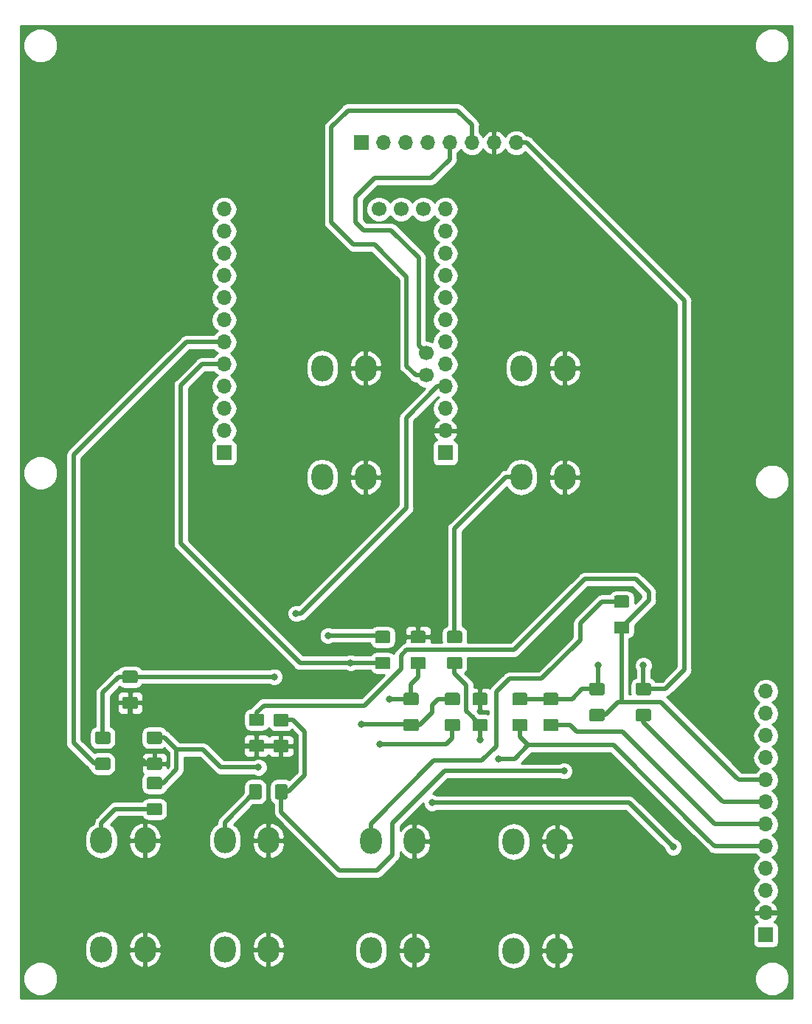
<source format=gbr>
%TF.GenerationSoftware,KiCad,Pcbnew,5.0.2-bee76a0~70~ubuntu18.04.1*%
%TF.CreationDate,2019-03-20T00:35:03+07:00*%
%TF.ProjectId,Display,44697370-6c61-4792-9e6b-696361645f70,rev?*%
%TF.SameCoordinates,PX1036640PY112a880*%
%TF.FileFunction,Copper,L1,Top*%
%TF.FilePolarity,Positive*%
%FSLAX46Y46*%
G04 Gerber Fmt 4.6, Leading zero omitted, Abs format (unit mm)*
G04 Created by KiCad (PCBNEW 5.0.2-bee76a0~70~ubuntu18.04.1) date Wed 20 Mar 2019 12:35:03 AM +07*
%MOMM*%
%LPD*%
G01*
G04 APERTURE LIST*
%ADD10R,1.700000X1.700000*%
%ADD11O,1.700000X1.700000*%
%ADD12C,1.700000*%
%ADD13O,2.500000X3.000000*%
%ADD14C,0.100000*%
%ADD15C,1.425000*%
%ADD16C,0.800000*%
%ADD17C,0.508000*%
%ADD18C,0.254000*%
G04 APERTURE END LIST*
D10*
X24087000Y-49717000D03*
D11*
X24087000Y-47177000D03*
X24087000Y-44637000D03*
X24087000Y-42097000D03*
X24087000Y-39557000D03*
X24087000Y-37017000D03*
X24087000Y-34477000D03*
X24087000Y-31937000D03*
X24087000Y-29397000D03*
X24087000Y-26857000D03*
X24087000Y-24317000D03*
X24087000Y-21777000D03*
X49487000Y-42097000D03*
X49487000Y-31937000D03*
X49487000Y-44637000D03*
X49487000Y-37017000D03*
X49487000Y-34477000D03*
X49487000Y-29397000D03*
X49487000Y-39557000D03*
X49487000Y-26857000D03*
X49487000Y-21777000D03*
D10*
X49487000Y-49717000D03*
D11*
X49487000Y-47177000D03*
X49487000Y-24317000D03*
D12*
X46947000Y-21777000D03*
X44407000Y-21777000D03*
X41867000Y-21777000D03*
X47287295Y-40827000D03*
X47287295Y-38287000D03*
D10*
X39835000Y-14157000D03*
D11*
X42375000Y-14157000D03*
X44915000Y-14157000D03*
X47455000Y-14157000D03*
X49995000Y-14157000D03*
X52535000Y-14157000D03*
X55075000Y-14157000D03*
X57615000Y-14157000D03*
D13*
X40931000Y-94251000D03*
X45931000Y-94251000D03*
X40931000Y-106751000D03*
X45931000Y-106751000D03*
X29167000Y-106667000D03*
X24167000Y-106667000D03*
X29167000Y-94167000D03*
X24167000Y-94167000D03*
X10000000Y-94167000D03*
X15000000Y-94167000D03*
X10000000Y-106667000D03*
X15000000Y-106667000D03*
X63203000Y-52500000D03*
X58203000Y-52500000D03*
X63203000Y-40000000D03*
X58203000Y-40000000D03*
X35343000Y-40000000D03*
X40343000Y-40000000D03*
X35343000Y-52500000D03*
X40343000Y-52500000D03*
X62314000Y-106794000D03*
X57314000Y-106794000D03*
X62314000Y-94294000D03*
X57314000Y-94294000D03*
D11*
X86270000Y-77059000D03*
X86270000Y-79599000D03*
X86270000Y-82139000D03*
X86270000Y-84679000D03*
X86270000Y-87219000D03*
X86270000Y-89759000D03*
X86270000Y-92299000D03*
X86270000Y-94839000D03*
X86270000Y-97379000D03*
X86270000Y-99919000D03*
X86270000Y-102459000D03*
D10*
X86270000Y-104999000D03*
D14*
G36*
X50941504Y-80211204D02*
X50965773Y-80214804D01*
X50989571Y-80220765D01*
X51012671Y-80229030D01*
X51034849Y-80239520D01*
X51055893Y-80252133D01*
X51075598Y-80266747D01*
X51093777Y-80283223D01*
X51110253Y-80301402D01*
X51124867Y-80321107D01*
X51137480Y-80342151D01*
X51147970Y-80364329D01*
X51156235Y-80387429D01*
X51162196Y-80411227D01*
X51165796Y-80435496D01*
X51167000Y-80460000D01*
X51167000Y-81385000D01*
X51165796Y-81409504D01*
X51162196Y-81433773D01*
X51156235Y-81457571D01*
X51147970Y-81480671D01*
X51137480Y-81502849D01*
X51124867Y-81523893D01*
X51110253Y-81543598D01*
X51093777Y-81561777D01*
X51075598Y-81578253D01*
X51055893Y-81592867D01*
X51034849Y-81605480D01*
X51012671Y-81615970D01*
X50989571Y-81624235D01*
X50965773Y-81630196D01*
X50941504Y-81633796D01*
X50917000Y-81635000D01*
X49667000Y-81635000D01*
X49642496Y-81633796D01*
X49618227Y-81630196D01*
X49594429Y-81624235D01*
X49571329Y-81615970D01*
X49549151Y-81605480D01*
X49528107Y-81592867D01*
X49508402Y-81578253D01*
X49490223Y-81561777D01*
X49473747Y-81543598D01*
X49459133Y-81523893D01*
X49446520Y-81502849D01*
X49436030Y-81480671D01*
X49427765Y-81457571D01*
X49421804Y-81433773D01*
X49418204Y-81409504D01*
X49417000Y-81385000D01*
X49417000Y-80460000D01*
X49418204Y-80435496D01*
X49421804Y-80411227D01*
X49427765Y-80387429D01*
X49436030Y-80364329D01*
X49446520Y-80342151D01*
X49459133Y-80321107D01*
X49473747Y-80301402D01*
X49490223Y-80283223D01*
X49508402Y-80266747D01*
X49528107Y-80252133D01*
X49549151Y-80239520D01*
X49571329Y-80229030D01*
X49594429Y-80220765D01*
X49618227Y-80214804D01*
X49642496Y-80211204D01*
X49667000Y-80210000D01*
X50917000Y-80210000D01*
X50941504Y-80211204D01*
X50941504Y-80211204D01*
G37*
D15*
X50292000Y-80922500D03*
D14*
G36*
X50941504Y-77236204D02*
X50965773Y-77239804D01*
X50989571Y-77245765D01*
X51012671Y-77254030D01*
X51034849Y-77264520D01*
X51055893Y-77277133D01*
X51075598Y-77291747D01*
X51093777Y-77308223D01*
X51110253Y-77326402D01*
X51124867Y-77346107D01*
X51137480Y-77367151D01*
X51147970Y-77389329D01*
X51156235Y-77412429D01*
X51162196Y-77436227D01*
X51165796Y-77460496D01*
X51167000Y-77485000D01*
X51167000Y-78410000D01*
X51165796Y-78434504D01*
X51162196Y-78458773D01*
X51156235Y-78482571D01*
X51147970Y-78505671D01*
X51137480Y-78527849D01*
X51124867Y-78548893D01*
X51110253Y-78568598D01*
X51093777Y-78586777D01*
X51075598Y-78603253D01*
X51055893Y-78617867D01*
X51034849Y-78630480D01*
X51012671Y-78640970D01*
X50989571Y-78649235D01*
X50965773Y-78655196D01*
X50941504Y-78658796D01*
X50917000Y-78660000D01*
X49667000Y-78660000D01*
X49642496Y-78658796D01*
X49618227Y-78655196D01*
X49594429Y-78649235D01*
X49571329Y-78640970D01*
X49549151Y-78630480D01*
X49528107Y-78617867D01*
X49508402Y-78603253D01*
X49490223Y-78586777D01*
X49473747Y-78568598D01*
X49459133Y-78548893D01*
X49446520Y-78527849D01*
X49436030Y-78505671D01*
X49427765Y-78482571D01*
X49421804Y-78458773D01*
X49418204Y-78434504D01*
X49417000Y-78410000D01*
X49417000Y-77485000D01*
X49418204Y-77460496D01*
X49421804Y-77436227D01*
X49427765Y-77412429D01*
X49436030Y-77389329D01*
X49446520Y-77367151D01*
X49459133Y-77346107D01*
X49473747Y-77326402D01*
X49490223Y-77308223D01*
X49508402Y-77291747D01*
X49528107Y-77277133D01*
X49549151Y-77264520D01*
X49571329Y-77254030D01*
X49594429Y-77245765D01*
X49618227Y-77239804D01*
X49642496Y-77236204D01*
X49667000Y-77235000D01*
X50917000Y-77235000D01*
X50941504Y-77236204D01*
X50941504Y-77236204D01*
G37*
D15*
X50292000Y-77947500D03*
D14*
G36*
X58688504Y-80211204D02*
X58712773Y-80214804D01*
X58736571Y-80220765D01*
X58759671Y-80229030D01*
X58781849Y-80239520D01*
X58802893Y-80252133D01*
X58822598Y-80266747D01*
X58840777Y-80283223D01*
X58857253Y-80301402D01*
X58871867Y-80321107D01*
X58884480Y-80342151D01*
X58894970Y-80364329D01*
X58903235Y-80387429D01*
X58909196Y-80411227D01*
X58912796Y-80435496D01*
X58914000Y-80460000D01*
X58914000Y-81385000D01*
X58912796Y-81409504D01*
X58909196Y-81433773D01*
X58903235Y-81457571D01*
X58894970Y-81480671D01*
X58884480Y-81502849D01*
X58871867Y-81523893D01*
X58857253Y-81543598D01*
X58840777Y-81561777D01*
X58822598Y-81578253D01*
X58802893Y-81592867D01*
X58781849Y-81605480D01*
X58759671Y-81615970D01*
X58736571Y-81624235D01*
X58712773Y-81630196D01*
X58688504Y-81633796D01*
X58664000Y-81635000D01*
X57414000Y-81635000D01*
X57389496Y-81633796D01*
X57365227Y-81630196D01*
X57341429Y-81624235D01*
X57318329Y-81615970D01*
X57296151Y-81605480D01*
X57275107Y-81592867D01*
X57255402Y-81578253D01*
X57237223Y-81561777D01*
X57220747Y-81543598D01*
X57206133Y-81523893D01*
X57193520Y-81502849D01*
X57183030Y-81480671D01*
X57174765Y-81457571D01*
X57168804Y-81433773D01*
X57165204Y-81409504D01*
X57164000Y-81385000D01*
X57164000Y-80460000D01*
X57165204Y-80435496D01*
X57168804Y-80411227D01*
X57174765Y-80387429D01*
X57183030Y-80364329D01*
X57193520Y-80342151D01*
X57206133Y-80321107D01*
X57220747Y-80301402D01*
X57237223Y-80283223D01*
X57255402Y-80266747D01*
X57275107Y-80252133D01*
X57296151Y-80239520D01*
X57318329Y-80229030D01*
X57341429Y-80220765D01*
X57365227Y-80214804D01*
X57389496Y-80211204D01*
X57414000Y-80210000D01*
X58664000Y-80210000D01*
X58688504Y-80211204D01*
X58688504Y-80211204D01*
G37*
D15*
X58039000Y-80922500D03*
D14*
G36*
X58688504Y-77236204D02*
X58712773Y-77239804D01*
X58736571Y-77245765D01*
X58759671Y-77254030D01*
X58781849Y-77264520D01*
X58802893Y-77277133D01*
X58822598Y-77291747D01*
X58840777Y-77308223D01*
X58857253Y-77326402D01*
X58871867Y-77346107D01*
X58884480Y-77367151D01*
X58894970Y-77389329D01*
X58903235Y-77412429D01*
X58909196Y-77436227D01*
X58912796Y-77460496D01*
X58914000Y-77485000D01*
X58914000Y-78410000D01*
X58912796Y-78434504D01*
X58909196Y-78458773D01*
X58903235Y-78482571D01*
X58894970Y-78505671D01*
X58884480Y-78527849D01*
X58871867Y-78548893D01*
X58857253Y-78568598D01*
X58840777Y-78586777D01*
X58822598Y-78603253D01*
X58802893Y-78617867D01*
X58781849Y-78630480D01*
X58759671Y-78640970D01*
X58736571Y-78649235D01*
X58712773Y-78655196D01*
X58688504Y-78658796D01*
X58664000Y-78660000D01*
X57414000Y-78660000D01*
X57389496Y-78658796D01*
X57365227Y-78655196D01*
X57341429Y-78649235D01*
X57318329Y-78640970D01*
X57296151Y-78630480D01*
X57275107Y-78617867D01*
X57255402Y-78603253D01*
X57237223Y-78586777D01*
X57220747Y-78568598D01*
X57206133Y-78548893D01*
X57193520Y-78527849D01*
X57183030Y-78505671D01*
X57174765Y-78482571D01*
X57168804Y-78458773D01*
X57165204Y-78434504D01*
X57164000Y-78410000D01*
X57164000Y-77485000D01*
X57165204Y-77460496D01*
X57168804Y-77436227D01*
X57174765Y-77412429D01*
X57183030Y-77389329D01*
X57193520Y-77367151D01*
X57206133Y-77346107D01*
X57220747Y-77326402D01*
X57237223Y-77308223D01*
X57255402Y-77291747D01*
X57275107Y-77277133D01*
X57296151Y-77264520D01*
X57318329Y-77254030D01*
X57341429Y-77245765D01*
X57365227Y-77239804D01*
X57389496Y-77236204D01*
X57414000Y-77235000D01*
X58664000Y-77235000D01*
X58688504Y-77236204D01*
X58688504Y-77236204D01*
G37*
D15*
X58039000Y-77947500D03*
D14*
G36*
X47004504Y-70124204D02*
X47028773Y-70127804D01*
X47052571Y-70133765D01*
X47075671Y-70142030D01*
X47097849Y-70152520D01*
X47118893Y-70165133D01*
X47138598Y-70179747D01*
X47156777Y-70196223D01*
X47173253Y-70214402D01*
X47187867Y-70234107D01*
X47200480Y-70255151D01*
X47210970Y-70277329D01*
X47219235Y-70300429D01*
X47225196Y-70324227D01*
X47228796Y-70348496D01*
X47230000Y-70373000D01*
X47230000Y-71298000D01*
X47228796Y-71322504D01*
X47225196Y-71346773D01*
X47219235Y-71370571D01*
X47210970Y-71393671D01*
X47200480Y-71415849D01*
X47187867Y-71436893D01*
X47173253Y-71456598D01*
X47156777Y-71474777D01*
X47138598Y-71491253D01*
X47118893Y-71505867D01*
X47097849Y-71518480D01*
X47075671Y-71528970D01*
X47052571Y-71537235D01*
X47028773Y-71543196D01*
X47004504Y-71546796D01*
X46980000Y-71548000D01*
X45730000Y-71548000D01*
X45705496Y-71546796D01*
X45681227Y-71543196D01*
X45657429Y-71537235D01*
X45634329Y-71528970D01*
X45612151Y-71518480D01*
X45591107Y-71505867D01*
X45571402Y-71491253D01*
X45553223Y-71474777D01*
X45536747Y-71456598D01*
X45522133Y-71436893D01*
X45509520Y-71415849D01*
X45499030Y-71393671D01*
X45490765Y-71370571D01*
X45484804Y-71346773D01*
X45481204Y-71322504D01*
X45480000Y-71298000D01*
X45480000Y-70373000D01*
X45481204Y-70348496D01*
X45484804Y-70324227D01*
X45490765Y-70300429D01*
X45499030Y-70277329D01*
X45509520Y-70255151D01*
X45522133Y-70234107D01*
X45536747Y-70214402D01*
X45553223Y-70196223D01*
X45571402Y-70179747D01*
X45591107Y-70165133D01*
X45612151Y-70152520D01*
X45634329Y-70142030D01*
X45657429Y-70133765D01*
X45681227Y-70127804D01*
X45705496Y-70124204D01*
X45730000Y-70123000D01*
X46980000Y-70123000D01*
X47004504Y-70124204D01*
X47004504Y-70124204D01*
G37*
D15*
X46355000Y-70835500D03*
D14*
G36*
X47004504Y-73099204D02*
X47028773Y-73102804D01*
X47052571Y-73108765D01*
X47075671Y-73117030D01*
X47097849Y-73127520D01*
X47118893Y-73140133D01*
X47138598Y-73154747D01*
X47156777Y-73171223D01*
X47173253Y-73189402D01*
X47187867Y-73209107D01*
X47200480Y-73230151D01*
X47210970Y-73252329D01*
X47219235Y-73275429D01*
X47225196Y-73299227D01*
X47228796Y-73323496D01*
X47230000Y-73348000D01*
X47230000Y-74273000D01*
X47228796Y-74297504D01*
X47225196Y-74321773D01*
X47219235Y-74345571D01*
X47210970Y-74368671D01*
X47200480Y-74390849D01*
X47187867Y-74411893D01*
X47173253Y-74431598D01*
X47156777Y-74449777D01*
X47138598Y-74466253D01*
X47118893Y-74480867D01*
X47097849Y-74493480D01*
X47075671Y-74503970D01*
X47052571Y-74512235D01*
X47028773Y-74518196D01*
X47004504Y-74521796D01*
X46980000Y-74523000D01*
X45730000Y-74523000D01*
X45705496Y-74521796D01*
X45681227Y-74518196D01*
X45657429Y-74512235D01*
X45634329Y-74503970D01*
X45612151Y-74493480D01*
X45591107Y-74480867D01*
X45571402Y-74466253D01*
X45553223Y-74449777D01*
X45536747Y-74431598D01*
X45522133Y-74411893D01*
X45509520Y-74390849D01*
X45499030Y-74368671D01*
X45490765Y-74345571D01*
X45484804Y-74321773D01*
X45481204Y-74297504D01*
X45480000Y-74273000D01*
X45480000Y-73348000D01*
X45481204Y-73323496D01*
X45484804Y-73299227D01*
X45490765Y-73275429D01*
X45499030Y-73252329D01*
X45509520Y-73230151D01*
X45522133Y-73209107D01*
X45536747Y-73189402D01*
X45553223Y-73171223D01*
X45571402Y-73154747D01*
X45591107Y-73140133D01*
X45612151Y-73127520D01*
X45634329Y-73117030D01*
X45657429Y-73108765D01*
X45681227Y-73102804D01*
X45705496Y-73099204D01*
X45730000Y-73098000D01*
X46980000Y-73098000D01*
X47004504Y-73099204D01*
X47004504Y-73099204D01*
G37*
D15*
X46355000Y-73810500D03*
D14*
G36*
X54116504Y-77236204D02*
X54140773Y-77239804D01*
X54164571Y-77245765D01*
X54187671Y-77254030D01*
X54209849Y-77264520D01*
X54230893Y-77277133D01*
X54250598Y-77291747D01*
X54268777Y-77308223D01*
X54285253Y-77326402D01*
X54299867Y-77346107D01*
X54312480Y-77367151D01*
X54322970Y-77389329D01*
X54331235Y-77412429D01*
X54337196Y-77436227D01*
X54340796Y-77460496D01*
X54342000Y-77485000D01*
X54342000Y-78410000D01*
X54340796Y-78434504D01*
X54337196Y-78458773D01*
X54331235Y-78482571D01*
X54322970Y-78505671D01*
X54312480Y-78527849D01*
X54299867Y-78548893D01*
X54285253Y-78568598D01*
X54268777Y-78586777D01*
X54250598Y-78603253D01*
X54230893Y-78617867D01*
X54209849Y-78630480D01*
X54187671Y-78640970D01*
X54164571Y-78649235D01*
X54140773Y-78655196D01*
X54116504Y-78658796D01*
X54092000Y-78660000D01*
X52842000Y-78660000D01*
X52817496Y-78658796D01*
X52793227Y-78655196D01*
X52769429Y-78649235D01*
X52746329Y-78640970D01*
X52724151Y-78630480D01*
X52703107Y-78617867D01*
X52683402Y-78603253D01*
X52665223Y-78586777D01*
X52648747Y-78568598D01*
X52634133Y-78548893D01*
X52621520Y-78527849D01*
X52611030Y-78505671D01*
X52602765Y-78482571D01*
X52596804Y-78458773D01*
X52593204Y-78434504D01*
X52592000Y-78410000D01*
X52592000Y-77485000D01*
X52593204Y-77460496D01*
X52596804Y-77436227D01*
X52602765Y-77412429D01*
X52611030Y-77389329D01*
X52621520Y-77367151D01*
X52634133Y-77346107D01*
X52648747Y-77326402D01*
X52665223Y-77308223D01*
X52683402Y-77291747D01*
X52703107Y-77277133D01*
X52724151Y-77264520D01*
X52746329Y-77254030D01*
X52769429Y-77245765D01*
X52793227Y-77239804D01*
X52817496Y-77236204D01*
X52842000Y-77235000D01*
X54092000Y-77235000D01*
X54116504Y-77236204D01*
X54116504Y-77236204D01*
G37*
D15*
X53467000Y-77947500D03*
D14*
G36*
X54116504Y-80211204D02*
X54140773Y-80214804D01*
X54164571Y-80220765D01*
X54187671Y-80229030D01*
X54209849Y-80239520D01*
X54230893Y-80252133D01*
X54250598Y-80266747D01*
X54268777Y-80283223D01*
X54285253Y-80301402D01*
X54299867Y-80321107D01*
X54312480Y-80342151D01*
X54322970Y-80364329D01*
X54331235Y-80387429D01*
X54337196Y-80411227D01*
X54340796Y-80435496D01*
X54342000Y-80460000D01*
X54342000Y-81385000D01*
X54340796Y-81409504D01*
X54337196Y-81433773D01*
X54331235Y-81457571D01*
X54322970Y-81480671D01*
X54312480Y-81502849D01*
X54299867Y-81523893D01*
X54285253Y-81543598D01*
X54268777Y-81561777D01*
X54250598Y-81578253D01*
X54230893Y-81592867D01*
X54209849Y-81605480D01*
X54187671Y-81615970D01*
X54164571Y-81624235D01*
X54140773Y-81630196D01*
X54116504Y-81633796D01*
X54092000Y-81635000D01*
X52842000Y-81635000D01*
X52817496Y-81633796D01*
X52793227Y-81630196D01*
X52769429Y-81624235D01*
X52746329Y-81615970D01*
X52724151Y-81605480D01*
X52703107Y-81592867D01*
X52683402Y-81578253D01*
X52665223Y-81561777D01*
X52648747Y-81543598D01*
X52634133Y-81523893D01*
X52621520Y-81502849D01*
X52611030Y-81480671D01*
X52602765Y-81457571D01*
X52596804Y-81433773D01*
X52593204Y-81409504D01*
X52592000Y-81385000D01*
X52592000Y-80460000D01*
X52593204Y-80435496D01*
X52596804Y-80411227D01*
X52602765Y-80387429D01*
X52611030Y-80364329D01*
X52621520Y-80342151D01*
X52634133Y-80321107D01*
X52648747Y-80301402D01*
X52665223Y-80283223D01*
X52683402Y-80266747D01*
X52703107Y-80252133D01*
X52724151Y-80239520D01*
X52746329Y-80229030D01*
X52769429Y-80220765D01*
X52793227Y-80214804D01*
X52817496Y-80211204D01*
X52842000Y-80210000D01*
X54092000Y-80210000D01*
X54116504Y-80211204D01*
X54116504Y-80211204D01*
G37*
D15*
X53467000Y-80922500D03*
D14*
G36*
X16735504Y-84656204D02*
X16759773Y-84659804D01*
X16783571Y-84665765D01*
X16806671Y-84674030D01*
X16828849Y-84684520D01*
X16849893Y-84697133D01*
X16869598Y-84711747D01*
X16887777Y-84728223D01*
X16904253Y-84746402D01*
X16918867Y-84766107D01*
X16931480Y-84787151D01*
X16941970Y-84809329D01*
X16950235Y-84832429D01*
X16956196Y-84856227D01*
X16959796Y-84880496D01*
X16961000Y-84905000D01*
X16961000Y-85830000D01*
X16959796Y-85854504D01*
X16956196Y-85878773D01*
X16950235Y-85902571D01*
X16941970Y-85925671D01*
X16931480Y-85947849D01*
X16918867Y-85968893D01*
X16904253Y-85988598D01*
X16887777Y-86006777D01*
X16869598Y-86023253D01*
X16849893Y-86037867D01*
X16828849Y-86050480D01*
X16806671Y-86060970D01*
X16783571Y-86069235D01*
X16759773Y-86075196D01*
X16735504Y-86078796D01*
X16711000Y-86080000D01*
X15461000Y-86080000D01*
X15436496Y-86078796D01*
X15412227Y-86075196D01*
X15388429Y-86069235D01*
X15365329Y-86060970D01*
X15343151Y-86050480D01*
X15322107Y-86037867D01*
X15302402Y-86023253D01*
X15284223Y-86006777D01*
X15267747Y-85988598D01*
X15253133Y-85968893D01*
X15240520Y-85947849D01*
X15230030Y-85925671D01*
X15221765Y-85902571D01*
X15215804Y-85878773D01*
X15212204Y-85854504D01*
X15211000Y-85830000D01*
X15211000Y-84905000D01*
X15212204Y-84880496D01*
X15215804Y-84856227D01*
X15221765Y-84832429D01*
X15230030Y-84809329D01*
X15240520Y-84787151D01*
X15253133Y-84766107D01*
X15267747Y-84746402D01*
X15284223Y-84728223D01*
X15302402Y-84711747D01*
X15322107Y-84697133D01*
X15343151Y-84684520D01*
X15365329Y-84674030D01*
X15388429Y-84665765D01*
X15412227Y-84659804D01*
X15436496Y-84656204D01*
X15461000Y-84655000D01*
X16711000Y-84655000D01*
X16735504Y-84656204D01*
X16735504Y-84656204D01*
G37*
D15*
X16086000Y-85367500D03*
D14*
G36*
X16735504Y-81681204D02*
X16759773Y-81684804D01*
X16783571Y-81690765D01*
X16806671Y-81699030D01*
X16828849Y-81709520D01*
X16849893Y-81722133D01*
X16869598Y-81736747D01*
X16887777Y-81753223D01*
X16904253Y-81771402D01*
X16918867Y-81791107D01*
X16931480Y-81812151D01*
X16941970Y-81834329D01*
X16950235Y-81857429D01*
X16956196Y-81881227D01*
X16959796Y-81905496D01*
X16961000Y-81930000D01*
X16961000Y-82855000D01*
X16959796Y-82879504D01*
X16956196Y-82903773D01*
X16950235Y-82927571D01*
X16941970Y-82950671D01*
X16931480Y-82972849D01*
X16918867Y-82993893D01*
X16904253Y-83013598D01*
X16887777Y-83031777D01*
X16869598Y-83048253D01*
X16849893Y-83062867D01*
X16828849Y-83075480D01*
X16806671Y-83085970D01*
X16783571Y-83094235D01*
X16759773Y-83100196D01*
X16735504Y-83103796D01*
X16711000Y-83105000D01*
X15461000Y-83105000D01*
X15436496Y-83103796D01*
X15412227Y-83100196D01*
X15388429Y-83094235D01*
X15365329Y-83085970D01*
X15343151Y-83075480D01*
X15322107Y-83062867D01*
X15302402Y-83048253D01*
X15284223Y-83031777D01*
X15267747Y-83013598D01*
X15253133Y-82993893D01*
X15240520Y-82972849D01*
X15230030Y-82950671D01*
X15221765Y-82927571D01*
X15215804Y-82903773D01*
X15212204Y-82879504D01*
X15211000Y-82855000D01*
X15211000Y-81930000D01*
X15212204Y-81905496D01*
X15215804Y-81881227D01*
X15221765Y-81857429D01*
X15230030Y-81834329D01*
X15240520Y-81812151D01*
X15253133Y-81791107D01*
X15267747Y-81771402D01*
X15284223Y-81753223D01*
X15302402Y-81736747D01*
X15322107Y-81722133D01*
X15343151Y-81709520D01*
X15365329Y-81699030D01*
X15388429Y-81690765D01*
X15412227Y-81684804D01*
X15436496Y-81681204D01*
X15461000Y-81680000D01*
X16711000Y-81680000D01*
X16735504Y-81681204D01*
X16735504Y-81681204D01*
G37*
D15*
X16086000Y-82392500D03*
D14*
G36*
X31256504Y-82624204D02*
X31280773Y-82627804D01*
X31304571Y-82633765D01*
X31327671Y-82642030D01*
X31349849Y-82652520D01*
X31370893Y-82665133D01*
X31390598Y-82679747D01*
X31408777Y-82696223D01*
X31425253Y-82714402D01*
X31439867Y-82734107D01*
X31452480Y-82755151D01*
X31462970Y-82777329D01*
X31471235Y-82800429D01*
X31477196Y-82824227D01*
X31480796Y-82848496D01*
X31482000Y-82873000D01*
X31482000Y-83798000D01*
X31480796Y-83822504D01*
X31477196Y-83846773D01*
X31471235Y-83870571D01*
X31462970Y-83893671D01*
X31452480Y-83915849D01*
X31439867Y-83936893D01*
X31425253Y-83956598D01*
X31408777Y-83974777D01*
X31390598Y-83991253D01*
X31370893Y-84005867D01*
X31349849Y-84018480D01*
X31327671Y-84028970D01*
X31304571Y-84037235D01*
X31280773Y-84043196D01*
X31256504Y-84046796D01*
X31232000Y-84048000D01*
X29982000Y-84048000D01*
X29957496Y-84046796D01*
X29933227Y-84043196D01*
X29909429Y-84037235D01*
X29886329Y-84028970D01*
X29864151Y-84018480D01*
X29843107Y-84005867D01*
X29823402Y-83991253D01*
X29805223Y-83974777D01*
X29788747Y-83956598D01*
X29774133Y-83936893D01*
X29761520Y-83915849D01*
X29751030Y-83893671D01*
X29742765Y-83870571D01*
X29736804Y-83846773D01*
X29733204Y-83822504D01*
X29732000Y-83798000D01*
X29732000Y-82873000D01*
X29733204Y-82848496D01*
X29736804Y-82824227D01*
X29742765Y-82800429D01*
X29751030Y-82777329D01*
X29761520Y-82755151D01*
X29774133Y-82734107D01*
X29788747Y-82714402D01*
X29805223Y-82696223D01*
X29823402Y-82679747D01*
X29843107Y-82665133D01*
X29864151Y-82652520D01*
X29886329Y-82642030D01*
X29909429Y-82633765D01*
X29933227Y-82627804D01*
X29957496Y-82624204D01*
X29982000Y-82623000D01*
X31232000Y-82623000D01*
X31256504Y-82624204D01*
X31256504Y-82624204D01*
G37*
D15*
X30607000Y-83335500D03*
D14*
G36*
X31256504Y-79649204D02*
X31280773Y-79652804D01*
X31304571Y-79658765D01*
X31327671Y-79667030D01*
X31349849Y-79677520D01*
X31370893Y-79690133D01*
X31390598Y-79704747D01*
X31408777Y-79721223D01*
X31425253Y-79739402D01*
X31439867Y-79759107D01*
X31452480Y-79780151D01*
X31462970Y-79802329D01*
X31471235Y-79825429D01*
X31477196Y-79849227D01*
X31480796Y-79873496D01*
X31482000Y-79898000D01*
X31482000Y-80823000D01*
X31480796Y-80847504D01*
X31477196Y-80871773D01*
X31471235Y-80895571D01*
X31462970Y-80918671D01*
X31452480Y-80940849D01*
X31439867Y-80961893D01*
X31425253Y-80981598D01*
X31408777Y-80999777D01*
X31390598Y-81016253D01*
X31370893Y-81030867D01*
X31349849Y-81043480D01*
X31327671Y-81053970D01*
X31304571Y-81062235D01*
X31280773Y-81068196D01*
X31256504Y-81071796D01*
X31232000Y-81073000D01*
X29982000Y-81073000D01*
X29957496Y-81071796D01*
X29933227Y-81068196D01*
X29909429Y-81062235D01*
X29886329Y-81053970D01*
X29864151Y-81043480D01*
X29843107Y-81030867D01*
X29823402Y-81016253D01*
X29805223Y-80999777D01*
X29788747Y-80981598D01*
X29774133Y-80961893D01*
X29761520Y-80940849D01*
X29751030Y-80918671D01*
X29742765Y-80895571D01*
X29736804Y-80871773D01*
X29733204Y-80847504D01*
X29732000Y-80823000D01*
X29732000Y-79898000D01*
X29733204Y-79873496D01*
X29736804Y-79849227D01*
X29742765Y-79825429D01*
X29751030Y-79802329D01*
X29761520Y-79780151D01*
X29774133Y-79759107D01*
X29788747Y-79739402D01*
X29805223Y-79721223D01*
X29823402Y-79704747D01*
X29843107Y-79690133D01*
X29864151Y-79677520D01*
X29886329Y-79667030D01*
X29909429Y-79658765D01*
X29933227Y-79652804D01*
X29957496Y-79649204D01*
X29982000Y-79648000D01*
X31232000Y-79648000D01*
X31256504Y-79649204D01*
X31256504Y-79649204D01*
G37*
D15*
X30607000Y-80360500D03*
D14*
G36*
X28462504Y-82587704D02*
X28486773Y-82591304D01*
X28510571Y-82597265D01*
X28533671Y-82605530D01*
X28555849Y-82616020D01*
X28576893Y-82628633D01*
X28596598Y-82643247D01*
X28614777Y-82659723D01*
X28631253Y-82677902D01*
X28645867Y-82697607D01*
X28658480Y-82718651D01*
X28668970Y-82740829D01*
X28677235Y-82763929D01*
X28683196Y-82787727D01*
X28686796Y-82811996D01*
X28688000Y-82836500D01*
X28688000Y-83761500D01*
X28686796Y-83786004D01*
X28683196Y-83810273D01*
X28677235Y-83834071D01*
X28668970Y-83857171D01*
X28658480Y-83879349D01*
X28645867Y-83900393D01*
X28631253Y-83920098D01*
X28614777Y-83938277D01*
X28596598Y-83954753D01*
X28576893Y-83969367D01*
X28555849Y-83981980D01*
X28533671Y-83992470D01*
X28510571Y-84000735D01*
X28486773Y-84006696D01*
X28462504Y-84010296D01*
X28438000Y-84011500D01*
X27188000Y-84011500D01*
X27163496Y-84010296D01*
X27139227Y-84006696D01*
X27115429Y-84000735D01*
X27092329Y-83992470D01*
X27070151Y-83981980D01*
X27049107Y-83969367D01*
X27029402Y-83954753D01*
X27011223Y-83938277D01*
X26994747Y-83920098D01*
X26980133Y-83900393D01*
X26967520Y-83879349D01*
X26957030Y-83857171D01*
X26948765Y-83834071D01*
X26942804Y-83810273D01*
X26939204Y-83786004D01*
X26938000Y-83761500D01*
X26938000Y-82836500D01*
X26939204Y-82811996D01*
X26942804Y-82787727D01*
X26948765Y-82763929D01*
X26957030Y-82740829D01*
X26967520Y-82718651D01*
X26980133Y-82697607D01*
X26994747Y-82677902D01*
X27011223Y-82659723D01*
X27029402Y-82643247D01*
X27049107Y-82628633D01*
X27070151Y-82616020D01*
X27092329Y-82605530D01*
X27115429Y-82597265D01*
X27139227Y-82591304D01*
X27163496Y-82587704D01*
X27188000Y-82586500D01*
X28438000Y-82586500D01*
X28462504Y-82587704D01*
X28462504Y-82587704D01*
G37*
D15*
X27813000Y-83299000D03*
D14*
G36*
X28462504Y-79612704D02*
X28486773Y-79616304D01*
X28510571Y-79622265D01*
X28533671Y-79630530D01*
X28555849Y-79641020D01*
X28576893Y-79653633D01*
X28596598Y-79668247D01*
X28614777Y-79684723D01*
X28631253Y-79702902D01*
X28645867Y-79722607D01*
X28658480Y-79743651D01*
X28668970Y-79765829D01*
X28677235Y-79788929D01*
X28683196Y-79812727D01*
X28686796Y-79836996D01*
X28688000Y-79861500D01*
X28688000Y-80786500D01*
X28686796Y-80811004D01*
X28683196Y-80835273D01*
X28677235Y-80859071D01*
X28668970Y-80882171D01*
X28658480Y-80904349D01*
X28645867Y-80925393D01*
X28631253Y-80945098D01*
X28614777Y-80963277D01*
X28596598Y-80979753D01*
X28576893Y-80994367D01*
X28555849Y-81006980D01*
X28533671Y-81017470D01*
X28510571Y-81025735D01*
X28486773Y-81031696D01*
X28462504Y-81035296D01*
X28438000Y-81036500D01*
X27188000Y-81036500D01*
X27163496Y-81035296D01*
X27139227Y-81031696D01*
X27115429Y-81025735D01*
X27092329Y-81017470D01*
X27070151Y-81006980D01*
X27049107Y-80994367D01*
X27029402Y-80979753D01*
X27011223Y-80963277D01*
X26994747Y-80945098D01*
X26980133Y-80925393D01*
X26967520Y-80904349D01*
X26957030Y-80882171D01*
X26948765Y-80859071D01*
X26942804Y-80835273D01*
X26939204Y-80811004D01*
X26938000Y-80786500D01*
X26938000Y-79861500D01*
X26939204Y-79836996D01*
X26942804Y-79812727D01*
X26948765Y-79788929D01*
X26957030Y-79765829D01*
X26967520Y-79743651D01*
X26980133Y-79722607D01*
X26994747Y-79702902D01*
X27011223Y-79684723D01*
X27029402Y-79668247D01*
X27049107Y-79653633D01*
X27070151Y-79641020D01*
X27092329Y-79630530D01*
X27115429Y-79622265D01*
X27139227Y-79616304D01*
X27163496Y-79612704D01*
X27188000Y-79611500D01*
X28438000Y-79611500D01*
X28462504Y-79612704D01*
X28462504Y-79612704D01*
G37*
D15*
X27813000Y-80324000D03*
D14*
G36*
X13941504Y-77671204D02*
X13965773Y-77674804D01*
X13989571Y-77680765D01*
X14012671Y-77689030D01*
X14034849Y-77699520D01*
X14055893Y-77712133D01*
X14075598Y-77726747D01*
X14093777Y-77743223D01*
X14110253Y-77761402D01*
X14124867Y-77781107D01*
X14137480Y-77802151D01*
X14147970Y-77824329D01*
X14156235Y-77847429D01*
X14162196Y-77871227D01*
X14165796Y-77895496D01*
X14167000Y-77920000D01*
X14167000Y-78845000D01*
X14165796Y-78869504D01*
X14162196Y-78893773D01*
X14156235Y-78917571D01*
X14147970Y-78940671D01*
X14137480Y-78962849D01*
X14124867Y-78983893D01*
X14110253Y-79003598D01*
X14093777Y-79021777D01*
X14075598Y-79038253D01*
X14055893Y-79052867D01*
X14034849Y-79065480D01*
X14012671Y-79075970D01*
X13989571Y-79084235D01*
X13965773Y-79090196D01*
X13941504Y-79093796D01*
X13917000Y-79095000D01*
X12667000Y-79095000D01*
X12642496Y-79093796D01*
X12618227Y-79090196D01*
X12594429Y-79084235D01*
X12571329Y-79075970D01*
X12549151Y-79065480D01*
X12528107Y-79052867D01*
X12508402Y-79038253D01*
X12490223Y-79021777D01*
X12473747Y-79003598D01*
X12459133Y-78983893D01*
X12446520Y-78962849D01*
X12436030Y-78940671D01*
X12427765Y-78917571D01*
X12421804Y-78893773D01*
X12418204Y-78869504D01*
X12417000Y-78845000D01*
X12417000Y-77920000D01*
X12418204Y-77895496D01*
X12421804Y-77871227D01*
X12427765Y-77847429D01*
X12436030Y-77824329D01*
X12446520Y-77802151D01*
X12459133Y-77781107D01*
X12473747Y-77761402D01*
X12490223Y-77743223D01*
X12508402Y-77726747D01*
X12528107Y-77712133D01*
X12549151Y-77699520D01*
X12571329Y-77689030D01*
X12594429Y-77680765D01*
X12618227Y-77674804D01*
X12642496Y-77671204D01*
X12667000Y-77670000D01*
X13917000Y-77670000D01*
X13941504Y-77671204D01*
X13941504Y-77671204D01*
G37*
D15*
X13292000Y-78382500D03*
D14*
G36*
X13941504Y-74696204D02*
X13965773Y-74699804D01*
X13989571Y-74705765D01*
X14012671Y-74714030D01*
X14034849Y-74724520D01*
X14055893Y-74737133D01*
X14075598Y-74751747D01*
X14093777Y-74768223D01*
X14110253Y-74786402D01*
X14124867Y-74806107D01*
X14137480Y-74827151D01*
X14147970Y-74849329D01*
X14156235Y-74872429D01*
X14162196Y-74896227D01*
X14165796Y-74920496D01*
X14167000Y-74945000D01*
X14167000Y-75870000D01*
X14165796Y-75894504D01*
X14162196Y-75918773D01*
X14156235Y-75942571D01*
X14147970Y-75965671D01*
X14137480Y-75987849D01*
X14124867Y-76008893D01*
X14110253Y-76028598D01*
X14093777Y-76046777D01*
X14075598Y-76063253D01*
X14055893Y-76077867D01*
X14034849Y-76090480D01*
X14012671Y-76100970D01*
X13989571Y-76109235D01*
X13965773Y-76115196D01*
X13941504Y-76118796D01*
X13917000Y-76120000D01*
X12667000Y-76120000D01*
X12642496Y-76118796D01*
X12618227Y-76115196D01*
X12594429Y-76109235D01*
X12571329Y-76100970D01*
X12549151Y-76090480D01*
X12528107Y-76077867D01*
X12508402Y-76063253D01*
X12490223Y-76046777D01*
X12473747Y-76028598D01*
X12459133Y-76008893D01*
X12446520Y-75987849D01*
X12436030Y-75965671D01*
X12427765Y-75942571D01*
X12421804Y-75918773D01*
X12418204Y-75894504D01*
X12417000Y-75870000D01*
X12417000Y-74945000D01*
X12418204Y-74920496D01*
X12421804Y-74896227D01*
X12427765Y-74872429D01*
X12436030Y-74849329D01*
X12446520Y-74827151D01*
X12459133Y-74806107D01*
X12473747Y-74786402D01*
X12490223Y-74768223D01*
X12508402Y-74751747D01*
X12528107Y-74737133D01*
X12549151Y-74724520D01*
X12571329Y-74714030D01*
X12594429Y-74705765D01*
X12618227Y-74699804D01*
X12642496Y-74696204D01*
X12667000Y-74695000D01*
X13917000Y-74695000D01*
X13941504Y-74696204D01*
X13941504Y-74696204D01*
G37*
D15*
X13292000Y-75407500D03*
D14*
G36*
X16735504Y-89863204D02*
X16759773Y-89866804D01*
X16783571Y-89872765D01*
X16806671Y-89881030D01*
X16828849Y-89891520D01*
X16849893Y-89904133D01*
X16869598Y-89918747D01*
X16887777Y-89935223D01*
X16904253Y-89953402D01*
X16918867Y-89973107D01*
X16931480Y-89994151D01*
X16941970Y-90016329D01*
X16950235Y-90039429D01*
X16956196Y-90063227D01*
X16959796Y-90087496D01*
X16961000Y-90112000D01*
X16961000Y-91037000D01*
X16959796Y-91061504D01*
X16956196Y-91085773D01*
X16950235Y-91109571D01*
X16941970Y-91132671D01*
X16931480Y-91154849D01*
X16918867Y-91175893D01*
X16904253Y-91195598D01*
X16887777Y-91213777D01*
X16869598Y-91230253D01*
X16849893Y-91244867D01*
X16828849Y-91257480D01*
X16806671Y-91267970D01*
X16783571Y-91276235D01*
X16759773Y-91282196D01*
X16735504Y-91285796D01*
X16711000Y-91287000D01*
X15461000Y-91287000D01*
X15436496Y-91285796D01*
X15412227Y-91282196D01*
X15388429Y-91276235D01*
X15365329Y-91267970D01*
X15343151Y-91257480D01*
X15322107Y-91244867D01*
X15302402Y-91230253D01*
X15284223Y-91213777D01*
X15267747Y-91195598D01*
X15253133Y-91175893D01*
X15240520Y-91154849D01*
X15230030Y-91132671D01*
X15221765Y-91109571D01*
X15215804Y-91085773D01*
X15212204Y-91061504D01*
X15211000Y-91037000D01*
X15211000Y-90112000D01*
X15212204Y-90087496D01*
X15215804Y-90063227D01*
X15221765Y-90039429D01*
X15230030Y-90016329D01*
X15240520Y-89994151D01*
X15253133Y-89973107D01*
X15267747Y-89953402D01*
X15284223Y-89935223D01*
X15302402Y-89918747D01*
X15322107Y-89904133D01*
X15343151Y-89891520D01*
X15365329Y-89881030D01*
X15388429Y-89872765D01*
X15412227Y-89866804D01*
X15436496Y-89863204D01*
X15461000Y-89862000D01*
X16711000Y-89862000D01*
X16735504Y-89863204D01*
X16735504Y-89863204D01*
G37*
D15*
X16086000Y-90574500D03*
D14*
G36*
X16735504Y-86888204D02*
X16759773Y-86891804D01*
X16783571Y-86897765D01*
X16806671Y-86906030D01*
X16828849Y-86916520D01*
X16849893Y-86929133D01*
X16869598Y-86943747D01*
X16887777Y-86960223D01*
X16904253Y-86978402D01*
X16918867Y-86998107D01*
X16931480Y-87019151D01*
X16941970Y-87041329D01*
X16950235Y-87064429D01*
X16956196Y-87088227D01*
X16959796Y-87112496D01*
X16961000Y-87137000D01*
X16961000Y-88062000D01*
X16959796Y-88086504D01*
X16956196Y-88110773D01*
X16950235Y-88134571D01*
X16941970Y-88157671D01*
X16931480Y-88179849D01*
X16918867Y-88200893D01*
X16904253Y-88220598D01*
X16887777Y-88238777D01*
X16869598Y-88255253D01*
X16849893Y-88269867D01*
X16828849Y-88282480D01*
X16806671Y-88292970D01*
X16783571Y-88301235D01*
X16759773Y-88307196D01*
X16735504Y-88310796D01*
X16711000Y-88312000D01*
X15461000Y-88312000D01*
X15436496Y-88310796D01*
X15412227Y-88307196D01*
X15388429Y-88301235D01*
X15365329Y-88292970D01*
X15343151Y-88282480D01*
X15322107Y-88269867D01*
X15302402Y-88255253D01*
X15284223Y-88238777D01*
X15267747Y-88220598D01*
X15253133Y-88200893D01*
X15240520Y-88179849D01*
X15230030Y-88157671D01*
X15221765Y-88134571D01*
X15215804Y-88110773D01*
X15212204Y-88086504D01*
X15211000Y-88062000D01*
X15211000Y-87137000D01*
X15212204Y-87112496D01*
X15215804Y-87088227D01*
X15221765Y-87064429D01*
X15230030Y-87041329D01*
X15240520Y-87019151D01*
X15253133Y-86998107D01*
X15267747Y-86978402D01*
X15284223Y-86960223D01*
X15302402Y-86943747D01*
X15322107Y-86929133D01*
X15343151Y-86916520D01*
X15365329Y-86906030D01*
X15388429Y-86897765D01*
X15412227Y-86891804D01*
X15436496Y-86888204D01*
X15461000Y-86887000D01*
X16711000Y-86887000D01*
X16735504Y-86888204D01*
X16735504Y-86888204D01*
G37*
D15*
X16086000Y-87599500D03*
D14*
G36*
X51195504Y-70124204D02*
X51219773Y-70127804D01*
X51243571Y-70133765D01*
X51266671Y-70142030D01*
X51288849Y-70152520D01*
X51309893Y-70165133D01*
X51329598Y-70179747D01*
X51347777Y-70196223D01*
X51364253Y-70214402D01*
X51378867Y-70234107D01*
X51391480Y-70255151D01*
X51401970Y-70277329D01*
X51410235Y-70300429D01*
X51416196Y-70324227D01*
X51419796Y-70348496D01*
X51421000Y-70373000D01*
X51421000Y-71298000D01*
X51419796Y-71322504D01*
X51416196Y-71346773D01*
X51410235Y-71370571D01*
X51401970Y-71393671D01*
X51391480Y-71415849D01*
X51378867Y-71436893D01*
X51364253Y-71456598D01*
X51347777Y-71474777D01*
X51329598Y-71491253D01*
X51309893Y-71505867D01*
X51288849Y-71518480D01*
X51266671Y-71528970D01*
X51243571Y-71537235D01*
X51219773Y-71543196D01*
X51195504Y-71546796D01*
X51171000Y-71548000D01*
X49921000Y-71548000D01*
X49896496Y-71546796D01*
X49872227Y-71543196D01*
X49848429Y-71537235D01*
X49825329Y-71528970D01*
X49803151Y-71518480D01*
X49782107Y-71505867D01*
X49762402Y-71491253D01*
X49744223Y-71474777D01*
X49727747Y-71456598D01*
X49713133Y-71436893D01*
X49700520Y-71415849D01*
X49690030Y-71393671D01*
X49681765Y-71370571D01*
X49675804Y-71346773D01*
X49672204Y-71322504D01*
X49671000Y-71298000D01*
X49671000Y-70373000D01*
X49672204Y-70348496D01*
X49675804Y-70324227D01*
X49681765Y-70300429D01*
X49690030Y-70277329D01*
X49700520Y-70255151D01*
X49713133Y-70234107D01*
X49727747Y-70214402D01*
X49744223Y-70196223D01*
X49762402Y-70179747D01*
X49782107Y-70165133D01*
X49803151Y-70152520D01*
X49825329Y-70142030D01*
X49848429Y-70133765D01*
X49872227Y-70127804D01*
X49896496Y-70124204D01*
X49921000Y-70123000D01*
X51171000Y-70123000D01*
X51195504Y-70124204D01*
X51195504Y-70124204D01*
G37*
D15*
X50546000Y-70835500D03*
D14*
G36*
X51195504Y-73099204D02*
X51219773Y-73102804D01*
X51243571Y-73108765D01*
X51266671Y-73117030D01*
X51288849Y-73127520D01*
X51309893Y-73140133D01*
X51329598Y-73154747D01*
X51347777Y-73171223D01*
X51364253Y-73189402D01*
X51378867Y-73209107D01*
X51391480Y-73230151D01*
X51401970Y-73252329D01*
X51410235Y-73275429D01*
X51416196Y-73299227D01*
X51419796Y-73323496D01*
X51421000Y-73348000D01*
X51421000Y-74273000D01*
X51419796Y-74297504D01*
X51416196Y-74321773D01*
X51410235Y-74345571D01*
X51401970Y-74368671D01*
X51391480Y-74390849D01*
X51378867Y-74411893D01*
X51364253Y-74431598D01*
X51347777Y-74449777D01*
X51329598Y-74466253D01*
X51309893Y-74480867D01*
X51288849Y-74493480D01*
X51266671Y-74503970D01*
X51243571Y-74512235D01*
X51219773Y-74518196D01*
X51195504Y-74521796D01*
X51171000Y-74523000D01*
X49921000Y-74523000D01*
X49896496Y-74521796D01*
X49872227Y-74518196D01*
X49848429Y-74512235D01*
X49825329Y-74503970D01*
X49803151Y-74493480D01*
X49782107Y-74480867D01*
X49762402Y-74466253D01*
X49744223Y-74449777D01*
X49727747Y-74431598D01*
X49713133Y-74411893D01*
X49700520Y-74390849D01*
X49690030Y-74368671D01*
X49681765Y-74345571D01*
X49675804Y-74321773D01*
X49672204Y-74297504D01*
X49671000Y-74273000D01*
X49671000Y-73348000D01*
X49672204Y-73323496D01*
X49675804Y-73299227D01*
X49681765Y-73275429D01*
X49690030Y-73252329D01*
X49700520Y-73230151D01*
X49713133Y-73209107D01*
X49727747Y-73189402D01*
X49744223Y-73171223D01*
X49762402Y-73154747D01*
X49782107Y-73140133D01*
X49803151Y-73127520D01*
X49825329Y-73117030D01*
X49848429Y-73108765D01*
X49872227Y-73102804D01*
X49896496Y-73099204D01*
X49921000Y-73098000D01*
X51171000Y-73098000D01*
X51195504Y-73099204D01*
X51195504Y-73099204D01*
G37*
D15*
X50546000Y-73810500D03*
D14*
G36*
X46199504Y-77236204D02*
X46223773Y-77239804D01*
X46247571Y-77245765D01*
X46270671Y-77254030D01*
X46292849Y-77264520D01*
X46313893Y-77277133D01*
X46333598Y-77291747D01*
X46351777Y-77308223D01*
X46368253Y-77326402D01*
X46382867Y-77346107D01*
X46395480Y-77367151D01*
X46405970Y-77389329D01*
X46414235Y-77412429D01*
X46420196Y-77436227D01*
X46423796Y-77460496D01*
X46425000Y-77485000D01*
X46425000Y-78410000D01*
X46423796Y-78434504D01*
X46420196Y-78458773D01*
X46414235Y-78482571D01*
X46405970Y-78505671D01*
X46395480Y-78527849D01*
X46382867Y-78548893D01*
X46368253Y-78568598D01*
X46351777Y-78586777D01*
X46333598Y-78603253D01*
X46313893Y-78617867D01*
X46292849Y-78630480D01*
X46270671Y-78640970D01*
X46247571Y-78649235D01*
X46223773Y-78655196D01*
X46199504Y-78658796D01*
X46175000Y-78660000D01*
X44925000Y-78660000D01*
X44900496Y-78658796D01*
X44876227Y-78655196D01*
X44852429Y-78649235D01*
X44829329Y-78640970D01*
X44807151Y-78630480D01*
X44786107Y-78617867D01*
X44766402Y-78603253D01*
X44748223Y-78586777D01*
X44731747Y-78568598D01*
X44717133Y-78548893D01*
X44704520Y-78527849D01*
X44694030Y-78505671D01*
X44685765Y-78482571D01*
X44679804Y-78458773D01*
X44676204Y-78434504D01*
X44675000Y-78410000D01*
X44675000Y-77485000D01*
X44676204Y-77460496D01*
X44679804Y-77436227D01*
X44685765Y-77412429D01*
X44694030Y-77389329D01*
X44704520Y-77367151D01*
X44717133Y-77346107D01*
X44731747Y-77326402D01*
X44748223Y-77308223D01*
X44766402Y-77291747D01*
X44786107Y-77277133D01*
X44807151Y-77264520D01*
X44829329Y-77254030D01*
X44852429Y-77245765D01*
X44876227Y-77239804D01*
X44900496Y-77236204D01*
X44925000Y-77235000D01*
X46175000Y-77235000D01*
X46199504Y-77236204D01*
X46199504Y-77236204D01*
G37*
D15*
X45550000Y-77947500D03*
D14*
G36*
X46199504Y-80211204D02*
X46223773Y-80214804D01*
X46247571Y-80220765D01*
X46270671Y-80229030D01*
X46292849Y-80239520D01*
X46313893Y-80252133D01*
X46333598Y-80266747D01*
X46351777Y-80283223D01*
X46368253Y-80301402D01*
X46382867Y-80321107D01*
X46395480Y-80342151D01*
X46405970Y-80364329D01*
X46414235Y-80387429D01*
X46420196Y-80411227D01*
X46423796Y-80435496D01*
X46425000Y-80460000D01*
X46425000Y-81385000D01*
X46423796Y-81409504D01*
X46420196Y-81433773D01*
X46414235Y-81457571D01*
X46405970Y-81480671D01*
X46395480Y-81502849D01*
X46382867Y-81523893D01*
X46368253Y-81543598D01*
X46351777Y-81561777D01*
X46333598Y-81578253D01*
X46313893Y-81592867D01*
X46292849Y-81605480D01*
X46270671Y-81615970D01*
X46247571Y-81624235D01*
X46223773Y-81630196D01*
X46199504Y-81633796D01*
X46175000Y-81635000D01*
X44925000Y-81635000D01*
X44900496Y-81633796D01*
X44876227Y-81630196D01*
X44852429Y-81624235D01*
X44829329Y-81615970D01*
X44807151Y-81605480D01*
X44786107Y-81592867D01*
X44766402Y-81578253D01*
X44748223Y-81561777D01*
X44731747Y-81543598D01*
X44717133Y-81523893D01*
X44704520Y-81502849D01*
X44694030Y-81480671D01*
X44685765Y-81457571D01*
X44679804Y-81433773D01*
X44676204Y-81409504D01*
X44675000Y-81385000D01*
X44675000Y-80460000D01*
X44676204Y-80435496D01*
X44679804Y-80411227D01*
X44685765Y-80387429D01*
X44694030Y-80364329D01*
X44704520Y-80342151D01*
X44717133Y-80321107D01*
X44731747Y-80301402D01*
X44748223Y-80283223D01*
X44766402Y-80266747D01*
X44786107Y-80252133D01*
X44807151Y-80239520D01*
X44829329Y-80229030D01*
X44852429Y-80220765D01*
X44876227Y-80214804D01*
X44900496Y-80211204D01*
X44925000Y-80210000D01*
X46175000Y-80210000D01*
X46199504Y-80211204D01*
X46199504Y-80211204D01*
G37*
D15*
X45550000Y-80922500D03*
D14*
G36*
X42940504Y-70124204D02*
X42964773Y-70127804D01*
X42988571Y-70133765D01*
X43011671Y-70142030D01*
X43033849Y-70152520D01*
X43054893Y-70165133D01*
X43074598Y-70179747D01*
X43092777Y-70196223D01*
X43109253Y-70214402D01*
X43123867Y-70234107D01*
X43136480Y-70255151D01*
X43146970Y-70277329D01*
X43155235Y-70300429D01*
X43161196Y-70324227D01*
X43164796Y-70348496D01*
X43166000Y-70373000D01*
X43166000Y-71298000D01*
X43164796Y-71322504D01*
X43161196Y-71346773D01*
X43155235Y-71370571D01*
X43146970Y-71393671D01*
X43136480Y-71415849D01*
X43123867Y-71436893D01*
X43109253Y-71456598D01*
X43092777Y-71474777D01*
X43074598Y-71491253D01*
X43054893Y-71505867D01*
X43033849Y-71518480D01*
X43011671Y-71528970D01*
X42988571Y-71537235D01*
X42964773Y-71543196D01*
X42940504Y-71546796D01*
X42916000Y-71548000D01*
X41666000Y-71548000D01*
X41641496Y-71546796D01*
X41617227Y-71543196D01*
X41593429Y-71537235D01*
X41570329Y-71528970D01*
X41548151Y-71518480D01*
X41527107Y-71505867D01*
X41507402Y-71491253D01*
X41489223Y-71474777D01*
X41472747Y-71456598D01*
X41458133Y-71436893D01*
X41445520Y-71415849D01*
X41435030Y-71393671D01*
X41426765Y-71370571D01*
X41420804Y-71346773D01*
X41417204Y-71322504D01*
X41416000Y-71298000D01*
X41416000Y-70373000D01*
X41417204Y-70348496D01*
X41420804Y-70324227D01*
X41426765Y-70300429D01*
X41435030Y-70277329D01*
X41445520Y-70255151D01*
X41458133Y-70234107D01*
X41472747Y-70214402D01*
X41489223Y-70196223D01*
X41507402Y-70179747D01*
X41527107Y-70165133D01*
X41548151Y-70152520D01*
X41570329Y-70142030D01*
X41593429Y-70133765D01*
X41617227Y-70127804D01*
X41641496Y-70124204D01*
X41666000Y-70123000D01*
X42916000Y-70123000D01*
X42940504Y-70124204D01*
X42940504Y-70124204D01*
G37*
D15*
X42291000Y-70835500D03*
D14*
G36*
X42940504Y-73099204D02*
X42964773Y-73102804D01*
X42988571Y-73108765D01*
X43011671Y-73117030D01*
X43033849Y-73127520D01*
X43054893Y-73140133D01*
X43074598Y-73154747D01*
X43092777Y-73171223D01*
X43109253Y-73189402D01*
X43123867Y-73209107D01*
X43136480Y-73230151D01*
X43146970Y-73252329D01*
X43155235Y-73275429D01*
X43161196Y-73299227D01*
X43164796Y-73323496D01*
X43166000Y-73348000D01*
X43166000Y-74273000D01*
X43164796Y-74297504D01*
X43161196Y-74321773D01*
X43155235Y-74345571D01*
X43146970Y-74368671D01*
X43136480Y-74390849D01*
X43123867Y-74411893D01*
X43109253Y-74431598D01*
X43092777Y-74449777D01*
X43074598Y-74466253D01*
X43054893Y-74480867D01*
X43033849Y-74493480D01*
X43011671Y-74503970D01*
X42988571Y-74512235D01*
X42964773Y-74518196D01*
X42940504Y-74521796D01*
X42916000Y-74523000D01*
X41666000Y-74523000D01*
X41641496Y-74521796D01*
X41617227Y-74518196D01*
X41593429Y-74512235D01*
X41570329Y-74503970D01*
X41548151Y-74493480D01*
X41527107Y-74480867D01*
X41507402Y-74466253D01*
X41489223Y-74449777D01*
X41472747Y-74431598D01*
X41458133Y-74411893D01*
X41445520Y-74390849D01*
X41435030Y-74368671D01*
X41426765Y-74345571D01*
X41420804Y-74321773D01*
X41417204Y-74297504D01*
X41416000Y-74273000D01*
X41416000Y-73348000D01*
X41417204Y-73323496D01*
X41420804Y-73299227D01*
X41426765Y-73275429D01*
X41435030Y-73252329D01*
X41445520Y-73230151D01*
X41458133Y-73209107D01*
X41472747Y-73189402D01*
X41489223Y-73171223D01*
X41507402Y-73154747D01*
X41527107Y-73140133D01*
X41548151Y-73127520D01*
X41570329Y-73117030D01*
X41593429Y-73108765D01*
X41617227Y-73102804D01*
X41641496Y-73099204D01*
X41666000Y-73098000D01*
X42916000Y-73098000D01*
X42940504Y-73099204D01*
X42940504Y-73099204D01*
G37*
D15*
X42291000Y-73810500D03*
D14*
G36*
X10809504Y-84656204D02*
X10833773Y-84659804D01*
X10857571Y-84665765D01*
X10880671Y-84674030D01*
X10902849Y-84684520D01*
X10923893Y-84697133D01*
X10943598Y-84711747D01*
X10961777Y-84728223D01*
X10978253Y-84746402D01*
X10992867Y-84766107D01*
X11005480Y-84787151D01*
X11015970Y-84809329D01*
X11024235Y-84832429D01*
X11030196Y-84856227D01*
X11033796Y-84880496D01*
X11035000Y-84905000D01*
X11035000Y-85830000D01*
X11033796Y-85854504D01*
X11030196Y-85878773D01*
X11024235Y-85902571D01*
X11015970Y-85925671D01*
X11005480Y-85947849D01*
X10992867Y-85968893D01*
X10978253Y-85988598D01*
X10961777Y-86006777D01*
X10943598Y-86023253D01*
X10923893Y-86037867D01*
X10902849Y-86050480D01*
X10880671Y-86060970D01*
X10857571Y-86069235D01*
X10833773Y-86075196D01*
X10809504Y-86078796D01*
X10785000Y-86080000D01*
X9535000Y-86080000D01*
X9510496Y-86078796D01*
X9486227Y-86075196D01*
X9462429Y-86069235D01*
X9439329Y-86060970D01*
X9417151Y-86050480D01*
X9396107Y-86037867D01*
X9376402Y-86023253D01*
X9358223Y-86006777D01*
X9341747Y-85988598D01*
X9327133Y-85968893D01*
X9314520Y-85947849D01*
X9304030Y-85925671D01*
X9295765Y-85902571D01*
X9289804Y-85878773D01*
X9286204Y-85854504D01*
X9285000Y-85830000D01*
X9285000Y-84905000D01*
X9286204Y-84880496D01*
X9289804Y-84856227D01*
X9295765Y-84832429D01*
X9304030Y-84809329D01*
X9314520Y-84787151D01*
X9327133Y-84766107D01*
X9341747Y-84746402D01*
X9358223Y-84728223D01*
X9376402Y-84711747D01*
X9396107Y-84697133D01*
X9417151Y-84684520D01*
X9439329Y-84674030D01*
X9462429Y-84665765D01*
X9486227Y-84659804D01*
X9510496Y-84656204D01*
X9535000Y-84655000D01*
X10785000Y-84655000D01*
X10809504Y-84656204D01*
X10809504Y-84656204D01*
G37*
D15*
X10160000Y-85367500D03*
D14*
G36*
X10809504Y-81681204D02*
X10833773Y-81684804D01*
X10857571Y-81690765D01*
X10880671Y-81699030D01*
X10902849Y-81709520D01*
X10923893Y-81722133D01*
X10943598Y-81736747D01*
X10961777Y-81753223D01*
X10978253Y-81771402D01*
X10992867Y-81791107D01*
X11005480Y-81812151D01*
X11015970Y-81834329D01*
X11024235Y-81857429D01*
X11030196Y-81881227D01*
X11033796Y-81905496D01*
X11035000Y-81930000D01*
X11035000Y-82855000D01*
X11033796Y-82879504D01*
X11030196Y-82903773D01*
X11024235Y-82927571D01*
X11015970Y-82950671D01*
X11005480Y-82972849D01*
X10992867Y-82993893D01*
X10978253Y-83013598D01*
X10961777Y-83031777D01*
X10943598Y-83048253D01*
X10923893Y-83062867D01*
X10902849Y-83075480D01*
X10880671Y-83085970D01*
X10857571Y-83094235D01*
X10833773Y-83100196D01*
X10809504Y-83103796D01*
X10785000Y-83105000D01*
X9535000Y-83105000D01*
X9510496Y-83103796D01*
X9486227Y-83100196D01*
X9462429Y-83094235D01*
X9439329Y-83085970D01*
X9417151Y-83075480D01*
X9396107Y-83062867D01*
X9376402Y-83048253D01*
X9358223Y-83031777D01*
X9341747Y-83013598D01*
X9327133Y-82993893D01*
X9314520Y-82972849D01*
X9304030Y-82950671D01*
X9295765Y-82927571D01*
X9289804Y-82903773D01*
X9286204Y-82879504D01*
X9285000Y-82855000D01*
X9285000Y-81930000D01*
X9286204Y-81905496D01*
X9289804Y-81881227D01*
X9295765Y-81857429D01*
X9304030Y-81834329D01*
X9314520Y-81812151D01*
X9327133Y-81791107D01*
X9341747Y-81771402D01*
X9358223Y-81753223D01*
X9376402Y-81736747D01*
X9396107Y-81722133D01*
X9417151Y-81709520D01*
X9439329Y-81699030D01*
X9462429Y-81690765D01*
X9486227Y-81684804D01*
X9510496Y-81681204D01*
X9535000Y-81680000D01*
X10785000Y-81680000D01*
X10809504Y-81681204D01*
X10809504Y-81681204D01*
G37*
D15*
X10160000Y-82392500D03*
D14*
G36*
X28166504Y-87705204D02*
X28190773Y-87708804D01*
X28214571Y-87714765D01*
X28237671Y-87723030D01*
X28259849Y-87733520D01*
X28280893Y-87746133D01*
X28300598Y-87760747D01*
X28318777Y-87777223D01*
X28335253Y-87795402D01*
X28349867Y-87815107D01*
X28362480Y-87836151D01*
X28372970Y-87858329D01*
X28381235Y-87881429D01*
X28387196Y-87905227D01*
X28390796Y-87929496D01*
X28392000Y-87954000D01*
X28392000Y-89204000D01*
X28390796Y-89228504D01*
X28387196Y-89252773D01*
X28381235Y-89276571D01*
X28372970Y-89299671D01*
X28362480Y-89321849D01*
X28349867Y-89342893D01*
X28335253Y-89362598D01*
X28318777Y-89380777D01*
X28300598Y-89397253D01*
X28280893Y-89411867D01*
X28259849Y-89424480D01*
X28237671Y-89434970D01*
X28214571Y-89443235D01*
X28190773Y-89449196D01*
X28166504Y-89452796D01*
X28142000Y-89454000D01*
X27217000Y-89454000D01*
X27192496Y-89452796D01*
X27168227Y-89449196D01*
X27144429Y-89443235D01*
X27121329Y-89434970D01*
X27099151Y-89424480D01*
X27078107Y-89411867D01*
X27058402Y-89397253D01*
X27040223Y-89380777D01*
X27023747Y-89362598D01*
X27009133Y-89342893D01*
X26996520Y-89321849D01*
X26986030Y-89299671D01*
X26977765Y-89276571D01*
X26971804Y-89252773D01*
X26968204Y-89228504D01*
X26967000Y-89204000D01*
X26967000Y-87954000D01*
X26968204Y-87929496D01*
X26971804Y-87905227D01*
X26977765Y-87881429D01*
X26986030Y-87858329D01*
X26996520Y-87836151D01*
X27009133Y-87815107D01*
X27023747Y-87795402D01*
X27040223Y-87777223D01*
X27058402Y-87760747D01*
X27078107Y-87746133D01*
X27099151Y-87733520D01*
X27121329Y-87723030D01*
X27144429Y-87714765D01*
X27168227Y-87708804D01*
X27192496Y-87705204D01*
X27217000Y-87704000D01*
X28142000Y-87704000D01*
X28166504Y-87705204D01*
X28166504Y-87705204D01*
G37*
D15*
X27679500Y-88579000D03*
D14*
G36*
X31141504Y-87705204D02*
X31165773Y-87708804D01*
X31189571Y-87714765D01*
X31212671Y-87723030D01*
X31234849Y-87733520D01*
X31255893Y-87746133D01*
X31275598Y-87760747D01*
X31293777Y-87777223D01*
X31310253Y-87795402D01*
X31324867Y-87815107D01*
X31337480Y-87836151D01*
X31347970Y-87858329D01*
X31356235Y-87881429D01*
X31362196Y-87905227D01*
X31365796Y-87929496D01*
X31367000Y-87954000D01*
X31367000Y-89204000D01*
X31365796Y-89228504D01*
X31362196Y-89252773D01*
X31356235Y-89276571D01*
X31347970Y-89299671D01*
X31337480Y-89321849D01*
X31324867Y-89342893D01*
X31310253Y-89362598D01*
X31293777Y-89380777D01*
X31275598Y-89397253D01*
X31255893Y-89411867D01*
X31234849Y-89424480D01*
X31212671Y-89434970D01*
X31189571Y-89443235D01*
X31165773Y-89449196D01*
X31141504Y-89452796D01*
X31117000Y-89454000D01*
X30192000Y-89454000D01*
X30167496Y-89452796D01*
X30143227Y-89449196D01*
X30119429Y-89443235D01*
X30096329Y-89434970D01*
X30074151Y-89424480D01*
X30053107Y-89411867D01*
X30033402Y-89397253D01*
X30015223Y-89380777D01*
X29998747Y-89362598D01*
X29984133Y-89342893D01*
X29971520Y-89321849D01*
X29961030Y-89299671D01*
X29952765Y-89276571D01*
X29946804Y-89252773D01*
X29943204Y-89228504D01*
X29942000Y-89204000D01*
X29942000Y-87954000D01*
X29943204Y-87929496D01*
X29946804Y-87905227D01*
X29952765Y-87881429D01*
X29961030Y-87858329D01*
X29971520Y-87836151D01*
X29984133Y-87815107D01*
X29998747Y-87795402D01*
X30015223Y-87777223D01*
X30033402Y-87760747D01*
X30053107Y-87746133D01*
X30074151Y-87733520D01*
X30096329Y-87723030D01*
X30119429Y-87714765D01*
X30143227Y-87708804D01*
X30167496Y-87705204D01*
X30192000Y-87704000D01*
X31117000Y-87704000D01*
X31141504Y-87705204D01*
X31141504Y-87705204D01*
G37*
D15*
X30654500Y-88579000D03*
D14*
G36*
X70372504Y-66060204D02*
X70396773Y-66063804D01*
X70420571Y-66069765D01*
X70443671Y-66078030D01*
X70465849Y-66088520D01*
X70486893Y-66101133D01*
X70506598Y-66115747D01*
X70524777Y-66132223D01*
X70541253Y-66150402D01*
X70555867Y-66170107D01*
X70568480Y-66191151D01*
X70578970Y-66213329D01*
X70587235Y-66236429D01*
X70593196Y-66260227D01*
X70596796Y-66284496D01*
X70598000Y-66309000D01*
X70598000Y-67234000D01*
X70596796Y-67258504D01*
X70593196Y-67282773D01*
X70587235Y-67306571D01*
X70578970Y-67329671D01*
X70568480Y-67351849D01*
X70555867Y-67372893D01*
X70541253Y-67392598D01*
X70524777Y-67410777D01*
X70506598Y-67427253D01*
X70486893Y-67441867D01*
X70465849Y-67454480D01*
X70443671Y-67464970D01*
X70420571Y-67473235D01*
X70396773Y-67479196D01*
X70372504Y-67482796D01*
X70348000Y-67484000D01*
X69098000Y-67484000D01*
X69073496Y-67482796D01*
X69049227Y-67479196D01*
X69025429Y-67473235D01*
X69002329Y-67464970D01*
X68980151Y-67454480D01*
X68959107Y-67441867D01*
X68939402Y-67427253D01*
X68921223Y-67410777D01*
X68904747Y-67392598D01*
X68890133Y-67372893D01*
X68877520Y-67351849D01*
X68867030Y-67329671D01*
X68858765Y-67306571D01*
X68852804Y-67282773D01*
X68849204Y-67258504D01*
X68848000Y-67234000D01*
X68848000Y-66309000D01*
X68849204Y-66284496D01*
X68852804Y-66260227D01*
X68858765Y-66236429D01*
X68867030Y-66213329D01*
X68877520Y-66191151D01*
X68890133Y-66170107D01*
X68904747Y-66150402D01*
X68921223Y-66132223D01*
X68939402Y-66115747D01*
X68959107Y-66101133D01*
X68980151Y-66088520D01*
X69002329Y-66078030D01*
X69025429Y-66069765D01*
X69049227Y-66063804D01*
X69073496Y-66060204D01*
X69098000Y-66059000D01*
X70348000Y-66059000D01*
X70372504Y-66060204D01*
X70372504Y-66060204D01*
G37*
D15*
X69723000Y-66771500D03*
D14*
G36*
X70372504Y-69035204D02*
X70396773Y-69038804D01*
X70420571Y-69044765D01*
X70443671Y-69053030D01*
X70465849Y-69063520D01*
X70486893Y-69076133D01*
X70506598Y-69090747D01*
X70524777Y-69107223D01*
X70541253Y-69125402D01*
X70555867Y-69145107D01*
X70568480Y-69166151D01*
X70578970Y-69188329D01*
X70587235Y-69211429D01*
X70593196Y-69235227D01*
X70596796Y-69259496D01*
X70598000Y-69284000D01*
X70598000Y-70209000D01*
X70596796Y-70233504D01*
X70593196Y-70257773D01*
X70587235Y-70281571D01*
X70578970Y-70304671D01*
X70568480Y-70326849D01*
X70555867Y-70347893D01*
X70541253Y-70367598D01*
X70524777Y-70385777D01*
X70506598Y-70402253D01*
X70486893Y-70416867D01*
X70465849Y-70429480D01*
X70443671Y-70439970D01*
X70420571Y-70448235D01*
X70396773Y-70454196D01*
X70372504Y-70457796D01*
X70348000Y-70459000D01*
X69098000Y-70459000D01*
X69073496Y-70457796D01*
X69049227Y-70454196D01*
X69025429Y-70448235D01*
X69002329Y-70439970D01*
X68980151Y-70429480D01*
X68959107Y-70416867D01*
X68939402Y-70402253D01*
X68921223Y-70385777D01*
X68904747Y-70367598D01*
X68890133Y-70347893D01*
X68877520Y-70326849D01*
X68867030Y-70304671D01*
X68858765Y-70281571D01*
X68852804Y-70257773D01*
X68849204Y-70233504D01*
X68848000Y-70209000D01*
X68848000Y-69284000D01*
X68849204Y-69259496D01*
X68852804Y-69235227D01*
X68858765Y-69211429D01*
X68867030Y-69188329D01*
X68877520Y-69166151D01*
X68890133Y-69145107D01*
X68904747Y-69125402D01*
X68921223Y-69107223D01*
X68939402Y-69090747D01*
X68959107Y-69076133D01*
X68980151Y-69063520D01*
X69002329Y-69053030D01*
X69025429Y-69044765D01*
X69049227Y-69038804D01*
X69073496Y-69035204D01*
X69098000Y-69034000D01*
X70348000Y-69034000D01*
X70372504Y-69035204D01*
X70372504Y-69035204D01*
G37*
D15*
X69723000Y-69746500D03*
D14*
G36*
X62244504Y-80211204D02*
X62268773Y-80214804D01*
X62292571Y-80220765D01*
X62315671Y-80229030D01*
X62337849Y-80239520D01*
X62358893Y-80252133D01*
X62378598Y-80266747D01*
X62396777Y-80283223D01*
X62413253Y-80301402D01*
X62427867Y-80321107D01*
X62440480Y-80342151D01*
X62450970Y-80364329D01*
X62459235Y-80387429D01*
X62465196Y-80411227D01*
X62468796Y-80435496D01*
X62470000Y-80460000D01*
X62470000Y-81385000D01*
X62468796Y-81409504D01*
X62465196Y-81433773D01*
X62459235Y-81457571D01*
X62450970Y-81480671D01*
X62440480Y-81502849D01*
X62427867Y-81523893D01*
X62413253Y-81543598D01*
X62396777Y-81561777D01*
X62378598Y-81578253D01*
X62358893Y-81592867D01*
X62337849Y-81605480D01*
X62315671Y-81615970D01*
X62292571Y-81624235D01*
X62268773Y-81630196D01*
X62244504Y-81633796D01*
X62220000Y-81635000D01*
X60970000Y-81635000D01*
X60945496Y-81633796D01*
X60921227Y-81630196D01*
X60897429Y-81624235D01*
X60874329Y-81615970D01*
X60852151Y-81605480D01*
X60831107Y-81592867D01*
X60811402Y-81578253D01*
X60793223Y-81561777D01*
X60776747Y-81543598D01*
X60762133Y-81523893D01*
X60749520Y-81502849D01*
X60739030Y-81480671D01*
X60730765Y-81457571D01*
X60724804Y-81433773D01*
X60721204Y-81409504D01*
X60720000Y-81385000D01*
X60720000Y-80460000D01*
X60721204Y-80435496D01*
X60724804Y-80411227D01*
X60730765Y-80387429D01*
X60739030Y-80364329D01*
X60749520Y-80342151D01*
X60762133Y-80321107D01*
X60776747Y-80301402D01*
X60793223Y-80283223D01*
X60811402Y-80266747D01*
X60831107Y-80252133D01*
X60852151Y-80239520D01*
X60874329Y-80229030D01*
X60897429Y-80220765D01*
X60921227Y-80214804D01*
X60945496Y-80211204D01*
X60970000Y-80210000D01*
X62220000Y-80210000D01*
X62244504Y-80211204D01*
X62244504Y-80211204D01*
G37*
D15*
X61595000Y-80922500D03*
D14*
G36*
X62244504Y-77236204D02*
X62268773Y-77239804D01*
X62292571Y-77245765D01*
X62315671Y-77254030D01*
X62337849Y-77264520D01*
X62358893Y-77277133D01*
X62378598Y-77291747D01*
X62396777Y-77308223D01*
X62413253Y-77326402D01*
X62427867Y-77346107D01*
X62440480Y-77367151D01*
X62450970Y-77389329D01*
X62459235Y-77412429D01*
X62465196Y-77436227D01*
X62468796Y-77460496D01*
X62470000Y-77485000D01*
X62470000Y-78410000D01*
X62468796Y-78434504D01*
X62465196Y-78458773D01*
X62459235Y-78482571D01*
X62450970Y-78505671D01*
X62440480Y-78527849D01*
X62427867Y-78548893D01*
X62413253Y-78568598D01*
X62396777Y-78586777D01*
X62378598Y-78603253D01*
X62358893Y-78617867D01*
X62337849Y-78630480D01*
X62315671Y-78640970D01*
X62292571Y-78649235D01*
X62268773Y-78655196D01*
X62244504Y-78658796D01*
X62220000Y-78660000D01*
X60970000Y-78660000D01*
X60945496Y-78658796D01*
X60921227Y-78655196D01*
X60897429Y-78649235D01*
X60874329Y-78640970D01*
X60852151Y-78630480D01*
X60831107Y-78617867D01*
X60811402Y-78603253D01*
X60793223Y-78586777D01*
X60776747Y-78568598D01*
X60762133Y-78548893D01*
X60749520Y-78527849D01*
X60739030Y-78505671D01*
X60730765Y-78482571D01*
X60724804Y-78458773D01*
X60721204Y-78434504D01*
X60720000Y-78410000D01*
X60720000Y-77485000D01*
X60721204Y-77460496D01*
X60724804Y-77436227D01*
X60730765Y-77412429D01*
X60739030Y-77389329D01*
X60749520Y-77367151D01*
X60762133Y-77346107D01*
X60776747Y-77326402D01*
X60793223Y-77308223D01*
X60811402Y-77291747D01*
X60831107Y-77277133D01*
X60852151Y-77264520D01*
X60874329Y-77254030D01*
X60897429Y-77245765D01*
X60921227Y-77239804D01*
X60945496Y-77236204D01*
X60970000Y-77235000D01*
X62220000Y-77235000D01*
X62244504Y-77236204D01*
X62244504Y-77236204D01*
G37*
D15*
X61595000Y-77947500D03*
D14*
G36*
X72869504Y-79068204D02*
X72893773Y-79071804D01*
X72917571Y-79077765D01*
X72940671Y-79086030D01*
X72962849Y-79096520D01*
X72983893Y-79109133D01*
X73003598Y-79123747D01*
X73021777Y-79140223D01*
X73038253Y-79158402D01*
X73052867Y-79178107D01*
X73065480Y-79199151D01*
X73075970Y-79221329D01*
X73084235Y-79244429D01*
X73090196Y-79268227D01*
X73093796Y-79292496D01*
X73095000Y-79317000D01*
X73095000Y-80242000D01*
X73093796Y-80266504D01*
X73090196Y-80290773D01*
X73084235Y-80314571D01*
X73075970Y-80337671D01*
X73065480Y-80359849D01*
X73052867Y-80380893D01*
X73038253Y-80400598D01*
X73021777Y-80418777D01*
X73003598Y-80435253D01*
X72983893Y-80449867D01*
X72962849Y-80462480D01*
X72940671Y-80472970D01*
X72917571Y-80481235D01*
X72893773Y-80487196D01*
X72869504Y-80490796D01*
X72845000Y-80492000D01*
X71595000Y-80492000D01*
X71570496Y-80490796D01*
X71546227Y-80487196D01*
X71522429Y-80481235D01*
X71499329Y-80472970D01*
X71477151Y-80462480D01*
X71456107Y-80449867D01*
X71436402Y-80435253D01*
X71418223Y-80418777D01*
X71401747Y-80400598D01*
X71387133Y-80380893D01*
X71374520Y-80359849D01*
X71364030Y-80337671D01*
X71355765Y-80314571D01*
X71349804Y-80290773D01*
X71346204Y-80266504D01*
X71345000Y-80242000D01*
X71345000Y-79317000D01*
X71346204Y-79292496D01*
X71349804Y-79268227D01*
X71355765Y-79244429D01*
X71364030Y-79221329D01*
X71374520Y-79199151D01*
X71387133Y-79178107D01*
X71401747Y-79158402D01*
X71418223Y-79140223D01*
X71436402Y-79123747D01*
X71456107Y-79109133D01*
X71477151Y-79096520D01*
X71499329Y-79086030D01*
X71522429Y-79077765D01*
X71546227Y-79071804D01*
X71570496Y-79068204D01*
X71595000Y-79067000D01*
X72845000Y-79067000D01*
X72869504Y-79068204D01*
X72869504Y-79068204D01*
G37*
D15*
X72220000Y-79779500D03*
D14*
G36*
X72869504Y-76093204D02*
X72893773Y-76096804D01*
X72917571Y-76102765D01*
X72940671Y-76111030D01*
X72962849Y-76121520D01*
X72983893Y-76134133D01*
X73003598Y-76148747D01*
X73021777Y-76165223D01*
X73038253Y-76183402D01*
X73052867Y-76203107D01*
X73065480Y-76224151D01*
X73075970Y-76246329D01*
X73084235Y-76269429D01*
X73090196Y-76293227D01*
X73093796Y-76317496D01*
X73095000Y-76342000D01*
X73095000Y-77267000D01*
X73093796Y-77291504D01*
X73090196Y-77315773D01*
X73084235Y-77339571D01*
X73075970Y-77362671D01*
X73065480Y-77384849D01*
X73052867Y-77405893D01*
X73038253Y-77425598D01*
X73021777Y-77443777D01*
X73003598Y-77460253D01*
X72983893Y-77474867D01*
X72962849Y-77487480D01*
X72940671Y-77497970D01*
X72917571Y-77506235D01*
X72893773Y-77512196D01*
X72869504Y-77515796D01*
X72845000Y-77517000D01*
X71595000Y-77517000D01*
X71570496Y-77515796D01*
X71546227Y-77512196D01*
X71522429Y-77506235D01*
X71499329Y-77497970D01*
X71477151Y-77487480D01*
X71456107Y-77474867D01*
X71436402Y-77460253D01*
X71418223Y-77443777D01*
X71401747Y-77425598D01*
X71387133Y-77405893D01*
X71374520Y-77384849D01*
X71364030Y-77362671D01*
X71355765Y-77339571D01*
X71349804Y-77315773D01*
X71346204Y-77291504D01*
X71345000Y-77267000D01*
X71345000Y-76342000D01*
X71346204Y-76317496D01*
X71349804Y-76293227D01*
X71355765Y-76269429D01*
X71364030Y-76246329D01*
X71374520Y-76224151D01*
X71387133Y-76203107D01*
X71401747Y-76183402D01*
X71418223Y-76165223D01*
X71436402Y-76148747D01*
X71456107Y-76134133D01*
X71477151Y-76121520D01*
X71499329Y-76111030D01*
X71522429Y-76102765D01*
X71546227Y-76096804D01*
X71570496Y-76093204D01*
X71595000Y-76092000D01*
X72845000Y-76092000D01*
X72869504Y-76093204D01*
X72869504Y-76093204D01*
G37*
D15*
X72220000Y-76804500D03*
D14*
G36*
X67535504Y-79068204D02*
X67559773Y-79071804D01*
X67583571Y-79077765D01*
X67606671Y-79086030D01*
X67628849Y-79096520D01*
X67649893Y-79109133D01*
X67669598Y-79123747D01*
X67687777Y-79140223D01*
X67704253Y-79158402D01*
X67718867Y-79178107D01*
X67731480Y-79199151D01*
X67741970Y-79221329D01*
X67750235Y-79244429D01*
X67756196Y-79268227D01*
X67759796Y-79292496D01*
X67761000Y-79317000D01*
X67761000Y-80242000D01*
X67759796Y-80266504D01*
X67756196Y-80290773D01*
X67750235Y-80314571D01*
X67741970Y-80337671D01*
X67731480Y-80359849D01*
X67718867Y-80380893D01*
X67704253Y-80400598D01*
X67687777Y-80418777D01*
X67669598Y-80435253D01*
X67649893Y-80449867D01*
X67628849Y-80462480D01*
X67606671Y-80472970D01*
X67583571Y-80481235D01*
X67559773Y-80487196D01*
X67535504Y-80490796D01*
X67511000Y-80492000D01*
X66261000Y-80492000D01*
X66236496Y-80490796D01*
X66212227Y-80487196D01*
X66188429Y-80481235D01*
X66165329Y-80472970D01*
X66143151Y-80462480D01*
X66122107Y-80449867D01*
X66102402Y-80435253D01*
X66084223Y-80418777D01*
X66067747Y-80400598D01*
X66053133Y-80380893D01*
X66040520Y-80359849D01*
X66030030Y-80337671D01*
X66021765Y-80314571D01*
X66015804Y-80290773D01*
X66012204Y-80266504D01*
X66011000Y-80242000D01*
X66011000Y-79317000D01*
X66012204Y-79292496D01*
X66015804Y-79268227D01*
X66021765Y-79244429D01*
X66030030Y-79221329D01*
X66040520Y-79199151D01*
X66053133Y-79178107D01*
X66067747Y-79158402D01*
X66084223Y-79140223D01*
X66102402Y-79123747D01*
X66122107Y-79109133D01*
X66143151Y-79096520D01*
X66165329Y-79086030D01*
X66188429Y-79077765D01*
X66212227Y-79071804D01*
X66236496Y-79068204D01*
X66261000Y-79067000D01*
X67511000Y-79067000D01*
X67535504Y-79068204D01*
X67535504Y-79068204D01*
G37*
D15*
X66886000Y-79779500D03*
D14*
G36*
X67535504Y-76093204D02*
X67559773Y-76096804D01*
X67583571Y-76102765D01*
X67606671Y-76111030D01*
X67628849Y-76121520D01*
X67649893Y-76134133D01*
X67669598Y-76148747D01*
X67687777Y-76165223D01*
X67704253Y-76183402D01*
X67718867Y-76203107D01*
X67731480Y-76224151D01*
X67741970Y-76246329D01*
X67750235Y-76269429D01*
X67756196Y-76293227D01*
X67759796Y-76317496D01*
X67761000Y-76342000D01*
X67761000Y-77267000D01*
X67759796Y-77291504D01*
X67756196Y-77315773D01*
X67750235Y-77339571D01*
X67741970Y-77362671D01*
X67731480Y-77384849D01*
X67718867Y-77405893D01*
X67704253Y-77425598D01*
X67687777Y-77443777D01*
X67669598Y-77460253D01*
X67649893Y-77474867D01*
X67628849Y-77487480D01*
X67606671Y-77497970D01*
X67583571Y-77506235D01*
X67559773Y-77512196D01*
X67535504Y-77515796D01*
X67511000Y-77517000D01*
X66261000Y-77517000D01*
X66236496Y-77515796D01*
X66212227Y-77512196D01*
X66188429Y-77506235D01*
X66165329Y-77497970D01*
X66143151Y-77487480D01*
X66122107Y-77474867D01*
X66102402Y-77460253D01*
X66084223Y-77443777D01*
X66067747Y-77425598D01*
X66053133Y-77405893D01*
X66040520Y-77384849D01*
X66030030Y-77362671D01*
X66021765Y-77339571D01*
X66015804Y-77315773D01*
X66012204Y-77291504D01*
X66011000Y-77267000D01*
X66011000Y-76342000D01*
X66012204Y-76317496D01*
X66015804Y-76293227D01*
X66021765Y-76269429D01*
X66030030Y-76246329D01*
X66040520Y-76224151D01*
X66053133Y-76203107D01*
X66067747Y-76183402D01*
X66084223Y-76165223D01*
X66102402Y-76148747D01*
X66122107Y-76134133D01*
X66143151Y-76121520D01*
X66165329Y-76111030D01*
X66188429Y-76102765D01*
X66212227Y-76096804D01*
X66236496Y-76093204D01*
X66261000Y-76092000D01*
X67511000Y-76092000D01*
X67535504Y-76093204D01*
X67535504Y-76093204D01*
G37*
D15*
X66886000Y-76804500D03*
D16*
X54821000Y-73720000D03*
X78570000Y-42605000D03*
X29838500Y-75407500D03*
X41994000Y-83118000D03*
X32342000Y-68132000D03*
X39835000Y-80832000D03*
X72220000Y-74101000D03*
X67013000Y-74101000D03*
X63119000Y-86185000D03*
X28024000Y-85785000D03*
X47963000Y-89849000D03*
X75649000Y-94929000D03*
X53467000Y-82629000D03*
X55626000Y-84788000D03*
X43070500Y-77947500D03*
X38608000Y-73810500D03*
X36025000Y-70672000D03*
D17*
X46355000Y-70835500D02*
X46355000Y-48531000D01*
X47709000Y-47177000D02*
X49487000Y-47177000D01*
X46355000Y-48531000D02*
X47709000Y-47177000D01*
X15111000Y-85367500D02*
X13292000Y-83548500D01*
X16086000Y-85367500D02*
X15111000Y-85367500D01*
X13292000Y-83548500D02*
X13292000Y-78382500D01*
X30570500Y-83299000D02*
X30607000Y-83335500D01*
X27813000Y-83299000D02*
X30570500Y-83299000D01*
X30607000Y-83335500D02*
X30607000Y-85488000D01*
X29167000Y-86928000D02*
X29167000Y-94167000D01*
X30607000Y-85488000D02*
X29167000Y-86928000D01*
X29167000Y-96175000D02*
X32239000Y-99247000D01*
X29167000Y-94167000D02*
X29167000Y-96175000D01*
X32239000Y-99247000D02*
X43772000Y-99247000D01*
X45931000Y-97088000D02*
X45931000Y-94251000D01*
X43772000Y-99247000D02*
X45931000Y-97088000D01*
X45931000Y-104743000D02*
X51554000Y-99120000D01*
X45931000Y-106751000D02*
X45931000Y-104743000D01*
X51554000Y-99120000D02*
X60536000Y-99120000D01*
X62314000Y-97342000D02*
X62314000Y-94294000D01*
X60536000Y-99120000D02*
X62314000Y-97342000D01*
X53467000Y-77947500D02*
X53467000Y-75074000D01*
X53467000Y-75074000D02*
X54821000Y-73720000D01*
X54821000Y-73720000D02*
X54821000Y-73720000D01*
X78570000Y-42605000D02*
X78570000Y-42605000D01*
X13292000Y-78382500D02*
X18843500Y-78382500D01*
X23760000Y-83299000D02*
X27813000Y-83299000D01*
X18843500Y-78382500D02*
X23760000Y-83299000D01*
X87714000Y-102459000D02*
X88476000Y-101697000D01*
X86270000Y-102459000D02*
X87714000Y-102459000D01*
X15000000Y-97000000D02*
X15000000Y-94167000D01*
X16866000Y-98866000D02*
X15000000Y-97000000D01*
X29167000Y-96175000D02*
X26476000Y-98866000D01*
X26476000Y-98866000D02*
X16866000Y-98866000D01*
X81965000Y-46000000D02*
X81965000Y-55489000D01*
X88476000Y-101697000D02*
X88476000Y-62000000D01*
X81965000Y-55489000D02*
X88476000Y-62000000D01*
X81965000Y-46000000D02*
X78570000Y-42605000D01*
X10160000Y-82392500D02*
X10160000Y-77233000D01*
X11985500Y-75407500D02*
X13292000Y-75407500D01*
X10160000Y-77233000D02*
X11985500Y-75407500D01*
X13292000Y-75407500D02*
X29838500Y-75407500D01*
X29838500Y-75407500D02*
X29838500Y-75407500D01*
X50292000Y-82440000D02*
X50292000Y-80922500D01*
X41994000Y-83118000D02*
X49614000Y-83118000D01*
X49614000Y-83118000D02*
X50292000Y-82440000D01*
X58817081Y-14157000D02*
X76919000Y-32258919D01*
X57615000Y-14157000D02*
X58817081Y-14157000D01*
X76919000Y-32258919D02*
X76919000Y-74609000D01*
X74723500Y-76804500D02*
X72220000Y-76804500D01*
X76919000Y-74609000D02*
X74723500Y-76804500D01*
X46525000Y-80922500D02*
X47963000Y-79484500D01*
X45550000Y-80922500D02*
X46525000Y-80922500D01*
X47963000Y-79484500D02*
X47963000Y-78673000D01*
X48688500Y-77947500D02*
X50292000Y-77947500D01*
X47963000Y-78673000D02*
X48688500Y-77947500D01*
X65198500Y-76804500D02*
X66886000Y-76804500D01*
X61595000Y-77947500D02*
X64055500Y-77947500D01*
X64055500Y-77947500D02*
X65198500Y-76804500D01*
X58039000Y-77947500D02*
X61595000Y-77947500D01*
X32342000Y-68132000D02*
X32342000Y-68132000D01*
X32342000Y-68132000D02*
X32342000Y-68132000D01*
X45459500Y-80832000D02*
X45550000Y-80922500D01*
X39835000Y-80832000D02*
X45459500Y-80832000D01*
X72220000Y-76804500D02*
X72220000Y-75992000D01*
X72220000Y-75992000D02*
X72220000Y-74101000D01*
X72220000Y-74101000D02*
X72220000Y-74101000D01*
X67013000Y-76677500D02*
X66886000Y-76804500D01*
X67013000Y-74101000D02*
X67013000Y-76677500D01*
X48598000Y-42097000D02*
X49487000Y-42097000D01*
X45000000Y-45695000D02*
X48598000Y-42097000D01*
X45000000Y-56039685D02*
X45000000Y-45695000D01*
X32342000Y-68132000D02*
X32907685Y-68132000D01*
X32907685Y-68132000D02*
X45000000Y-56039685D01*
X72220000Y-79779500D02*
X72220000Y-80592000D01*
X31467000Y-88579000D02*
X33358000Y-86688000D01*
X30654500Y-88579000D02*
X31467000Y-88579000D01*
X33358000Y-86688000D02*
X33358000Y-81721000D01*
X31997500Y-80360500D02*
X30607000Y-80360500D01*
X33358000Y-81721000D02*
X31997500Y-80360500D01*
X30654500Y-90931500D02*
X30654500Y-88579000D01*
X49403000Y-86185000D02*
X43434000Y-92154000D01*
X63119000Y-86185000D02*
X49403000Y-86185000D01*
X43434000Y-92154000D02*
X43434000Y-95837000D01*
X43434000Y-95837000D02*
X41656000Y-97615000D01*
X41656000Y-97615000D02*
X37338000Y-97615000D01*
X37338000Y-97615000D02*
X30654500Y-90931500D01*
X81387000Y-89759000D02*
X81190000Y-89562000D01*
X86270000Y-89759000D02*
X81387000Y-89759000D01*
X72220000Y-80592000D02*
X81190000Y-89562000D01*
X63801500Y-80922500D02*
X61595000Y-80922500D01*
X64600000Y-81721000D02*
X63801500Y-80922500D01*
X69807000Y-81721000D02*
X64600000Y-81721000D01*
X17061000Y-87599500D02*
X18626000Y-86034500D01*
X16086000Y-87599500D02*
X17061000Y-87599500D01*
X18626000Y-86034500D02*
X18626000Y-83753000D01*
X17265500Y-82392500D02*
X16086000Y-82392500D01*
X18626000Y-83753000D02*
X17265500Y-82392500D01*
X18626000Y-83753000D02*
X21674000Y-83753000D01*
X21674000Y-83753000D02*
X23706000Y-85785000D01*
X23706000Y-85785000D02*
X28024000Y-85785000D01*
X28024000Y-85785000D02*
X28024000Y-85785000D01*
X47963000Y-89849000D02*
X70569000Y-89849000D01*
X70569000Y-89849000D02*
X75649000Y-94929000D01*
X75649000Y-94929000D02*
X75649000Y-94929000D01*
X80385000Y-92299000D02*
X79623000Y-91537000D01*
X86270000Y-92299000D02*
X80385000Y-92299000D01*
X79623000Y-91537000D02*
X69807000Y-81721000D01*
X68791000Y-83245000D02*
X59012000Y-83245000D01*
X58039000Y-82272000D02*
X58039000Y-80922500D01*
X59012000Y-83245000D02*
X58039000Y-82272000D01*
X50546000Y-75033000D02*
X50546000Y-73810500D01*
X51900000Y-76387000D02*
X50546000Y-75033000D01*
X51900000Y-79308000D02*
X51900000Y-76387000D01*
X52695653Y-80103653D02*
X51900000Y-79308000D01*
X53467000Y-80922500D02*
X52695653Y-80151153D01*
X52695653Y-80151153D02*
X52695653Y-80103653D01*
X53467000Y-80922500D02*
X53467000Y-82629000D01*
X53467000Y-82629000D02*
X53467000Y-82629000D01*
X57469000Y-84788000D02*
X59012000Y-83245000D01*
X55626000Y-84788000D02*
X57469000Y-84788000D01*
X80385000Y-94839000D02*
X79666000Y-94120000D01*
X86270000Y-94839000D02*
X80385000Y-94839000D01*
X79666000Y-94120000D02*
X68791000Y-83245000D01*
X45550000Y-77947500D02*
X45550000Y-76260000D01*
X46355000Y-75455000D02*
X46355000Y-73810500D01*
X45550000Y-76260000D02*
X46355000Y-75455000D01*
X42291000Y-73810500D02*
X38608000Y-73810500D01*
X32813500Y-73810500D02*
X19134000Y-60131000D01*
X19134000Y-60131000D02*
X19134000Y-41970000D01*
X21547000Y-39557000D02*
X24087000Y-39557000D01*
X19134000Y-41970000D02*
X21547000Y-39557000D01*
X45550000Y-77947500D02*
X43070500Y-77947500D01*
X43070500Y-77947500D02*
X43070500Y-77947500D01*
X38608000Y-73810500D02*
X32813500Y-73810500D01*
X67861000Y-79779500D02*
X69348500Y-78292000D01*
X66886000Y-79779500D02*
X67861000Y-79779500D01*
X74252000Y-78292000D02*
X82888000Y-86928000D01*
X69348500Y-78292000D02*
X69680000Y-78292000D01*
X69680000Y-78292000D02*
X74252000Y-78292000D01*
X69723000Y-78249000D02*
X69680000Y-78292000D01*
X69723000Y-69746500D02*
X69723000Y-78249000D01*
X72855000Y-66614500D02*
X69723000Y-69746500D01*
X72855000Y-65719000D02*
X72855000Y-66614500D01*
X65489000Y-64195000D02*
X71331000Y-64195000D01*
X57361000Y-72323000D02*
X65489000Y-64195000D01*
X45042000Y-72323000D02*
X57361000Y-72323000D01*
X27813000Y-79511500D02*
X28632500Y-78692000D01*
X71331000Y-64195000D02*
X72855000Y-65719000D01*
X27813000Y-80324000D02*
X27813000Y-79511500D01*
X28632500Y-78692000D02*
X40197000Y-78692000D01*
X40197000Y-78692000D02*
X44407000Y-74482000D01*
X44407000Y-74482000D02*
X44407000Y-72958000D01*
X44407000Y-72958000D02*
X45042000Y-72323000D01*
X83179000Y-87219000D02*
X82888000Y-86928000D01*
X86270000Y-87219000D02*
X83179000Y-87219000D01*
X9185000Y-85367500D02*
X6815000Y-82997500D01*
X10160000Y-85367500D02*
X9185000Y-85367500D01*
X6815000Y-82997500D02*
X6815000Y-49971000D01*
X19769000Y-37017000D02*
X24087000Y-37017000D01*
X6815000Y-49971000D02*
X19769000Y-37017000D01*
X56445000Y-52500000D02*
X58203000Y-52500000D01*
X50546000Y-58399000D02*
X56445000Y-52500000D01*
X50546000Y-70835500D02*
X50546000Y-58399000D01*
X24167000Y-92091500D02*
X27679500Y-88579000D01*
X24167000Y-94167000D02*
X24167000Y-92091500D01*
X15111000Y-90574500D02*
X16086000Y-90574500D01*
X11584500Y-90574500D02*
X15111000Y-90574500D01*
X10000000Y-92159000D02*
X11584500Y-90574500D01*
X10000000Y-94167000D02*
X10000000Y-92159000D01*
X40931000Y-92243000D02*
X48151000Y-85023000D01*
X40931000Y-94251000D02*
X40931000Y-92243000D01*
X48151000Y-85023000D02*
X53678000Y-85023000D01*
X53678000Y-85023000D02*
X55329000Y-83372000D01*
X55329000Y-83372000D02*
X55329000Y-77149000D01*
X55329000Y-77149000D02*
X56853000Y-75625000D01*
X56853000Y-75625000D02*
X60536000Y-75625000D01*
X60536000Y-75625000D02*
X64981000Y-71180000D01*
X64981000Y-71180000D02*
X64981000Y-69275000D01*
X67484500Y-66771500D02*
X69723000Y-66771500D01*
X64981000Y-69275000D02*
X67484500Y-66771500D01*
X42127500Y-70672000D02*
X42291000Y-70835500D01*
X36025000Y-70672000D02*
X42127500Y-70672000D01*
X46085214Y-40827000D02*
X45042000Y-39783786D01*
X47287295Y-40827000D02*
X46085214Y-40827000D01*
X45042000Y-39783786D02*
X45042000Y-29524000D01*
X45042000Y-29524000D02*
X41359000Y-25841000D01*
X41359000Y-25841000D02*
X38946000Y-25841000D01*
X38946000Y-25841000D02*
X36406000Y-23301000D01*
X36406000Y-23301000D02*
X36406000Y-12379000D01*
X36406000Y-12379000D02*
X38311000Y-10474000D01*
X38311000Y-10474000D02*
X50884000Y-10474000D01*
X52535000Y-12125000D02*
X52535000Y-14157000D01*
X50884000Y-10474000D02*
X52535000Y-12125000D01*
X49995000Y-16062000D02*
X49995000Y-14157000D01*
X47836000Y-18221000D02*
X49995000Y-16062000D01*
X41359000Y-18221000D02*
X47836000Y-18221000D01*
X39200000Y-20380000D02*
X41359000Y-18221000D01*
X46437296Y-37437001D02*
X46437296Y-27363296D01*
X47287295Y-38287000D02*
X46437296Y-37437001D01*
X46437296Y-27363296D02*
X43264000Y-24190000D01*
X43264000Y-24190000D02*
X40089000Y-24190000D01*
X40089000Y-24190000D02*
X39200000Y-23301000D01*
X39200000Y-23301000D02*
X39200000Y-20380000D01*
D18*
G36*
X89290000Y-112290000D02*
X710000Y-112290000D01*
X710000Y-109605159D01*
X1015000Y-109605159D01*
X1015000Y-110394841D01*
X1317199Y-111124412D01*
X1875588Y-111682801D01*
X2605159Y-111985000D01*
X3394841Y-111985000D01*
X4124412Y-111682801D01*
X4682801Y-111124412D01*
X4985000Y-110394841D01*
X4985000Y-109605159D01*
X85015000Y-109605159D01*
X85015000Y-110394841D01*
X85317199Y-111124412D01*
X85875588Y-111682801D01*
X86605159Y-111985000D01*
X87394841Y-111985000D01*
X88124412Y-111682801D01*
X88682801Y-111124412D01*
X88985000Y-110394841D01*
X88985000Y-109605159D01*
X88682801Y-108875588D01*
X88124412Y-108317199D01*
X87394841Y-108015000D01*
X86605159Y-108015000D01*
X85875588Y-108317199D01*
X85317199Y-108875588D01*
X85015000Y-109605159D01*
X4985000Y-109605159D01*
X4682801Y-108875588D01*
X4124412Y-108317199D01*
X3394841Y-108015000D01*
X2605159Y-108015000D01*
X1875588Y-108317199D01*
X1317199Y-108875588D01*
X1015000Y-109605159D01*
X710000Y-109605159D01*
X710000Y-106231345D01*
X8115000Y-106231345D01*
X8115000Y-107102654D01*
X8224369Y-107652489D01*
X8640991Y-108276009D01*
X9264510Y-108692631D01*
X10000000Y-108838929D01*
X10735489Y-108692631D01*
X11359009Y-108276009D01*
X11775631Y-107652490D01*
X11885000Y-107102655D01*
X11885000Y-107091040D01*
X13114885Y-107091040D01*
X13324983Y-107799194D01*
X13790087Y-108373042D01*
X14439389Y-108725221D01*
X14580355Y-108754695D01*
X14873000Y-108638572D01*
X14873000Y-106794000D01*
X15127000Y-106794000D01*
X15127000Y-108638572D01*
X15419645Y-108754695D01*
X15560611Y-108725221D01*
X16209913Y-108373042D01*
X16675017Y-107799194D01*
X16885115Y-107091040D01*
X16730382Y-106794000D01*
X15127000Y-106794000D01*
X14873000Y-106794000D01*
X13269618Y-106794000D01*
X13114885Y-107091040D01*
X11885000Y-107091040D01*
X11885000Y-106242960D01*
X13114885Y-106242960D01*
X13269618Y-106540000D01*
X14873000Y-106540000D01*
X14873000Y-104695428D01*
X15127000Y-104695428D01*
X15127000Y-106540000D01*
X16730382Y-106540000D01*
X16885115Y-106242960D01*
X16881670Y-106231345D01*
X22282000Y-106231345D01*
X22282000Y-107102654D01*
X22391369Y-107652489D01*
X22807991Y-108276009D01*
X23431510Y-108692631D01*
X24167000Y-108838929D01*
X24902489Y-108692631D01*
X25526009Y-108276009D01*
X25942631Y-107652490D01*
X26052000Y-107102655D01*
X26052000Y-107091040D01*
X27281885Y-107091040D01*
X27491983Y-107799194D01*
X27957087Y-108373042D01*
X28606389Y-108725221D01*
X28747355Y-108754695D01*
X29040000Y-108638572D01*
X29040000Y-106794000D01*
X29294000Y-106794000D01*
X29294000Y-108638572D01*
X29586645Y-108754695D01*
X29727611Y-108725221D01*
X30376913Y-108373042D01*
X30842017Y-107799194D01*
X31052115Y-107091040D01*
X30897382Y-106794000D01*
X29294000Y-106794000D01*
X29040000Y-106794000D01*
X27436618Y-106794000D01*
X27281885Y-107091040D01*
X26052000Y-107091040D01*
X26052000Y-106242960D01*
X27281885Y-106242960D01*
X27436618Y-106540000D01*
X29040000Y-106540000D01*
X29040000Y-104695428D01*
X29294000Y-104695428D01*
X29294000Y-106540000D01*
X30897382Y-106540000D01*
X31014408Y-106315345D01*
X39046000Y-106315345D01*
X39046000Y-107186654D01*
X39155369Y-107736489D01*
X39571991Y-108360009D01*
X40195510Y-108776631D01*
X40931000Y-108922929D01*
X41666489Y-108776631D01*
X42290009Y-108360009D01*
X42706631Y-107736490D01*
X42816000Y-107186655D01*
X42816000Y-107175040D01*
X44045885Y-107175040D01*
X44255983Y-107883194D01*
X44721087Y-108457042D01*
X45370389Y-108809221D01*
X45511355Y-108838695D01*
X45804000Y-108722572D01*
X45804000Y-106878000D01*
X46058000Y-106878000D01*
X46058000Y-108722572D01*
X46350645Y-108838695D01*
X46491611Y-108809221D01*
X47140913Y-108457042D01*
X47606017Y-107883194D01*
X47816115Y-107175040D01*
X47661382Y-106878000D01*
X46058000Y-106878000D01*
X45804000Y-106878000D01*
X44200618Y-106878000D01*
X44045885Y-107175040D01*
X42816000Y-107175040D01*
X42816000Y-106326960D01*
X44045885Y-106326960D01*
X44200618Y-106624000D01*
X45804000Y-106624000D01*
X45804000Y-104779428D01*
X46058000Y-104779428D01*
X46058000Y-106624000D01*
X47661382Y-106624000D01*
X47799766Y-106358345D01*
X55429000Y-106358345D01*
X55429000Y-107229654D01*
X55538369Y-107779489D01*
X55954991Y-108403009D01*
X56578510Y-108819631D01*
X57314000Y-108965929D01*
X58049489Y-108819631D01*
X58673009Y-108403009D01*
X59089631Y-107779490D01*
X59199000Y-107229655D01*
X59199000Y-107218040D01*
X60428885Y-107218040D01*
X60638983Y-107926194D01*
X61104087Y-108500042D01*
X61753389Y-108852221D01*
X61894355Y-108881695D01*
X62187000Y-108765572D01*
X62187000Y-106921000D01*
X62441000Y-106921000D01*
X62441000Y-108765572D01*
X62733645Y-108881695D01*
X62874611Y-108852221D01*
X63523913Y-108500042D01*
X63989017Y-107926194D01*
X64199115Y-107218040D01*
X64044382Y-106921000D01*
X62441000Y-106921000D01*
X62187000Y-106921000D01*
X60583618Y-106921000D01*
X60428885Y-107218040D01*
X59199000Y-107218040D01*
X59199000Y-106369960D01*
X60428885Y-106369960D01*
X60583618Y-106667000D01*
X62187000Y-106667000D01*
X62187000Y-104822428D01*
X62441000Y-104822428D01*
X62441000Y-106667000D01*
X64044382Y-106667000D01*
X64199115Y-106369960D01*
X63989017Y-105661806D01*
X63523913Y-105087958D01*
X62874611Y-104735779D01*
X62733645Y-104706305D01*
X62441000Y-104822428D01*
X62187000Y-104822428D01*
X61894355Y-104706305D01*
X61753389Y-104735779D01*
X61104087Y-105087958D01*
X60638983Y-105661806D01*
X60428885Y-106369960D01*
X59199000Y-106369960D01*
X59199000Y-106358346D01*
X59089631Y-105808510D01*
X58673009Y-105184991D01*
X58049490Y-104768369D01*
X57314000Y-104622071D01*
X56578511Y-104768369D01*
X55954991Y-105184991D01*
X55538369Y-105808510D01*
X55429000Y-106358345D01*
X47799766Y-106358345D01*
X47816115Y-106326960D01*
X47606017Y-105618806D01*
X47140913Y-105044958D01*
X46491611Y-104692779D01*
X46350645Y-104663305D01*
X46058000Y-104779428D01*
X45804000Y-104779428D01*
X45511355Y-104663305D01*
X45370389Y-104692779D01*
X44721087Y-105044958D01*
X44255983Y-105618806D01*
X44045885Y-106326960D01*
X42816000Y-106326960D01*
X42816000Y-106315346D01*
X42706631Y-105765510D01*
X42290009Y-105141991D01*
X41666490Y-104725369D01*
X40931000Y-104579071D01*
X40195511Y-104725369D01*
X39571991Y-105141991D01*
X39155369Y-105765510D01*
X39046000Y-106315345D01*
X31014408Y-106315345D01*
X31052115Y-106242960D01*
X30842017Y-105534806D01*
X30376913Y-104960958D01*
X29727611Y-104608779D01*
X29586645Y-104579305D01*
X29294000Y-104695428D01*
X29040000Y-104695428D01*
X28747355Y-104579305D01*
X28606389Y-104608779D01*
X27957087Y-104960958D01*
X27491983Y-105534806D01*
X27281885Y-106242960D01*
X26052000Y-106242960D01*
X26052000Y-106231346D01*
X25942631Y-105681510D01*
X25526009Y-105057991D01*
X24902490Y-104641369D01*
X24167000Y-104495071D01*
X23431511Y-104641369D01*
X22807991Y-105057991D01*
X22391369Y-105681510D01*
X22282000Y-106231345D01*
X16881670Y-106231345D01*
X16675017Y-105534806D01*
X16209913Y-104960958D01*
X15560611Y-104608779D01*
X15419645Y-104579305D01*
X15127000Y-104695428D01*
X14873000Y-104695428D01*
X14580355Y-104579305D01*
X14439389Y-104608779D01*
X13790087Y-104960958D01*
X13324983Y-105534806D01*
X13114885Y-106242960D01*
X11885000Y-106242960D01*
X11885000Y-106231346D01*
X11775631Y-105681510D01*
X11359009Y-105057991D01*
X10735490Y-104641369D01*
X10000000Y-104495071D01*
X9264511Y-104641369D01*
X8640991Y-105057991D01*
X8224369Y-105681510D01*
X8115000Y-106231345D01*
X710000Y-106231345D01*
X710000Y-104149000D01*
X84772560Y-104149000D01*
X84772560Y-105849000D01*
X84821843Y-106096765D01*
X84962191Y-106306809D01*
X85172235Y-106447157D01*
X85420000Y-106496440D01*
X87120000Y-106496440D01*
X87367765Y-106447157D01*
X87577809Y-106306809D01*
X87718157Y-106096765D01*
X87767440Y-105849000D01*
X87767440Y-104149000D01*
X87718157Y-103901235D01*
X87577809Y-103691191D01*
X87367765Y-103550843D01*
X87264292Y-103530261D01*
X87541645Y-103225924D01*
X87711476Y-102815890D01*
X87590155Y-102586000D01*
X86397000Y-102586000D01*
X86397000Y-102606000D01*
X86143000Y-102606000D01*
X86143000Y-102586000D01*
X84949845Y-102586000D01*
X84828524Y-102815890D01*
X84998355Y-103225924D01*
X85275708Y-103530261D01*
X85172235Y-103550843D01*
X84962191Y-103691191D01*
X84821843Y-103901235D01*
X84772560Y-104149000D01*
X710000Y-104149000D01*
X710000Y-93731345D01*
X8115000Y-93731345D01*
X8115000Y-94602654D01*
X8224369Y-95152489D01*
X8640991Y-95776009D01*
X9264510Y-96192631D01*
X10000000Y-96338929D01*
X10735489Y-96192631D01*
X11359009Y-95776009D01*
X11775631Y-95152490D01*
X11885000Y-94602655D01*
X11885000Y-94591040D01*
X13114885Y-94591040D01*
X13324983Y-95299194D01*
X13790087Y-95873042D01*
X14439389Y-96225221D01*
X14580355Y-96254695D01*
X14873000Y-96138572D01*
X14873000Y-94294000D01*
X15127000Y-94294000D01*
X15127000Y-96138572D01*
X15419645Y-96254695D01*
X15560611Y-96225221D01*
X16209913Y-95873042D01*
X16675017Y-95299194D01*
X16885115Y-94591040D01*
X16730382Y-94294000D01*
X15127000Y-94294000D01*
X14873000Y-94294000D01*
X13269618Y-94294000D01*
X13114885Y-94591040D01*
X11885000Y-94591040D01*
X11885000Y-93742960D01*
X13114885Y-93742960D01*
X13269618Y-94040000D01*
X14873000Y-94040000D01*
X14873000Y-92195428D01*
X15127000Y-92195428D01*
X15127000Y-94040000D01*
X16730382Y-94040000D01*
X16885115Y-93742960D01*
X16881670Y-93731345D01*
X22282000Y-93731345D01*
X22282000Y-94602654D01*
X22391369Y-95152489D01*
X22807991Y-95776009D01*
X23431510Y-96192631D01*
X24167000Y-96338929D01*
X24902489Y-96192631D01*
X25526009Y-95776009D01*
X25942631Y-95152490D01*
X26052000Y-94602655D01*
X26052000Y-94591040D01*
X27281885Y-94591040D01*
X27491983Y-95299194D01*
X27957087Y-95873042D01*
X28606389Y-96225221D01*
X28747355Y-96254695D01*
X29040000Y-96138572D01*
X29040000Y-94294000D01*
X29294000Y-94294000D01*
X29294000Y-96138572D01*
X29586645Y-96254695D01*
X29727611Y-96225221D01*
X30376913Y-95873042D01*
X30842017Y-95299194D01*
X31052115Y-94591040D01*
X30897382Y-94294000D01*
X29294000Y-94294000D01*
X29040000Y-94294000D01*
X27436618Y-94294000D01*
X27281885Y-94591040D01*
X26052000Y-94591040D01*
X26052000Y-93742960D01*
X27281885Y-93742960D01*
X27436618Y-94040000D01*
X29040000Y-94040000D01*
X29040000Y-92195428D01*
X29294000Y-92195428D01*
X29294000Y-94040000D01*
X30897382Y-94040000D01*
X31052115Y-93742960D01*
X30842017Y-93034806D01*
X30376913Y-92460958D01*
X29727611Y-92108779D01*
X29586645Y-92079305D01*
X29294000Y-92195428D01*
X29040000Y-92195428D01*
X28747355Y-92079305D01*
X28606389Y-92108779D01*
X27957087Y-92460958D01*
X27491983Y-93034806D01*
X27281885Y-93742960D01*
X26052000Y-93742960D01*
X26052000Y-93731346D01*
X25942631Y-93181510D01*
X25526009Y-92557991D01*
X25185359Y-92330376D01*
X27414296Y-90101440D01*
X28142000Y-90101440D01*
X28485435Y-90033126D01*
X28776586Y-89838586D01*
X28971126Y-89547435D01*
X29039440Y-89204000D01*
X29039440Y-87954000D01*
X28971126Y-87610565D01*
X28776586Y-87319414D01*
X28485435Y-87124874D01*
X28142000Y-87056560D01*
X27217000Y-87056560D01*
X26873565Y-87124874D01*
X26582414Y-87319414D01*
X26387874Y-87610565D01*
X26319560Y-87954000D01*
X26319560Y-88681704D01*
X23600294Y-91400971D01*
X23526068Y-91450567D01*
X23476472Y-91524793D01*
X23476471Y-91524794D01*
X23329582Y-91744630D01*
X23260584Y-92091500D01*
X23278001Y-92179059D01*
X23278001Y-92243941D01*
X22807991Y-92557991D01*
X22391369Y-93181510D01*
X22282000Y-93731345D01*
X16881670Y-93731345D01*
X16675017Y-93034806D01*
X16209913Y-92460958D01*
X15560611Y-92108779D01*
X15419645Y-92079305D01*
X15127000Y-92195428D01*
X14873000Y-92195428D01*
X14580355Y-92079305D01*
X14439389Y-92108779D01*
X13790087Y-92460958D01*
X13324983Y-93034806D01*
X13114885Y-93742960D01*
X11885000Y-93742960D01*
X11885000Y-93731346D01*
X11775631Y-93181510D01*
X11359009Y-92557991D01*
X11058822Y-92357413D01*
X11952736Y-91463500D01*
X14687376Y-91463500D01*
X14826414Y-91671586D01*
X15117565Y-91866126D01*
X15461000Y-91934440D01*
X16711000Y-91934440D01*
X17054435Y-91866126D01*
X17345586Y-91671586D01*
X17540126Y-91380435D01*
X17608440Y-91037000D01*
X17608440Y-90112000D01*
X17540126Y-89768565D01*
X17345586Y-89477414D01*
X17054435Y-89282874D01*
X16711000Y-89214560D01*
X15461000Y-89214560D01*
X15117565Y-89282874D01*
X14826414Y-89477414D01*
X14687376Y-89685500D01*
X11672050Y-89685500D01*
X11584499Y-89668085D01*
X11496948Y-89685500D01*
X11496944Y-89685500D01*
X11237630Y-89737081D01*
X10943567Y-89933567D01*
X10893971Y-90007793D01*
X9433294Y-91468471D01*
X9359068Y-91518067D01*
X9309472Y-91592293D01*
X9309471Y-91592294D01*
X9162582Y-91812130D01*
X9093584Y-92159000D01*
X9110541Y-92244248D01*
X8640991Y-92557991D01*
X8224369Y-93181510D01*
X8115000Y-93731345D01*
X710000Y-93731345D01*
X710000Y-51605159D01*
X1015000Y-51605159D01*
X1015000Y-52394841D01*
X1317199Y-53124412D01*
X1875588Y-53682801D01*
X2605159Y-53985000D01*
X3394841Y-53985000D01*
X4124412Y-53682801D01*
X4682801Y-53124412D01*
X4985000Y-52394841D01*
X4985000Y-51605159D01*
X4682801Y-50875588D01*
X4124412Y-50317199D01*
X3394841Y-50015000D01*
X2605159Y-50015000D01*
X1875588Y-50317199D01*
X1317199Y-50875588D01*
X1015000Y-51605159D01*
X710000Y-51605159D01*
X710000Y-49971000D01*
X5908584Y-49971000D01*
X5926001Y-50058560D01*
X5926000Y-82909945D01*
X5908584Y-82997500D01*
X5926000Y-83085055D01*
X5977581Y-83344369D01*
X6174067Y-83638433D01*
X6248296Y-83688031D01*
X8494471Y-85934207D01*
X8544067Y-86008433D01*
X8692824Y-86107829D01*
X8705874Y-86173435D01*
X8900414Y-86464586D01*
X9191565Y-86659126D01*
X9535000Y-86727440D01*
X10785000Y-86727440D01*
X11128435Y-86659126D01*
X11419586Y-86464586D01*
X11614126Y-86173435D01*
X11682440Y-85830000D01*
X11682440Y-84905000D01*
X11614126Y-84561565D01*
X11592161Y-84528691D01*
X14576000Y-84528691D01*
X14576000Y-85081750D01*
X14734750Y-85240500D01*
X15959000Y-85240500D01*
X15959000Y-84178750D01*
X16213000Y-84178750D01*
X16213000Y-85240500D01*
X17437250Y-85240500D01*
X17596000Y-85081750D01*
X17596000Y-84528691D01*
X17499327Y-84295302D01*
X17320699Y-84116673D01*
X17087310Y-84020000D01*
X16371750Y-84020000D01*
X16213000Y-84178750D01*
X15959000Y-84178750D01*
X15800250Y-84020000D01*
X15084690Y-84020000D01*
X14851301Y-84116673D01*
X14672673Y-84295302D01*
X14576000Y-84528691D01*
X11592161Y-84528691D01*
X11419586Y-84270414D01*
X11128435Y-84075874D01*
X10785000Y-84007560D01*
X9535000Y-84007560D01*
X9191565Y-84075874D01*
X9167014Y-84092278D01*
X7704000Y-82629265D01*
X7704000Y-81930000D01*
X8637560Y-81930000D01*
X8637560Y-82855000D01*
X8705874Y-83198435D01*
X8900414Y-83489586D01*
X9191565Y-83684126D01*
X9535000Y-83752440D01*
X10785000Y-83752440D01*
X11128435Y-83684126D01*
X11419586Y-83489586D01*
X11614126Y-83198435D01*
X11682440Y-82855000D01*
X11682440Y-81930000D01*
X14563560Y-81930000D01*
X14563560Y-82855000D01*
X14631874Y-83198435D01*
X14826414Y-83489586D01*
X15117565Y-83684126D01*
X15461000Y-83752440D01*
X16711000Y-83752440D01*
X17054435Y-83684126D01*
X17201575Y-83585811D01*
X17737001Y-84121237D01*
X17737000Y-85666264D01*
X17596000Y-85807264D01*
X17596000Y-85653250D01*
X17437250Y-85494500D01*
X16213000Y-85494500D01*
X16213000Y-85514500D01*
X15959000Y-85514500D01*
X15959000Y-85494500D01*
X14734750Y-85494500D01*
X14576000Y-85653250D01*
X14576000Y-86206309D01*
X14672673Y-86439698D01*
X14789954Y-86556980D01*
X14631874Y-86793565D01*
X14563560Y-87137000D01*
X14563560Y-88062000D01*
X14631874Y-88405435D01*
X14826414Y-88696586D01*
X15117565Y-88891126D01*
X15461000Y-88959440D01*
X16711000Y-88959440D01*
X17054435Y-88891126D01*
X17345586Y-88696586D01*
X17540126Y-88405435D01*
X17553176Y-88339829D01*
X17701933Y-88240433D01*
X17751531Y-88166204D01*
X19192707Y-86725029D01*
X19266933Y-86675433D01*
X19463419Y-86381370D01*
X19515000Y-86122056D01*
X19515000Y-86122052D01*
X19532415Y-86034501D01*
X19515000Y-85946950D01*
X19515000Y-84642000D01*
X21305765Y-84642000D01*
X23015471Y-86351707D01*
X23065067Y-86425933D01*
X23359130Y-86622419D01*
X23618444Y-86674000D01*
X23618445Y-86674000D01*
X23706000Y-86691416D01*
X23793555Y-86674000D01*
X27465650Y-86674000D01*
X27818126Y-86820000D01*
X28229874Y-86820000D01*
X28610280Y-86662431D01*
X28901431Y-86371280D01*
X29059000Y-85990874D01*
X29059000Y-85579126D01*
X28901431Y-85198720D01*
X28610280Y-84907569D01*
X28229874Y-84750000D01*
X27818126Y-84750000D01*
X27465650Y-84896000D01*
X24074236Y-84896000D01*
X22762986Y-83584750D01*
X26303000Y-83584750D01*
X26303000Y-84137809D01*
X26399673Y-84371198D01*
X26578301Y-84549827D01*
X26811690Y-84646500D01*
X27527250Y-84646500D01*
X27686000Y-84487750D01*
X27686000Y-83426000D01*
X27940000Y-83426000D01*
X27940000Y-84487750D01*
X28098750Y-84646500D01*
X28814310Y-84646500D01*
X29047699Y-84549827D01*
X29192547Y-84404979D01*
X29193673Y-84407698D01*
X29372301Y-84586327D01*
X29605690Y-84683000D01*
X30321250Y-84683000D01*
X30480000Y-84524250D01*
X30480000Y-83462500D01*
X30734000Y-83462500D01*
X30734000Y-84524250D01*
X30892750Y-84683000D01*
X31608310Y-84683000D01*
X31841699Y-84586327D01*
X32020327Y-84407698D01*
X32117000Y-84174309D01*
X32117000Y-83621250D01*
X31958250Y-83462500D01*
X30734000Y-83462500D01*
X30480000Y-83462500D01*
X29255750Y-83462500D01*
X29228250Y-83490000D01*
X29164250Y-83426000D01*
X27940000Y-83426000D01*
X27686000Y-83426000D01*
X26461750Y-83426000D01*
X26303000Y-83584750D01*
X22762986Y-83584750D01*
X22364531Y-83186296D01*
X22314933Y-83112067D01*
X22020870Y-82915581D01*
X21761556Y-82864000D01*
X21761555Y-82864000D01*
X21674000Y-82846584D01*
X21586445Y-82864000D01*
X18994236Y-82864000D01*
X18590427Y-82460191D01*
X26303000Y-82460191D01*
X26303000Y-83013250D01*
X26461750Y-83172000D01*
X27686000Y-83172000D01*
X27686000Y-82110250D01*
X27940000Y-82110250D01*
X27940000Y-83172000D01*
X29164250Y-83172000D01*
X29191750Y-83144500D01*
X29255750Y-83208500D01*
X30480000Y-83208500D01*
X30480000Y-82146750D01*
X30734000Y-82146750D01*
X30734000Y-83208500D01*
X31958250Y-83208500D01*
X32117000Y-83049750D01*
X32117000Y-82496691D01*
X32020327Y-82263302D01*
X31841699Y-82084673D01*
X31608310Y-81988000D01*
X30892750Y-81988000D01*
X30734000Y-82146750D01*
X30480000Y-82146750D01*
X30321250Y-81988000D01*
X29605690Y-81988000D01*
X29372301Y-82084673D01*
X29227453Y-82229521D01*
X29226327Y-82226802D01*
X29047699Y-82048173D01*
X28814310Y-81951500D01*
X28098750Y-81951500D01*
X27940000Y-82110250D01*
X27686000Y-82110250D01*
X27527250Y-81951500D01*
X26811690Y-81951500D01*
X26578301Y-82048173D01*
X26399673Y-82226802D01*
X26303000Y-82460191D01*
X18590427Y-82460191D01*
X17956031Y-81825796D01*
X17906433Y-81751567D01*
X17612370Y-81555081D01*
X17504791Y-81533682D01*
X17345586Y-81295414D01*
X17054435Y-81100874D01*
X16711000Y-81032560D01*
X15461000Y-81032560D01*
X15117565Y-81100874D01*
X14826414Y-81295414D01*
X14631874Y-81586565D01*
X14563560Y-81930000D01*
X11682440Y-81930000D01*
X11614126Y-81586565D01*
X11419586Y-81295414D01*
X11128435Y-81100874D01*
X11049000Y-81085073D01*
X11049000Y-78668250D01*
X11782000Y-78668250D01*
X11782000Y-79221309D01*
X11878673Y-79454698D01*
X12057301Y-79633327D01*
X12290690Y-79730000D01*
X13006250Y-79730000D01*
X13165000Y-79571250D01*
X13165000Y-78509500D01*
X13419000Y-78509500D01*
X13419000Y-79571250D01*
X13577750Y-79730000D01*
X14293310Y-79730000D01*
X14526699Y-79633327D01*
X14705327Y-79454698D01*
X14802000Y-79221309D01*
X14802000Y-78668250D01*
X14643250Y-78509500D01*
X13419000Y-78509500D01*
X13165000Y-78509500D01*
X11940750Y-78509500D01*
X11782000Y-78668250D01*
X11049000Y-78668250D01*
X11049000Y-77601235D01*
X11106544Y-77543691D01*
X11782000Y-77543691D01*
X11782000Y-78096750D01*
X11940750Y-78255500D01*
X13165000Y-78255500D01*
X13165000Y-77193750D01*
X13419000Y-77193750D01*
X13419000Y-78255500D01*
X14643250Y-78255500D01*
X14802000Y-78096750D01*
X14802000Y-77543691D01*
X14705327Y-77310302D01*
X14526699Y-77131673D01*
X14293310Y-77035000D01*
X13577750Y-77035000D01*
X13419000Y-77193750D01*
X13165000Y-77193750D01*
X13006250Y-77035000D01*
X12290690Y-77035000D01*
X12057301Y-77131673D01*
X11878673Y-77310302D01*
X11782000Y-77543691D01*
X11106544Y-77543691D01*
X12100294Y-76549942D01*
X12323565Y-76699126D01*
X12667000Y-76767440D01*
X13917000Y-76767440D01*
X14260435Y-76699126D01*
X14551586Y-76504586D01*
X14690624Y-76296500D01*
X29280150Y-76296500D01*
X29632626Y-76442500D01*
X30044374Y-76442500D01*
X30424780Y-76284931D01*
X30715931Y-75993780D01*
X30873500Y-75613374D01*
X30873500Y-75201626D01*
X30715931Y-74821220D01*
X30424780Y-74530069D01*
X30044374Y-74372500D01*
X29632626Y-74372500D01*
X29280150Y-74518500D01*
X14690624Y-74518500D01*
X14551586Y-74310414D01*
X14260435Y-74115874D01*
X13917000Y-74047560D01*
X12667000Y-74047560D01*
X12323565Y-74115874D01*
X12032414Y-74310414D01*
X11892676Y-74519548D01*
X11638630Y-74570081D01*
X11344567Y-74766567D01*
X11294971Y-74840793D01*
X9593294Y-76542471D01*
X9519068Y-76592067D01*
X9469472Y-76666293D01*
X9469471Y-76666294D01*
X9322582Y-76886130D01*
X9253584Y-77233000D01*
X9271001Y-77320559D01*
X9271000Y-81085073D01*
X9191565Y-81100874D01*
X8900414Y-81295414D01*
X8705874Y-81586565D01*
X8637560Y-81930000D01*
X7704000Y-81930000D01*
X7704000Y-50339235D01*
X20137236Y-37906000D01*
X22895017Y-37906000D01*
X23016375Y-38087625D01*
X23314761Y-38287000D01*
X23016375Y-38486375D01*
X22895017Y-38668000D01*
X21634550Y-38668000D01*
X21546999Y-38650585D01*
X21459448Y-38668000D01*
X21459444Y-38668000D01*
X21200130Y-38719581D01*
X20906067Y-38916067D01*
X20856471Y-38990293D01*
X18567294Y-41279471D01*
X18493068Y-41329067D01*
X18443472Y-41403293D01*
X18443471Y-41403294D01*
X18296582Y-41623130D01*
X18227584Y-41970000D01*
X18245001Y-42057560D01*
X18245000Y-60043445D01*
X18227584Y-60131000D01*
X18245000Y-60218555D01*
X18296581Y-60477869D01*
X18493067Y-60771933D01*
X18567296Y-60821531D01*
X32122971Y-74377207D01*
X32172567Y-74451433D01*
X32466630Y-74647919D01*
X32725944Y-74699500D01*
X32725948Y-74699500D01*
X32813499Y-74716915D01*
X32901050Y-74699500D01*
X38049650Y-74699500D01*
X38402126Y-74845500D01*
X38813874Y-74845500D01*
X39166350Y-74699500D01*
X40892376Y-74699500D01*
X41031414Y-74907586D01*
X41322565Y-75102126D01*
X41666000Y-75170440D01*
X42461324Y-75170440D01*
X39828765Y-77803000D01*
X28720054Y-77803000D01*
X28632499Y-77785584D01*
X28544944Y-77803000D01*
X28285630Y-77854581D01*
X27991567Y-78051067D01*
X27941971Y-78125294D01*
X27246294Y-78820971D01*
X27172068Y-78870567D01*
X27122472Y-78944793D01*
X27122471Y-78944794D01*
X27097580Y-78982046D01*
X26844565Y-79032374D01*
X26553414Y-79226914D01*
X26358874Y-79518065D01*
X26290560Y-79861500D01*
X26290560Y-80786500D01*
X26358874Y-81129935D01*
X26553414Y-81421086D01*
X26844565Y-81615626D01*
X27188000Y-81683940D01*
X28438000Y-81683940D01*
X28781435Y-81615626D01*
X29072586Y-81421086D01*
X29197806Y-81233680D01*
X29347414Y-81457586D01*
X29638565Y-81652126D01*
X29982000Y-81720440D01*
X31232000Y-81720440D01*
X31575435Y-81652126D01*
X31849061Y-81469296D01*
X32469001Y-82089237D01*
X32469000Y-86319764D01*
X31582398Y-87206367D01*
X31460435Y-87124874D01*
X31117000Y-87056560D01*
X30192000Y-87056560D01*
X29848565Y-87124874D01*
X29557414Y-87319414D01*
X29362874Y-87610565D01*
X29294560Y-87954000D01*
X29294560Y-89204000D01*
X29362874Y-89547435D01*
X29557414Y-89838586D01*
X29765500Y-89977624D01*
X29765500Y-90843945D01*
X29748084Y-90931500D01*
X29765500Y-91019055D01*
X29817081Y-91278369D01*
X30013567Y-91572433D01*
X30087796Y-91622031D01*
X36647471Y-98181707D01*
X36697067Y-98255933D01*
X36991130Y-98452419D01*
X37250444Y-98504000D01*
X37250448Y-98504000D01*
X37337999Y-98521415D01*
X37425550Y-98504000D01*
X41568445Y-98504000D01*
X41656000Y-98521416D01*
X41743555Y-98504000D01*
X41743556Y-98504000D01*
X42002870Y-98452419D01*
X42296933Y-98255933D01*
X42346531Y-98181704D01*
X44000707Y-96527529D01*
X44074933Y-96477933D01*
X44271419Y-96183870D01*
X44323000Y-95924556D01*
X44323000Y-95924555D01*
X44340416Y-95837000D01*
X44323000Y-95749445D01*
X44323000Y-95465880D01*
X44721087Y-95957042D01*
X45370389Y-96309221D01*
X45511355Y-96338695D01*
X45804000Y-96222572D01*
X45804000Y-94378000D01*
X46058000Y-94378000D01*
X46058000Y-96222572D01*
X46350645Y-96338695D01*
X46491611Y-96309221D01*
X47140913Y-95957042D01*
X47606017Y-95383194D01*
X47816115Y-94675040D01*
X47661382Y-94378000D01*
X46058000Y-94378000D01*
X45804000Y-94378000D01*
X45784000Y-94378000D01*
X45784000Y-94124000D01*
X45804000Y-94124000D01*
X45804000Y-92279428D01*
X46058000Y-92279428D01*
X46058000Y-94124000D01*
X47661382Y-94124000D01*
X47799766Y-93858345D01*
X55429000Y-93858345D01*
X55429000Y-94729654D01*
X55538369Y-95279489D01*
X55954991Y-95903009D01*
X56578510Y-96319631D01*
X57314000Y-96465929D01*
X58049489Y-96319631D01*
X58673009Y-95903009D01*
X59089631Y-95279490D01*
X59199000Y-94729655D01*
X59199000Y-94718040D01*
X60428885Y-94718040D01*
X60638983Y-95426194D01*
X61104087Y-96000042D01*
X61753389Y-96352221D01*
X61894355Y-96381695D01*
X62187000Y-96265572D01*
X62187000Y-94421000D01*
X62441000Y-94421000D01*
X62441000Y-96265572D01*
X62733645Y-96381695D01*
X62874611Y-96352221D01*
X63523913Y-96000042D01*
X63989017Y-95426194D01*
X64199115Y-94718040D01*
X64044382Y-94421000D01*
X62441000Y-94421000D01*
X62187000Y-94421000D01*
X60583618Y-94421000D01*
X60428885Y-94718040D01*
X59199000Y-94718040D01*
X59199000Y-93869960D01*
X60428885Y-93869960D01*
X60583618Y-94167000D01*
X62187000Y-94167000D01*
X62187000Y-92322428D01*
X62441000Y-92322428D01*
X62441000Y-94167000D01*
X64044382Y-94167000D01*
X64199115Y-93869960D01*
X63989017Y-93161806D01*
X63523913Y-92587958D01*
X62874611Y-92235779D01*
X62733645Y-92206305D01*
X62441000Y-92322428D01*
X62187000Y-92322428D01*
X61894355Y-92206305D01*
X61753389Y-92235779D01*
X61104087Y-92587958D01*
X60638983Y-93161806D01*
X60428885Y-93869960D01*
X59199000Y-93869960D01*
X59199000Y-93858346D01*
X59089631Y-93308510D01*
X58673009Y-92684991D01*
X58049490Y-92268369D01*
X57314000Y-92122071D01*
X56578511Y-92268369D01*
X55954991Y-92684991D01*
X55538369Y-93308510D01*
X55429000Y-93858345D01*
X47799766Y-93858345D01*
X47816115Y-93826960D01*
X47606017Y-93118806D01*
X47140913Y-92544958D01*
X46491611Y-92192779D01*
X46350645Y-92163305D01*
X46058000Y-92279428D01*
X45804000Y-92279428D01*
X45511355Y-92163305D01*
X45370389Y-92192779D01*
X44721087Y-92544958D01*
X44323000Y-93036120D01*
X44323000Y-92522235D01*
X46928000Y-89917235D01*
X46928000Y-90054874D01*
X47085569Y-90435280D01*
X47376720Y-90726431D01*
X47757126Y-90884000D01*
X48168874Y-90884000D01*
X48521350Y-90738000D01*
X70200765Y-90738000D01*
X74625570Y-95162805D01*
X74771569Y-95515280D01*
X75062720Y-95806431D01*
X75443126Y-95964000D01*
X75854874Y-95964000D01*
X76235280Y-95806431D01*
X76526431Y-95515280D01*
X76684000Y-95134874D01*
X76684000Y-94723126D01*
X76526431Y-94342720D01*
X76235280Y-94051569D01*
X75882805Y-93905570D01*
X71259531Y-89282296D01*
X71209933Y-89208067D01*
X70915870Y-89011581D01*
X70656556Y-88960000D01*
X70656555Y-88960000D01*
X70569000Y-88942584D01*
X70481445Y-88960000D01*
X48521350Y-88960000D01*
X48168874Y-88814000D01*
X48031236Y-88814000D01*
X49771236Y-87074000D01*
X62560650Y-87074000D01*
X62913126Y-87220000D01*
X63324874Y-87220000D01*
X63705280Y-87062431D01*
X63996431Y-86771280D01*
X64154000Y-86390874D01*
X64154000Y-85979126D01*
X63996431Y-85598720D01*
X63705280Y-85307569D01*
X63324874Y-85150000D01*
X62913126Y-85150000D01*
X62560650Y-85296000D01*
X58218235Y-85296000D01*
X59380236Y-84134000D01*
X68422765Y-84134000D01*
X79099293Y-94810529D01*
X79099296Y-94810531D01*
X79694470Y-95405706D01*
X79744067Y-95479933D01*
X79818293Y-95529529D01*
X80038129Y-95676419D01*
X80385000Y-95745416D01*
X80472556Y-95728000D01*
X85078017Y-95728000D01*
X85199375Y-95909625D01*
X85497761Y-96109000D01*
X85199375Y-96308375D01*
X84871161Y-96799582D01*
X84755908Y-97379000D01*
X84871161Y-97958418D01*
X85199375Y-98449625D01*
X85497761Y-98649000D01*
X85199375Y-98848375D01*
X84871161Y-99339582D01*
X84755908Y-99919000D01*
X84871161Y-100498418D01*
X85199375Y-100989625D01*
X85518478Y-101202843D01*
X85388642Y-101263817D01*
X84998355Y-101692076D01*
X84828524Y-102102110D01*
X84949845Y-102332000D01*
X86143000Y-102332000D01*
X86143000Y-102312000D01*
X86397000Y-102312000D01*
X86397000Y-102332000D01*
X87590155Y-102332000D01*
X87711476Y-102102110D01*
X87541645Y-101692076D01*
X87151358Y-101263817D01*
X87021522Y-101202843D01*
X87340625Y-100989625D01*
X87668839Y-100498418D01*
X87784092Y-99919000D01*
X87668839Y-99339582D01*
X87340625Y-98848375D01*
X87042239Y-98649000D01*
X87340625Y-98449625D01*
X87668839Y-97958418D01*
X87784092Y-97379000D01*
X87668839Y-96799582D01*
X87340625Y-96308375D01*
X87042239Y-96109000D01*
X87340625Y-95909625D01*
X87668839Y-95418418D01*
X87784092Y-94839000D01*
X87668839Y-94259582D01*
X87340625Y-93768375D01*
X87042239Y-93569000D01*
X87340625Y-93369625D01*
X87668839Y-92878418D01*
X87784092Y-92299000D01*
X87668839Y-91719582D01*
X87340625Y-91228375D01*
X87042239Y-91029000D01*
X87340625Y-90829625D01*
X87668839Y-90338418D01*
X87784092Y-89759000D01*
X87668839Y-89179582D01*
X87340625Y-88688375D01*
X87042239Y-88489000D01*
X87340625Y-88289625D01*
X87668839Y-87798418D01*
X87784092Y-87219000D01*
X87668839Y-86639582D01*
X87340625Y-86148375D01*
X87042239Y-85949000D01*
X87340625Y-85749625D01*
X87668839Y-85258418D01*
X87784092Y-84679000D01*
X87668839Y-84099582D01*
X87340625Y-83608375D01*
X87042239Y-83409000D01*
X87340625Y-83209625D01*
X87668839Y-82718418D01*
X87784092Y-82139000D01*
X87668839Y-81559582D01*
X87340625Y-81068375D01*
X87042239Y-80869000D01*
X87340625Y-80669625D01*
X87668839Y-80178418D01*
X87784092Y-79599000D01*
X87668839Y-79019582D01*
X87340625Y-78528375D01*
X87042239Y-78329000D01*
X87340625Y-78129625D01*
X87668839Y-77638418D01*
X87784092Y-77059000D01*
X87668839Y-76479582D01*
X87340625Y-75988375D01*
X86849418Y-75660161D01*
X86416256Y-75574000D01*
X86123744Y-75574000D01*
X85690582Y-75660161D01*
X85199375Y-75988375D01*
X84871161Y-76479582D01*
X84755908Y-77059000D01*
X84871161Y-77638418D01*
X85199375Y-78129625D01*
X85497761Y-78329000D01*
X85199375Y-78528375D01*
X84871161Y-79019582D01*
X84755908Y-79599000D01*
X84871161Y-80178418D01*
X85199375Y-80669625D01*
X85497761Y-80869000D01*
X85199375Y-81068375D01*
X84871161Y-81559582D01*
X84755908Y-82139000D01*
X84871161Y-82718418D01*
X85199375Y-83209625D01*
X85497761Y-83409000D01*
X85199375Y-83608375D01*
X84871161Y-84099582D01*
X84755908Y-84679000D01*
X84871161Y-85258418D01*
X85199375Y-85749625D01*
X85497761Y-85949000D01*
X85199375Y-86148375D01*
X85078017Y-86330000D01*
X83547236Y-86330000D01*
X74942531Y-77725296D01*
X74908354Y-77674146D01*
X75070370Y-77641919D01*
X75364433Y-77445433D01*
X75414031Y-77371204D01*
X77485707Y-75299529D01*
X77559933Y-75249933D01*
X77756419Y-74955870D01*
X77808000Y-74696556D01*
X77808000Y-74696555D01*
X77825416Y-74609000D01*
X77808000Y-74521445D01*
X77808000Y-52605159D01*
X85015000Y-52605159D01*
X85015000Y-53394841D01*
X85317199Y-54124412D01*
X85875588Y-54682801D01*
X86605159Y-54985000D01*
X87394841Y-54985000D01*
X88124412Y-54682801D01*
X88682801Y-54124412D01*
X88985000Y-53394841D01*
X88985000Y-52605159D01*
X88682801Y-51875588D01*
X88124412Y-51317199D01*
X87394841Y-51015000D01*
X86605159Y-51015000D01*
X85875588Y-51317199D01*
X85317199Y-51875588D01*
X85015000Y-52605159D01*
X77808000Y-52605159D01*
X77808000Y-32346469D01*
X77825415Y-32258918D01*
X77808000Y-32171367D01*
X77808000Y-32171363D01*
X77756419Y-31912049D01*
X77559933Y-31617986D01*
X77485707Y-31568390D01*
X59507612Y-13590296D01*
X59458014Y-13516067D01*
X59163951Y-13319581D01*
X58904637Y-13268000D01*
X58904636Y-13268000D01*
X58817081Y-13250584D01*
X58797896Y-13254400D01*
X58685625Y-13086375D01*
X58194418Y-12758161D01*
X57761256Y-12672000D01*
X57468744Y-12672000D01*
X57035582Y-12758161D01*
X56544375Y-13086375D01*
X56331157Y-13405478D01*
X56270183Y-13275642D01*
X55841924Y-12885355D01*
X55431890Y-12715524D01*
X55202000Y-12836845D01*
X55202000Y-14030000D01*
X55222000Y-14030000D01*
X55222000Y-14284000D01*
X55202000Y-14284000D01*
X55202000Y-15477155D01*
X55431890Y-15598476D01*
X55841924Y-15428645D01*
X56270183Y-15038358D01*
X56331157Y-14908522D01*
X56544375Y-15227625D01*
X57035582Y-15555839D01*
X57468744Y-15642000D01*
X57761256Y-15642000D01*
X58194418Y-15555839D01*
X58652563Y-15249717D01*
X76030000Y-32627155D01*
X76030001Y-74240763D01*
X74355265Y-75915500D01*
X73618624Y-75915500D01*
X73479586Y-75707414D01*
X73188435Y-75512874D01*
X73109000Y-75497073D01*
X73109000Y-74659350D01*
X73255000Y-74306874D01*
X73255000Y-73895126D01*
X73097431Y-73514720D01*
X72806280Y-73223569D01*
X72425874Y-73066000D01*
X72014126Y-73066000D01*
X71633720Y-73223569D01*
X71342569Y-73514720D01*
X71185000Y-73895126D01*
X71185000Y-74306874D01*
X71331001Y-74659352D01*
X71331000Y-75497073D01*
X71251565Y-75512874D01*
X70960414Y-75707414D01*
X70765874Y-75998565D01*
X70697560Y-76342000D01*
X70697560Y-77267000D01*
X70724612Y-77403000D01*
X70612000Y-77403000D01*
X70612000Y-71053927D01*
X70691435Y-71038126D01*
X70982586Y-70843586D01*
X71177126Y-70552435D01*
X71245440Y-70209000D01*
X71245440Y-69481295D01*
X73421707Y-67305029D01*
X73495933Y-67255433D01*
X73692419Y-66961370D01*
X73744000Y-66702056D01*
X73744000Y-66702055D01*
X73761416Y-66614500D01*
X73744000Y-66526945D01*
X73744000Y-65806550D01*
X73761415Y-65718999D01*
X73744000Y-65631448D01*
X73744000Y-65631444D01*
X73692419Y-65372130D01*
X73495933Y-65078067D01*
X73421707Y-65028471D01*
X72021531Y-63628296D01*
X71971933Y-63554067D01*
X71677870Y-63357581D01*
X71418556Y-63306000D01*
X71418555Y-63306000D01*
X71331000Y-63288584D01*
X71243445Y-63306000D01*
X65576555Y-63306000D01*
X65489000Y-63288584D01*
X65401445Y-63306000D01*
X65401444Y-63306000D01*
X65142130Y-63357581D01*
X64848067Y-63554067D01*
X64798471Y-63628293D01*
X56992765Y-71434000D01*
X52041388Y-71434000D01*
X52068440Y-71298000D01*
X52068440Y-70373000D01*
X52000126Y-70029565D01*
X51805586Y-69738414D01*
X51514435Y-69543874D01*
X51435000Y-69528073D01*
X51435000Y-58767235D01*
X56543277Y-53658958D01*
X56843991Y-54109009D01*
X57467510Y-54525631D01*
X58203000Y-54671929D01*
X58938489Y-54525631D01*
X59562009Y-54109009D01*
X59978631Y-53485490D01*
X60088000Y-52935655D01*
X60088000Y-52924040D01*
X61317885Y-52924040D01*
X61527983Y-53632194D01*
X61993087Y-54206042D01*
X62642389Y-54558221D01*
X62783355Y-54587695D01*
X63076000Y-54471572D01*
X63076000Y-52627000D01*
X63330000Y-52627000D01*
X63330000Y-54471572D01*
X63622645Y-54587695D01*
X63763611Y-54558221D01*
X64412913Y-54206042D01*
X64878017Y-53632194D01*
X65088115Y-52924040D01*
X64933382Y-52627000D01*
X63330000Y-52627000D01*
X63076000Y-52627000D01*
X61472618Y-52627000D01*
X61317885Y-52924040D01*
X60088000Y-52924040D01*
X60088000Y-52075960D01*
X61317885Y-52075960D01*
X61472618Y-52373000D01*
X63076000Y-52373000D01*
X63076000Y-50528428D01*
X63330000Y-50528428D01*
X63330000Y-52373000D01*
X64933382Y-52373000D01*
X65088115Y-52075960D01*
X64878017Y-51367806D01*
X64412913Y-50793958D01*
X63763611Y-50441779D01*
X63622645Y-50412305D01*
X63330000Y-50528428D01*
X63076000Y-50528428D01*
X62783355Y-50412305D01*
X62642389Y-50441779D01*
X61993087Y-50793958D01*
X61527983Y-51367806D01*
X61317885Y-52075960D01*
X60088000Y-52075960D01*
X60088000Y-52064346D01*
X59978631Y-51514510D01*
X59562009Y-50890991D01*
X58938490Y-50474369D01*
X58203000Y-50328071D01*
X57467511Y-50474369D01*
X56843991Y-50890991D01*
X56427369Y-51514510D01*
X56410266Y-51600493D01*
X56357445Y-51611000D01*
X56357444Y-51611000D01*
X56098130Y-51662581D01*
X55804067Y-51859067D01*
X55754471Y-51933293D01*
X49979294Y-57708471D01*
X49905068Y-57758067D01*
X49855472Y-57832293D01*
X49855471Y-57832294D01*
X49708582Y-58052130D01*
X49639584Y-58399000D01*
X49657001Y-58486559D01*
X49657000Y-69528073D01*
X49577565Y-69543874D01*
X49286414Y-69738414D01*
X49091874Y-70029565D01*
X49023560Y-70373000D01*
X49023560Y-71298000D01*
X49050612Y-71434000D01*
X47865000Y-71434000D01*
X47865000Y-71121250D01*
X47706250Y-70962500D01*
X46482000Y-70962500D01*
X46482000Y-70982500D01*
X46228000Y-70982500D01*
X46228000Y-70962500D01*
X45003750Y-70962500D01*
X44845000Y-71121250D01*
X44845000Y-71455770D01*
X44695129Y-71485581D01*
X44599571Y-71549431D01*
X44401067Y-71682067D01*
X44351470Y-71756294D01*
X43840294Y-72267471D01*
X43766068Y-72317067D01*
X43716472Y-72391293D01*
X43716471Y-72391294D01*
X43569582Y-72611130D01*
X43549394Y-72712618D01*
X43259435Y-72518874D01*
X42916000Y-72450560D01*
X41666000Y-72450560D01*
X41322565Y-72518874D01*
X41031414Y-72713414D01*
X40892376Y-72921500D01*
X39166350Y-72921500D01*
X38813874Y-72775500D01*
X38402126Y-72775500D01*
X38049650Y-72921500D01*
X33181736Y-72921500D01*
X30726362Y-70466126D01*
X34990000Y-70466126D01*
X34990000Y-70877874D01*
X35147569Y-71258280D01*
X35438720Y-71549431D01*
X35819126Y-71707000D01*
X36230874Y-71707000D01*
X36583350Y-71561000D01*
X40820874Y-71561000D01*
X40836874Y-71641435D01*
X41031414Y-71932586D01*
X41322565Y-72127126D01*
X41666000Y-72195440D01*
X42916000Y-72195440D01*
X43259435Y-72127126D01*
X43550586Y-71932586D01*
X43745126Y-71641435D01*
X43813440Y-71298000D01*
X43813440Y-70373000D01*
X43745126Y-70029565D01*
X43723161Y-69996691D01*
X44845000Y-69996691D01*
X44845000Y-70549750D01*
X45003750Y-70708500D01*
X46228000Y-70708500D01*
X46228000Y-69646750D01*
X46482000Y-69646750D01*
X46482000Y-70708500D01*
X47706250Y-70708500D01*
X47865000Y-70549750D01*
X47865000Y-69996691D01*
X47768327Y-69763302D01*
X47589699Y-69584673D01*
X47356310Y-69488000D01*
X46640750Y-69488000D01*
X46482000Y-69646750D01*
X46228000Y-69646750D01*
X46069250Y-69488000D01*
X45353690Y-69488000D01*
X45120301Y-69584673D01*
X44941673Y-69763302D01*
X44845000Y-69996691D01*
X43723161Y-69996691D01*
X43550586Y-69738414D01*
X43259435Y-69543874D01*
X42916000Y-69475560D01*
X41666000Y-69475560D01*
X41322565Y-69543874D01*
X41031414Y-69738414D01*
X41001623Y-69783000D01*
X36583350Y-69783000D01*
X36230874Y-69637000D01*
X35819126Y-69637000D01*
X35438720Y-69794569D01*
X35147569Y-70085720D01*
X34990000Y-70466126D01*
X30726362Y-70466126D01*
X28186362Y-67926126D01*
X31307000Y-67926126D01*
X31307000Y-68337874D01*
X31464569Y-68718280D01*
X31755720Y-69009431D01*
X32136126Y-69167000D01*
X32547874Y-69167000D01*
X32874324Y-69031780D01*
X32907685Y-69038416D01*
X32995240Y-69021000D01*
X32995241Y-69021000D01*
X33254555Y-68969419D01*
X33548618Y-68772933D01*
X33598216Y-68698704D01*
X45566707Y-56730214D01*
X45640933Y-56680618D01*
X45837419Y-56386555D01*
X45889000Y-56127241D01*
X45889000Y-56127240D01*
X45906416Y-56039685D01*
X45889000Y-55952130D01*
X45889000Y-48867000D01*
X47989560Y-48867000D01*
X47989560Y-50567000D01*
X48038843Y-50814765D01*
X48179191Y-51024809D01*
X48389235Y-51165157D01*
X48637000Y-51214440D01*
X50337000Y-51214440D01*
X50584765Y-51165157D01*
X50794809Y-51024809D01*
X50935157Y-50814765D01*
X50984440Y-50567000D01*
X50984440Y-48867000D01*
X50935157Y-48619235D01*
X50794809Y-48409191D01*
X50584765Y-48268843D01*
X50481292Y-48248261D01*
X50758645Y-47943924D01*
X50928476Y-47533890D01*
X50807155Y-47304000D01*
X49614000Y-47304000D01*
X49614000Y-47324000D01*
X49360000Y-47324000D01*
X49360000Y-47304000D01*
X48166845Y-47304000D01*
X48045524Y-47533890D01*
X48215355Y-47943924D01*
X48492708Y-48248261D01*
X48389235Y-48268843D01*
X48179191Y-48409191D01*
X48038843Y-48619235D01*
X47989560Y-48867000D01*
X45889000Y-48867000D01*
X45889000Y-46063235D01*
X48637116Y-43315120D01*
X48714761Y-43367000D01*
X48416375Y-43566375D01*
X48088161Y-44057582D01*
X47972908Y-44637000D01*
X48088161Y-45216418D01*
X48416375Y-45707625D01*
X48735478Y-45920843D01*
X48605642Y-45981817D01*
X48215355Y-46410076D01*
X48045524Y-46820110D01*
X48166845Y-47050000D01*
X49360000Y-47050000D01*
X49360000Y-47030000D01*
X49614000Y-47030000D01*
X49614000Y-47050000D01*
X50807155Y-47050000D01*
X50928476Y-46820110D01*
X50758645Y-46410076D01*
X50368358Y-45981817D01*
X50238522Y-45920843D01*
X50557625Y-45707625D01*
X50885839Y-45216418D01*
X51001092Y-44637000D01*
X50885839Y-44057582D01*
X50557625Y-43566375D01*
X50259239Y-43367000D01*
X50557625Y-43167625D01*
X50885839Y-42676418D01*
X51001092Y-42097000D01*
X50885839Y-41517582D01*
X50557625Y-41026375D01*
X50259239Y-40827000D01*
X50557625Y-40627625D01*
X50885839Y-40136418D01*
X50999630Y-39564345D01*
X56318000Y-39564345D01*
X56318000Y-40435654D01*
X56427369Y-40985489D01*
X56843991Y-41609009D01*
X57467510Y-42025631D01*
X58203000Y-42171929D01*
X58938489Y-42025631D01*
X59562009Y-41609009D01*
X59978631Y-40985490D01*
X60088000Y-40435655D01*
X60088000Y-40424040D01*
X61317885Y-40424040D01*
X61527983Y-41132194D01*
X61993087Y-41706042D01*
X62642389Y-42058221D01*
X62783355Y-42087695D01*
X63076000Y-41971572D01*
X63076000Y-40127000D01*
X63330000Y-40127000D01*
X63330000Y-41971572D01*
X63622645Y-42087695D01*
X63763611Y-42058221D01*
X64412913Y-41706042D01*
X64878017Y-41132194D01*
X65088115Y-40424040D01*
X64933382Y-40127000D01*
X63330000Y-40127000D01*
X63076000Y-40127000D01*
X61472618Y-40127000D01*
X61317885Y-40424040D01*
X60088000Y-40424040D01*
X60088000Y-39575960D01*
X61317885Y-39575960D01*
X61472618Y-39873000D01*
X63076000Y-39873000D01*
X63076000Y-38028428D01*
X63330000Y-38028428D01*
X63330000Y-39873000D01*
X64933382Y-39873000D01*
X65088115Y-39575960D01*
X64878017Y-38867806D01*
X64412913Y-38293958D01*
X63763611Y-37941779D01*
X63622645Y-37912305D01*
X63330000Y-38028428D01*
X63076000Y-38028428D01*
X62783355Y-37912305D01*
X62642389Y-37941779D01*
X61993087Y-38293958D01*
X61527983Y-38867806D01*
X61317885Y-39575960D01*
X60088000Y-39575960D01*
X60088000Y-39564346D01*
X59978631Y-39014510D01*
X59562009Y-38390991D01*
X58938490Y-37974369D01*
X58203000Y-37828071D01*
X57467511Y-37974369D01*
X56843991Y-38390991D01*
X56427369Y-39014510D01*
X56318000Y-39564345D01*
X50999630Y-39564345D01*
X51001092Y-39557000D01*
X50885839Y-38977582D01*
X50557625Y-38486375D01*
X50259239Y-38287000D01*
X50557625Y-38087625D01*
X50885839Y-37596418D01*
X51001092Y-37017000D01*
X50885839Y-36437582D01*
X50557625Y-35946375D01*
X50259239Y-35747000D01*
X50557625Y-35547625D01*
X50885839Y-35056418D01*
X51001092Y-34477000D01*
X50885839Y-33897582D01*
X50557625Y-33406375D01*
X50259239Y-33207000D01*
X50557625Y-33007625D01*
X50885839Y-32516418D01*
X51001092Y-31937000D01*
X50885839Y-31357582D01*
X50557625Y-30866375D01*
X50259239Y-30667000D01*
X50557625Y-30467625D01*
X50885839Y-29976418D01*
X51001092Y-29397000D01*
X50885839Y-28817582D01*
X50557625Y-28326375D01*
X50259239Y-28127000D01*
X50557625Y-27927625D01*
X50885839Y-27436418D01*
X51001092Y-26857000D01*
X50885839Y-26277582D01*
X50557625Y-25786375D01*
X50259239Y-25587000D01*
X50557625Y-25387625D01*
X50885839Y-24896418D01*
X51001092Y-24317000D01*
X50885839Y-23737582D01*
X50557625Y-23246375D01*
X50259239Y-23047000D01*
X50557625Y-22847625D01*
X50885839Y-22356418D01*
X51001092Y-21777000D01*
X50885839Y-21197582D01*
X50557625Y-20706375D01*
X50066418Y-20378161D01*
X49633256Y-20292000D01*
X49340744Y-20292000D01*
X48907582Y-20378161D01*
X48416375Y-20706375D01*
X48227791Y-20988611D01*
X48205922Y-20935815D01*
X47788185Y-20518078D01*
X47242385Y-20292000D01*
X46651615Y-20292000D01*
X46105815Y-20518078D01*
X45688078Y-20935815D01*
X45677000Y-20962560D01*
X45665922Y-20935815D01*
X45248185Y-20518078D01*
X44702385Y-20292000D01*
X44111615Y-20292000D01*
X43565815Y-20518078D01*
X43148078Y-20935815D01*
X43137000Y-20962560D01*
X43125922Y-20935815D01*
X42708185Y-20518078D01*
X42162385Y-20292000D01*
X41571615Y-20292000D01*
X41025815Y-20518078D01*
X40608078Y-20935815D01*
X40382000Y-21481615D01*
X40382000Y-22072385D01*
X40608078Y-22618185D01*
X41025815Y-23035922D01*
X41571615Y-23262000D01*
X42162385Y-23262000D01*
X42708185Y-23035922D01*
X43125922Y-22618185D01*
X43137000Y-22591440D01*
X43148078Y-22618185D01*
X43565815Y-23035922D01*
X44111615Y-23262000D01*
X44702385Y-23262000D01*
X45248185Y-23035922D01*
X45665922Y-22618185D01*
X45677000Y-22591440D01*
X45688078Y-22618185D01*
X46105815Y-23035922D01*
X46651615Y-23262000D01*
X47242385Y-23262000D01*
X47788185Y-23035922D01*
X48205922Y-22618185D01*
X48227791Y-22565389D01*
X48416375Y-22847625D01*
X48714761Y-23047000D01*
X48416375Y-23246375D01*
X48088161Y-23737582D01*
X47972908Y-24317000D01*
X48088161Y-24896418D01*
X48416375Y-25387625D01*
X48714761Y-25587000D01*
X48416375Y-25786375D01*
X48088161Y-26277582D01*
X47972908Y-26857000D01*
X48088161Y-27436418D01*
X48416375Y-27927625D01*
X48714761Y-28127000D01*
X48416375Y-28326375D01*
X48088161Y-28817582D01*
X47972908Y-29397000D01*
X48088161Y-29976418D01*
X48416375Y-30467625D01*
X48714761Y-30667000D01*
X48416375Y-30866375D01*
X48088161Y-31357582D01*
X47972908Y-31937000D01*
X48088161Y-32516418D01*
X48416375Y-33007625D01*
X48714761Y-33207000D01*
X48416375Y-33406375D01*
X48088161Y-33897582D01*
X47972908Y-34477000D01*
X48088161Y-35056418D01*
X48416375Y-35547625D01*
X48714761Y-35747000D01*
X48416375Y-35946375D01*
X48088161Y-36437582D01*
X47982714Y-36967700D01*
X47582680Y-36802000D01*
X47326296Y-36802000D01*
X47326296Y-27450846D01*
X47343711Y-27363295D01*
X47326296Y-27275744D01*
X47326296Y-27275740D01*
X47274715Y-27016426D01*
X47078229Y-26722363D01*
X47004003Y-26672767D01*
X43954531Y-23623296D01*
X43904933Y-23549067D01*
X43610870Y-23352581D01*
X43351556Y-23301000D01*
X43351555Y-23301000D01*
X43264000Y-23283584D01*
X43176445Y-23301000D01*
X40457236Y-23301000D01*
X40089000Y-22932765D01*
X40089000Y-20748235D01*
X41727236Y-19110000D01*
X47748445Y-19110000D01*
X47836000Y-19127416D01*
X47923555Y-19110000D01*
X47923556Y-19110000D01*
X48182870Y-19058419D01*
X48476933Y-18861933D01*
X48526531Y-18787704D01*
X50561707Y-16752529D01*
X50635933Y-16702933D01*
X50832419Y-16408870D01*
X50884000Y-16149556D01*
X50884000Y-16149555D01*
X50901416Y-16062001D01*
X50884000Y-15974446D01*
X50884000Y-15348983D01*
X51065625Y-15227625D01*
X51265000Y-14929239D01*
X51464375Y-15227625D01*
X51955582Y-15555839D01*
X52388744Y-15642000D01*
X52681256Y-15642000D01*
X53114418Y-15555839D01*
X53605625Y-15227625D01*
X53818843Y-14908522D01*
X53879817Y-15038358D01*
X54308076Y-15428645D01*
X54718110Y-15598476D01*
X54948000Y-15477155D01*
X54948000Y-14284000D01*
X54928000Y-14284000D01*
X54928000Y-14030000D01*
X54948000Y-14030000D01*
X54948000Y-12836845D01*
X54718110Y-12715524D01*
X54308076Y-12885355D01*
X53879817Y-13275642D01*
X53818843Y-13405478D01*
X53605625Y-13086375D01*
X53424000Y-12965017D01*
X53424000Y-12212556D01*
X53441416Y-12125000D01*
X53372419Y-11778129D01*
X53225529Y-11558293D01*
X53175933Y-11484067D01*
X53101707Y-11434471D01*
X51574531Y-9907296D01*
X51524933Y-9833067D01*
X51230870Y-9636581D01*
X50971556Y-9585000D01*
X50971555Y-9585000D01*
X50884000Y-9567584D01*
X50796445Y-9585000D01*
X38398555Y-9585000D01*
X38311000Y-9567584D01*
X38223445Y-9585000D01*
X38223444Y-9585000D01*
X37964130Y-9636581D01*
X37670067Y-9833067D01*
X37620471Y-9907293D01*
X35839294Y-11688471D01*
X35765068Y-11738067D01*
X35715472Y-11812293D01*
X35715471Y-11812294D01*
X35568582Y-12032130D01*
X35499584Y-12379000D01*
X35517001Y-12466559D01*
X35517000Y-23213445D01*
X35499584Y-23301000D01*
X35517000Y-23388555D01*
X35568581Y-23647869D01*
X35765067Y-23941933D01*
X35839296Y-23991531D01*
X38255470Y-26407706D01*
X38305067Y-26481933D01*
X38599130Y-26678419D01*
X38858444Y-26730000D01*
X38858448Y-26730000D01*
X38945999Y-26747415D01*
X39033550Y-26730000D01*
X40990765Y-26730000D01*
X44153001Y-29892237D01*
X44153000Y-39696231D01*
X44135584Y-39783786D01*
X44153000Y-39871341D01*
X44204581Y-40130655D01*
X44401067Y-40424719D01*
X44475296Y-40474317D01*
X45394685Y-41393706D01*
X45444281Y-41467933D01*
X45738344Y-41664419D01*
X45997658Y-41716000D01*
X45997662Y-41716000D01*
X46085213Y-41733415D01*
X46092211Y-41732023D01*
X46446110Y-42085922D01*
X46991910Y-42312000D01*
X47125764Y-42312000D01*
X44433294Y-45004471D01*
X44359068Y-45054067D01*
X44309472Y-45128293D01*
X44309471Y-45128294D01*
X44162582Y-45348130D01*
X44093584Y-45695000D01*
X44111001Y-45782559D01*
X44111000Y-55671449D01*
X32645155Y-67137295D01*
X32547874Y-67097000D01*
X32136126Y-67097000D01*
X31755720Y-67254569D01*
X31464569Y-67545720D01*
X31307000Y-67926126D01*
X28186362Y-67926126D01*
X20023000Y-59762765D01*
X20023000Y-52064345D01*
X33458000Y-52064345D01*
X33458000Y-52935654D01*
X33567369Y-53485489D01*
X33983991Y-54109009D01*
X34607510Y-54525631D01*
X35343000Y-54671929D01*
X36078489Y-54525631D01*
X36702009Y-54109009D01*
X37118631Y-53485490D01*
X37228000Y-52935655D01*
X37228000Y-52924040D01*
X38457885Y-52924040D01*
X38667983Y-53632194D01*
X39133087Y-54206042D01*
X39782389Y-54558221D01*
X39923355Y-54587695D01*
X40216000Y-54471572D01*
X40216000Y-52627000D01*
X40470000Y-52627000D01*
X40470000Y-54471572D01*
X40762645Y-54587695D01*
X40903611Y-54558221D01*
X41552913Y-54206042D01*
X42018017Y-53632194D01*
X42228115Y-52924040D01*
X42073382Y-52627000D01*
X40470000Y-52627000D01*
X40216000Y-52627000D01*
X38612618Y-52627000D01*
X38457885Y-52924040D01*
X37228000Y-52924040D01*
X37228000Y-52075960D01*
X38457885Y-52075960D01*
X38612618Y-52373000D01*
X40216000Y-52373000D01*
X40216000Y-50528428D01*
X40470000Y-50528428D01*
X40470000Y-52373000D01*
X42073382Y-52373000D01*
X42228115Y-52075960D01*
X42018017Y-51367806D01*
X41552913Y-50793958D01*
X40903611Y-50441779D01*
X40762645Y-50412305D01*
X40470000Y-50528428D01*
X40216000Y-50528428D01*
X39923355Y-50412305D01*
X39782389Y-50441779D01*
X39133087Y-50793958D01*
X38667983Y-51367806D01*
X38457885Y-52075960D01*
X37228000Y-52075960D01*
X37228000Y-52064346D01*
X37118631Y-51514510D01*
X36702009Y-50890991D01*
X36078490Y-50474369D01*
X35343000Y-50328071D01*
X34607511Y-50474369D01*
X33983991Y-50890991D01*
X33567369Y-51514510D01*
X33458000Y-52064345D01*
X20023000Y-52064345D01*
X20023000Y-42338235D01*
X21915236Y-40446000D01*
X22895017Y-40446000D01*
X23016375Y-40627625D01*
X23314761Y-40827000D01*
X23016375Y-41026375D01*
X22688161Y-41517582D01*
X22572908Y-42097000D01*
X22688161Y-42676418D01*
X23016375Y-43167625D01*
X23314761Y-43367000D01*
X23016375Y-43566375D01*
X22688161Y-44057582D01*
X22572908Y-44637000D01*
X22688161Y-45216418D01*
X23016375Y-45707625D01*
X23314761Y-45907000D01*
X23016375Y-46106375D01*
X22688161Y-46597582D01*
X22572908Y-47177000D01*
X22688161Y-47756418D01*
X23016375Y-48247625D01*
X23034619Y-48259816D01*
X22989235Y-48268843D01*
X22779191Y-48409191D01*
X22638843Y-48619235D01*
X22589560Y-48867000D01*
X22589560Y-50567000D01*
X22638843Y-50814765D01*
X22779191Y-51024809D01*
X22989235Y-51165157D01*
X23237000Y-51214440D01*
X24937000Y-51214440D01*
X25184765Y-51165157D01*
X25394809Y-51024809D01*
X25535157Y-50814765D01*
X25584440Y-50567000D01*
X25584440Y-48867000D01*
X25535157Y-48619235D01*
X25394809Y-48409191D01*
X25184765Y-48268843D01*
X25139381Y-48259816D01*
X25157625Y-48247625D01*
X25485839Y-47756418D01*
X25601092Y-47177000D01*
X25485839Y-46597582D01*
X25157625Y-46106375D01*
X24859239Y-45907000D01*
X25157625Y-45707625D01*
X25485839Y-45216418D01*
X25601092Y-44637000D01*
X25485839Y-44057582D01*
X25157625Y-43566375D01*
X24859239Y-43367000D01*
X25157625Y-43167625D01*
X25485839Y-42676418D01*
X25601092Y-42097000D01*
X25485839Y-41517582D01*
X25157625Y-41026375D01*
X24859239Y-40827000D01*
X25157625Y-40627625D01*
X25485839Y-40136418D01*
X25599630Y-39564345D01*
X33458000Y-39564345D01*
X33458000Y-40435654D01*
X33567369Y-40985489D01*
X33983991Y-41609009D01*
X34607510Y-42025631D01*
X35343000Y-42171929D01*
X36078489Y-42025631D01*
X36702009Y-41609009D01*
X37118631Y-40985490D01*
X37228000Y-40435655D01*
X37228000Y-40424040D01*
X38457885Y-40424040D01*
X38667983Y-41132194D01*
X39133087Y-41706042D01*
X39782389Y-42058221D01*
X39923355Y-42087695D01*
X40216000Y-41971572D01*
X40216000Y-40127000D01*
X40470000Y-40127000D01*
X40470000Y-41971572D01*
X40762645Y-42087695D01*
X40903611Y-42058221D01*
X41552913Y-41706042D01*
X42018017Y-41132194D01*
X42228115Y-40424040D01*
X42073382Y-40127000D01*
X40470000Y-40127000D01*
X40216000Y-40127000D01*
X38612618Y-40127000D01*
X38457885Y-40424040D01*
X37228000Y-40424040D01*
X37228000Y-39575960D01*
X38457885Y-39575960D01*
X38612618Y-39873000D01*
X40216000Y-39873000D01*
X40216000Y-38028428D01*
X40470000Y-38028428D01*
X40470000Y-39873000D01*
X42073382Y-39873000D01*
X42228115Y-39575960D01*
X42018017Y-38867806D01*
X41552913Y-38293958D01*
X40903611Y-37941779D01*
X40762645Y-37912305D01*
X40470000Y-38028428D01*
X40216000Y-38028428D01*
X39923355Y-37912305D01*
X39782389Y-37941779D01*
X39133087Y-38293958D01*
X38667983Y-38867806D01*
X38457885Y-39575960D01*
X37228000Y-39575960D01*
X37228000Y-39564346D01*
X37118631Y-39014510D01*
X36702009Y-38390991D01*
X36078490Y-37974369D01*
X35343000Y-37828071D01*
X34607511Y-37974369D01*
X33983991Y-38390991D01*
X33567369Y-39014510D01*
X33458000Y-39564345D01*
X25599630Y-39564345D01*
X25601092Y-39557000D01*
X25485839Y-38977582D01*
X25157625Y-38486375D01*
X24859239Y-38287000D01*
X25157625Y-38087625D01*
X25485839Y-37596418D01*
X25601092Y-37017000D01*
X25485839Y-36437582D01*
X25157625Y-35946375D01*
X24859239Y-35747000D01*
X25157625Y-35547625D01*
X25485839Y-35056418D01*
X25601092Y-34477000D01*
X25485839Y-33897582D01*
X25157625Y-33406375D01*
X24859239Y-33207000D01*
X25157625Y-33007625D01*
X25485839Y-32516418D01*
X25601092Y-31937000D01*
X25485839Y-31357582D01*
X25157625Y-30866375D01*
X24859239Y-30667000D01*
X25157625Y-30467625D01*
X25485839Y-29976418D01*
X25601092Y-29397000D01*
X25485839Y-28817582D01*
X25157625Y-28326375D01*
X24859239Y-28127000D01*
X25157625Y-27927625D01*
X25485839Y-27436418D01*
X25601092Y-26857000D01*
X25485839Y-26277582D01*
X25157625Y-25786375D01*
X24859239Y-25587000D01*
X25157625Y-25387625D01*
X25485839Y-24896418D01*
X25601092Y-24317000D01*
X25485839Y-23737582D01*
X25157625Y-23246375D01*
X24859239Y-23047000D01*
X25157625Y-22847625D01*
X25485839Y-22356418D01*
X25601092Y-21777000D01*
X25485839Y-21197582D01*
X25157625Y-20706375D01*
X24666418Y-20378161D01*
X24233256Y-20292000D01*
X23940744Y-20292000D01*
X23507582Y-20378161D01*
X23016375Y-20706375D01*
X22688161Y-21197582D01*
X22572908Y-21777000D01*
X22688161Y-22356418D01*
X23016375Y-22847625D01*
X23314761Y-23047000D01*
X23016375Y-23246375D01*
X22688161Y-23737582D01*
X22572908Y-24317000D01*
X22688161Y-24896418D01*
X23016375Y-25387625D01*
X23314761Y-25587000D01*
X23016375Y-25786375D01*
X22688161Y-26277582D01*
X22572908Y-26857000D01*
X22688161Y-27436418D01*
X23016375Y-27927625D01*
X23314761Y-28127000D01*
X23016375Y-28326375D01*
X22688161Y-28817582D01*
X22572908Y-29397000D01*
X22688161Y-29976418D01*
X23016375Y-30467625D01*
X23314761Y-30667000D01*
X23016375Y-30866375D01*
X22688161Y-31357582D01*
X22572908Y-31937000D01*
X22688161Y-32516418D01*
X23016375Y-33007625D01*
X23314761Y-33207000D01*
X23016375Y-33406375D01*
X22688161Y-33897582D01*
X22572908Y-34477000D01*
X22688161Y-35056418D01*
X23016375Y-35547625D01*
X23314761Y-35747000D01*
X23016375Y-35946375D01*
X22895017Y-36128000D01*
X19856550Y-36128000D01*
X19768999Y-36110585D01*
X19681448Y-36128000D01*
X19681444Y-36128000D01*
X19422130Y-36179581D01*
X19128067Y-36376067D01*
X19078471Y-36450293D01*
X6248294Y-49280471D01*
X6174068Y-49330067D01*
X6124472Y-49404293D01*
X6124471Y-49404294D01*
X5977582Y-49624130D01*
X5908584Y-49971000D01*
X710000Y-49971000D01*
X710000Y-2605159D01*
X1015000Y-2605159D01*
X1015000Y-3394841D01*
X1317199Y-4124412D01*
X1875588Y-4682801D01*
X2605159Y-4985000D01*
X3394841Y-4985000D01*
X4124412Y-4682801D01*
X4682801Y-4124412D01*
X4985000Y-3394841D01*
X4985000Y-2605159D01*
X85015000Y-2605159D01*
X85015000Y-3394841D01*
X85317199Y-4124412D01*
X85875588Y-4682801D01*
X86605159Y-4985000D01*
X87394841Y-4985000D01*
X88124412Y-4682801D01*
X88682801Y-4124412D01*
X88985000Y-3394841D01*
X88985000Y-2605159D01*
X88682801Y-1875588D01*
X88124412Y-1317199D01*
X87394841Y-1015000D01*
X86605159Y-1015000D01*
X85875588Y-1317199D01*
X85317199Y-1875588D01*
X85015000Y-2605159D01*
X4985000Y-2605159D01*
X4682801Y-1875588D01*
X4124412Y-1317199D01*
X3394841Y-1015000D01*
X2605159Y-1015000D01*
X1875588Y-1317199D01*
X1317199Y-1875588D01*
X1015000Y-2605159D01*
X710000Y-2605159D01*
X710000Y-710000D01*
X89290001Y-710000D01*
X89290000Y-112290000D01*
X89290000Y-112290000D01*
G37*
X89290000Y-112290000D02*
X710000Y-112290000D01*
X710000Y-109605159D01*
X1015000Y-109605159D01*
X1015000Y-110394841D01*
X1317199Y-111124412D01*
X1875588Y-111682801D01*
X2605159Y-111985000D01*
X3394841Y-111985000D01*
X4124412Y-111682801D01*
X4682801Y-111124412D01*
X4985000Y-110394841D01*
X4985000Y-109605159D01*
X85015000Y-109605159D01*
X85015000Y-110394841D01*
X85317199Y-111124412D01*
X85875588Y-111682801D01*
X86605159Y-111985000D01*
X87394841Y-111985000D01*
X88124412Y-111682801D01*
X88682801Y-111124412D01*
X88985000Y-110394841D01*
X88985000Y-109605159D01*
X88682801Y-108875588D01*
X88124412Y-108317199D01*
X87394841Y-108015000D01*
X86605159Y-108015000D01*
X85875588Y-108317199D01*
X85317199Y-108875588D01*
X85015000Y-109605159D01*
X4985000Y-109605159D01*
X4682801Y-108875588D01*
X4124412Y-108317199D01*
X3394841Y-108015000D01*
X2605159Y-108015000D01*
X1875588Y-108317199D01*
X1317199Y-108875588D01*
X1015000Y-109605159D01*
X710000Y-109605159D01*
X710000Y-106231345D01*
X8115000Y-106231345D01*
X8115000Y-107102654D01*
X8224369Y-107652489D01*
X8640991Y-108276009D01*
X9264510Y-108692631D01*
X10000000Y-108838929D01*
X10735489Y-108692631D01*
X11359009Y-108276009D01*
X11775631Y-107652490D01*
X11885000Y-107102655D01*
X11885000Y-107091040D01*
X13114885Y-107091040D01*
X13324983Y-107799194D01*
X13790087Y-108373042D01*
X14439389Y-108725221D01*
X14580355Y-108754695D01*
X14873000Y-108638572D01*
X14873000Y-106794000D01*
X15127000Y-106794000D01*
X15127000Y-108638572D01*
X15419645Y-108754695D01*
X15560611Y-108725221D01*
X16209913Y-108373042D01*
X16675017Y-107799194D01*
X16885115Y-107091040D01*
X16730382Y-106794000D01*
X15127000Y-106794000D01*
X14873000Y-106794000D01*
X13269618Y-106794000D01*
X13114885Y-107091040D01*
X11885000Y-107091040D01*
X11885000Y-106242960D01*
X13114885Y-106242960D01*
X13269618Y-106540000D01*
X14873000Y-106540000D01*
X14873000Y-104695428D01*
X15127000Y-104695428D01*
X15127000Y-106540000D01*
X16730382Y-106540000D01*
X16885115Y-106242960D01*
X16881670Y-106231345D01*
X22282000Y-106231345D01*
X22282000Y-107102654D01*
X22391369Y-107652489D01*
X22807991Y-108276009D01*
X23431510Y-108692631D01*
X24167000Y-108838929D01*
X24902489Y-108692631D01*
X25526009Y-108276009D01*
X25942631Y-107652490D01*
X26052000Y-107102655D01*
X26052000Y-107091040D01*
X27281885Y-107091040D01*
X27491983Y-107799194D01*
X27957087Y-108373042D01*
X28606389Y-108725221D01*
X28747355Y-108754695D01*
X29040000Y-108638572D01*
X29040000Y-106794000D01*
X29294000Y-106794000D01*
X29294000Y-108638572D01*
X29586645Y-108754695D01*
X29727611Y-108725221D01*
X30376913Y-108373042D01*
X30842017Y-107799194D01*
X31052115Y-107091040D01*
X30897382Y-106794000D01*
X29294000Y-106794000D01*
X29040000Y-106794000D01*
X27436618Y-106794000D01*
X27281885Y-107091040D01*
X26052000Y-107091040D01*
X26052000Y-106242960D01*
X27281885Y-106242960D01*
X27436618Y-106540000D01*
X29040000Y-106540000D01*
X29040000Y-104695428D01*
X29294000Y-104695428D01*
X29294000Y-106540000D01*
X30897382Y-106540000D01*
X31014408Y-106315345D01*
X39046000Y-106315345D01*
X39046000Y-107186654D01*
X39155369Y-107736489D01*
X39571991Y-108360009D01*
X40195510Y-108776631D01*
X40931000Y-108922929D01*
X41666489Y-108776631D01*
X42290009Y-108360009D01*
X42706631Y-107736490D01*
X42816000Y-107186655D01*
X42816000Y-107175040D01*
X44045885Y-107175040D01*
X44255983Y-107883194D01*
X44721087Y-108457042D01*
X45370389Y-108809221D01*
X45511355Y-108838695D01*
X45804000Y-108722572D01*
X45804000Y-106878000D01*
X46058000Y-106878000D01*
X46058000Y-108722572D01*
X46350645Y-108838695D01*
X46491611Y-108809221D01*
X47140913Y-108457042D01*
X47606017Y-107883194D01*
X47816115Y-107175040D01*
X47661382Y-106878000D01*
X46058000Y-106878000D01*
X45804000Y-106878000D01*
X44200618Y-106878000D01*
X44045885Y-107175040D01*
X42816000Y-107175040D01*
X42816000Y-106326960D01*
X44045885Y-106326960D01*
X44200618Y-106624000D01*
X45804000Y-106624000D01*
X45804000Y-104779428D01*
X46058000Y-104779428D01*
X46058000Y-106624000D01*
X47661382Y-106624000D01*
X47799766Y-106358345D01*
X55429000Y-106358345D01*
X55429000Y-107229654D01*
X55538369Y-107779489D01*
X55954991Y-108403009D01*
X56578510Y-108819631D01*
X57314000Y-108965929D01*
X58049489Y-108819631D01*
X58673009Y-108403009D01*
X59089631Y-107779490D01*
X59199000Y-107229655D01*
X59199000Y-107218040D01*
X60428885Y-107218040D01*
X60638983Y-107926194D01*
X61104087Y-108500042D01*
X61753389Y-108852221D01*
X61894355Y-108881695D01*
X62187000Y-108765572D01*
X62187000Y-106921000D01*
X62441000Y-106921000D01*
X62441000Y-108765572D01*
X62733645Y-108881695D01*
X62874611Y-108852221D01*
X63523913Y-108500042D01*
X63989017Y-107926194D01*
X64199115Y-107218040D01*
X64044382Y-106921000D01*
X62441000Y-106921000D01*
X62187000Y-106921000D01*
X60583618Y-106921000D01*
X60428885Y-107218040D01*
X59199000Y-107218040D01*
X59199000Y-106369960D01*
X60428885Y-106369960D01*
X60583618Y-106667000D01*
X62187000Y-106667000D01*
X62187000Y-104822428D01*
X62441000Y-104822428D01*
X62441000Y-106667000D01*
X64044382Y-106667000D01*
X64199115Y-106369960D01*
X63989017Y-105661806D01*
X63523913Y-105087958D01*
X62874611Y-104735779D01*
X62733645Y-104706305D01*
X62441000Y-104822428D01*
X62187000Y-104822428D01*
X61894355Y-104706305D01*
X61753389Y-104735779D01*
X61104087Y-105087958D01*
X60638983Y-105661806D01*
X60428885Y-106369960D01*
X59199000Y-106369960D01*
X59199000Y-106358346D01*
X59089631Y-105808510D01*
X58673009Y-105184991D01*
X58049490Y-104768369D01*
X57314000Y-104622071D01*
X56578511Y-104768369D01*
X55954991Y-105184991D01*
X55538369Y-105808510D01*
X55429000Y-106358345D01*
X47799766Y-106358345D01*
X47816115Y-106326960D01*
X47606017Y-105618806D01*
X47140913Y-105044958D01*
X46491611Y-104692779D01*
X46350645Y-104663305D01*
X46058000Y-104779428D01*
X45804000Y-104779428D01*
X45511355Y-104663305D01*
X45370389Y-104692779D01*
X44721087Y-105044958D01*
X44255983Y-105618806D01*
X44045885Y-106326960D01*
X42816000Y-106326960D01*
X42816000Y-106315346D01*
X42706631Y-105765510D01*
X42290009Y-105141991D01*
X41666490Y-104725369D01*
X40931000Y-104579071D01*
X40195511Y-104725369D01*
X39571991Y-105141991D01*
X39155369Y-105765510D01*
X39046000Y-106315345D01*
X31014408Y-106315345D01*
X31052115Y-106242960D01*
X30842017Y-105534806D01*
X30376913Y-104960958D01*
X29727611Y-104608779D01*
X29586645Y-104579305D01*
X29294000Y-104695428D01*
X29040000Y-104695428D01*
X28747355Y-104579305D01*
X28606389Y-104608779D01*
X27957087Y-104960958D01*
X27491983Y-105534806D01*
X27281885Y-106242960D01*
X26052000Y-106242960D01*
X26052000Y-106231346D01*
X25942631Y-105681510D01*
X25526009Y-105057991D01*
X24902490Y-104641369D01*
X24167000Y-104495071D01*
X23431511Y-104641369D01*
X22807991Y-105057991D01*
X22391369Y-105681510D01*
X22282000Y-106231345D01*
X16881670Y-106231345D01*
X16675017Y-105534806D01*
X16209913Y-104960958D01*
X15560611Y-104608779D01*
X15419645Y-104579305D01*
X15127000Y-104695428D01*
X14873000Y-104695428D01*
X14580355Y-104579305D01*
X14439389Y-104608779D01*
X13790087Y-104960958D01*
X13324983Y-105534806D01*
X13114885Y-106242960D01*
X11885000Y-106242960D01*
X11885000Y-106231346D01*
X11775631Y-105681510D01*
X11359009Y-105057991D01*
X10735490Y-104641369D01*
X10000000Y-104495071D01*
X9264511Y-104641369D01*
X8640991Y-105057991D01*
X8224369Y-105681510D01*
X8115000Y-106231345D01*
X710000Y-106231345D01*
X710000Y-104149000D01*
X84772560Y-104149000D01*
X84772560Y-105849000D01*
X84821843Y-106096765D01*
X84962191Y-106306809D01*
X85172235Y-106447157D01*
X85420000Y-106496440D01*
X87120000Y-106496440D01*
X87367765Y-106447157D01*
X87577809Y-106306809D01*
X87718157Y-106096765D01*
X87767440Y-105849000D01*
X87767440Y-104149000D01*
X87718157Y-103901235D01*
X87577809Y-103691191D01*
X87367765Y-103550843D01*
X87264292Y-103530261D01*
X87541645Y-103225924D01*
X87711476Y-102815890D01*
X87590155Y-102586000D01*
X86397000Y-102586000D01*
X86397000Y-102606000D01*
X86143000Y-102606000D01*
X86143000Y-102586000D01*
X84949845Y-102586000D01*
X84828524Y-102815890D01*
X84998355Y-103225924D01*
X85275708Y-103530261D01*
X85172235Y-103550843D01*
X84962191Y-103691191D01*
X84821843Y-103901235D01*
X84772560Y-104149000D01*
X710000Y-104149000D01*
X710000Y-93731345D01*
X8115000Y-93731345D01*
X8115000Y-94602654D01*
X8224369Y-95152489D01*
X8640991Y-95776009D01*
X9264510Y-96192631D01*
X10000000Y-96338929D01*
X10735489Y-96192631D01*
X11359009Y-95776009D01*
X11775631Y-95152490D01*
X11885000Y-94602655D01*
X11885000Y-94591040D01*
X13114885Y-94591040D01*
X13324983Y-95299194D01*
X13790087Y-95873042D01*
X14439389Y-96225221D01*
X14580355Y-96254695D01*
X14873000Y-96138572D01*
X14873000Y-94294000D01*
X15127000Y-94294000D01*
X15127000Y-96138572D01*
X15419645Y-96254695D01*
X15560611Y-96225221D01*
X16209913Y-95873042D01*
X16675017Y-95299194D01*
X16885115Y-94591040D01*
X16730382Y-94294000D01*
X15127000Y-94294000D01*
X14873000Y-94294000D01*
X13269618Y-94294000D01*
X13114885Y-94591040D01*
X11885000Y-94591040D01*
X11885000Y-93742960D01*
X13114885Y-93742960D01*
X13269618Y-94040000D01*
X14873000Y-94040000D01*
X14873000Y-92195428D01*
X15127000Y-92195428D01*
X15127000Y-94040000D01*
X16730382Y-94040000D01*
X16885115Y-93742960D01*
X16881670Y-93731345D01*
X22282000Y-93731345D01*
X22282000Y-94602654D01*
X22391369Y-95152489D01*
X22807991Y-95776009D01*
X23431510Y-96192631D01*
X24167000Y-96338929D01*
X24902489Y-96192631D01*
X25526009Y-95776009D01*
X25942631Y-95152490D01*
X26052000Y-94602655D01*
X26052000Y-94591040D01*
X27281885Y-94591040D01*
X27491983Y-95299194D01*
X27957087Y-95873042D01*
X28606389Y-96225221D01*
X28747355Y-96254695D01*
X29040000Y-96138572D01*
X29040000Y-94294000D01*
X29294000Y-94294000D01*
X29294000Y-96138572D01*
X29586645Y-96254695D01*
X29727611Y-96225221D01*
X30376913Y-95873042D01*
X30842017Y-95299194D01*
X31052115Y-94591040D01*
X30897382Y-94294000D01*
X29294000Y-94294000D01*
X29040000Y-94294000D01*
X27436618Y-94294000D01*
X27281885Y-94591040D01*
X26052000Y-94591040D01*
X26052000Y-93742960D01*
X27281885Y-93742960D01*
X27436618Y-94040000D01*
X29040000Y-94040000D01*
X29040000Y-92195428D01*
X29294000Y-92195428D01*
X29294000Y-94040000D01*
X30897382Y-94040000D01*
X31052115Y-93742960D01*
X30842017Y-93034806D01*
X30376913Y-92460958D01*
X29727611Y-92108779D01*
X29586645Y-92079305D01*
X29294000Y-92195428D01*
X29040000Y-92195428D01*
X28747355Y-92079305D01*
X28606389Y-92108779D01*
X27957087Y-92460958D01*
X27491983Y-93034806D01*
X27281885Y-93742960D01*
X26052000Y-93742960D01*
X26052000Y-93731346D01*
X25942631Y-93181510D01*
X25526009Y-92557991D01*
X25185359Y-92330376D01*
X27414296Y-90101440D01*
X28142000Y-90101440D01*
X28485435Y-90033126D01*
X28776586Y-89838586D01*
X28971126Y-89547435D01*
X29039440Y-89204000D01*
X29039440Y-87954000D01*
X28971126Y-87610565D01*
X28776586Y-87319414D01*
X28485435Y-87124874D01*
X28142000Y-87056560D01*
X27217000Y-87056560D01*
X26873565Y-87124874D01*
X26582414Y-87319414D01*
X26387874Y-87610565D01*
X26319560Y-87954000D01*
X26319560Y-88681704D01*
X23600294Y-91400971D01*
X23526068Y-91450567D01*
X23476472Y-91524793D01*
X23476471Y-91524794D01*
X23329582Y-91744630D01*
X23260584Y-92091500D01*
X23278001Y-92179059D01*
X23278001Y-92243941D01*
X22807991Y-92557991D01*
X22391369Y-93181510D01*
X22282000Y-93731345D01*
X16881670Y-93731345D01*
X16675017Y-93034806D01*
X16209913Y-92460958D01*
X15560611Y-92108779D01*
X15419645Y-92079305D01*
X15127000Y-92195428D01*
X14873000Y-92195428D01*
X14580355Y-92079305D01*
X14439389Y-92108779D01*
X13790087Y-92460958D01*
X13324983Y-93034806D01*
X13114885Y-93742960D01*
X11885000Y-93742960D01*
X11885000Y-93731346D01*
X11775631Y-93181510D01*
X11359009Y-92557991D01*
X11058822Y-92357413D01*
X11952736Y-91463500D01*
X14687376Y-91463500D01*
X14826414Y-91671586D01*
X15117565Y-91866126D01*
X15461000Y-91934440D01*
X16711000Y-91934440D01*
X17054435Y-91866126D01*
X17345586Y-91671586D01*
X17540126Y-91380435D01*
X17608440Y-91037000D01*
X17608440Y-90112000D01*
X17540126Y-89768565D01*
X17345586Y-89477414D01*
X17054435Y-89282874D01*
X16711000Y-89214560D01*
X15461000Y-89214560D01*
X15117565Y-89282874D01*
X14826414Y-89477414D01*
X14687376Y-89685500D01*
X11672050Y-89685500D01*
X11584499Y-89668085D01*
X11496948Y-89685500D01*
X11496944Y-89685500D01*
X11237630Y-89737081D01*
X10943567Y-89933567D01*
X10893971Y-90007793D01*
X9433294Y-91468471D01*
X9359068Y-91518067D01*
X9309472Y-91592293D01*
X9309471Y-91592294D01*
X9162582Y-91812130D01*
X9093584Y-92159000D01*
X9110541Y-92244248D01*
X8640991Y-92557991D01*
X8224369Y-93181510D01*
X8115000Y-93731345D01*
X710000Y-93731345D01*
X710000Y-51605159D01*
X1015000Y-51605159D01*
X1015000Y-52394841D01*
X1317199Y-53124412D01*
X1875588Y-53682801D01*
X2605159Y-53985000D01*
X3394841Y-53985000D01*
X4124412Y-53682801D01*
X4682801Y-53124412D01*
X4985000Y-52394841D01*
X4985000Y-51605159D01*
X4682801Y-50875588D01*
X4124412Y-50317199D01*
X3394841Y-50015000D01*
X2605159Y-50015000D01*
X1875588Y-50317199D01*
X1317199Y-50875588D01*
X1015000Y-51605159D01*
X710000Y-51605159D01*
X710000Y-49971000D01*
X5908584Y-49971000D01*
X5926001Y-50058560D01*
X5926000Y-82909945D01*
X5908584Y-82997500D01*
X5926000Y-83085055D01*
X5977581Y-83344369D01*
X6174067Y-83638433D01*
X6248296Y-83688031D01*
X8494471Y-85934207D01*
X8544067Y-86008433D01*
X8692824Y-86107829D01*
X8705874Y-86173435D01*
X8900414Y-86464586D01*
X9191565Y-86659126D01*
X9535000Y-86727440D01*
X10785000Y-86727440D01*
X11128435Y-86659126D01*
X11419586Y-86464586D01*
X11614126Y-86173435D01*
X11682440Y-85830000D01*
X11682440Y-84905000D01*
X11614126Y-84561565D01*
X11592161Y-84528691D01*
X14576000Y-84528691D01*
X14576000Y-85081750D01*
X14734750Y-85240500D01*
X15959000Y-85240500D01*
X15959000Y-84178750D01*
X16213000Y-84178750D01*
X16213000Y-85240500D01*
X17437250Y-85240500D01*
X17596000Y-85081750D01*
X17596000Y-84528691D01*
X17499327Y-84295302D01*
X17320699Y-84116673D01*
X17087310Y-84020000D01*
X16371750Y-84020000D01*
X16213000Y-84178750D01*
X15959000Y-84178750D01*
X15800250Y-84020000D01*
X15084690Y-84020000D01*
X14851301Y-84116673D01*
X14672673Y-84295302D01*
X14576000Y-84528691D01*
X11592161Y-84528691D01*
X11419586Y-84270414D01*
X11128435Y-84075874D01*
X10785000Y-84007560D01*
X9535000Y-84007560D01*
X9191565Y-84075874D01*
X9167014Y-84092278D01*
X7704000Y-82629265D01*
X7704000Y-81930000D01*
X8637560Y-81930000D01*
X8637560Y-82855000D01*
X8705874Y-83198435D01*
X8900414Y-83489586D01*
X9191565Y-83684126D01*
X9535000Y-83752440D01*
X10785000Y-83752440D01*
X11128435Y-83684126D01*
X11419586Y-83489586D01*
X11614126Y-83198435D01*
X11682440Y-82855000D01*
X11682440Y-81930000D01*
X14563560Y-81930000D01*
X14563560Y-82855000D01*
X14631874Y-83198435D01*
X14826414Y-83489586D01*
X15117565Y-83684126D01*
X15461000Y-83752440D01*
X16711000Y-83752440D01*
X17054435Y-83684126D01*
X17201575Y-83585811D01*
X17737001Y-84121237D01*
X17737000Y-85666264D01*
X17596000Y-85807264D01*
X17596000Y-85653250D01*
X17437250Y-85494500D01*
X16213000Y-85494500D01*
X16213000Y-85514500D01*
X15959000Y-85514500D01*
X15959000Y-85494500D01*
X14734750Y-85494500D01*
X14576000Y-85653250D01*
X14576000Y-86206309D01*
X14672673Y-86439698D01*
X14789954Y-86556980D01*
X14631874Y-86793565D01*
X14563560Y-87137000D01*
X14563560Y-88062000D01*
X14631874Y-88405435D01*
X14826414Y-88696586D01*
X15117565Y-88891126D01*
X15461000Y-88959440D01*
X16711000Y-88959440D01*
X17054435Y-88891126D01*
X17345586Y-88696586D01*
X17540126Y-88405435D01*
X17553176Y-88339829D01*
X17701933Y-88240433D01*
X17751531Y-88166204D01*
X19192707Y-86725029D01*
X19266933Y-86675433D01*
X19463419Y-86381370D01*
X19515000Y-86122056D01*
X19515000Y-86122052D01*
X19532415Y-86034501D01*
X19515000Y-85946950D01*
X19515000Y-84642000D01*
X21305765Y-84642000D01*
X23015471Y-86351707D01*
X23065067Y-86425933D01*
X23359130Y-86622419D01*
X23618444Y-86674000D01*
X23618445Y-86674000D01*
X23706000Y-86691416D01*
X23793555Y-86674000D01*
X27465650Y-86674000D01*
X27818126Y-86820000D01*
X28229874Y-86820000D01*
X28610280Y-86662431D01*
X28901431Y-86371280D01*
X29059000Y-85990874D01*
X29059000Y-85579126D01*
X28901431Y-85198720D01*
X28610280Y-84907569D01*
X28229874Y-84750000D01*
X27818126Y-84750000D01*
X27465650Y-84896000D01*
X24074236Y-84896000D01*
X22762986Y-83584750D01*
X26303000Y-83584750D01*
X26303000Y-84137809D01*
X26399673Y-84371198D01*
X26578301Y-84549827D01*
X26811690Y-84646500D01*
X27527250Y-84646500D01*
X27686000Y-84487750D01*
X27686000Y-83426000D01*
X27940000Y-83426000D01*
X27940000Y-84487750D01*
X28098750Y-84646500D01*
X28814310Y-84646500D01*
X29047699Y-84549827D01*
X29192547Y-84404979D01*
X29193673Y-84407698D01*
X29372301Y-84586327D01*
X29605690Y-84683000D01*
X30321250Y-84683000D01*
X30480000Y-84524250D01*
X30480000Y-83462500D01*
X30734000Y-83462500D01*
X30734000Y-84524250D01*
X30892750Y-84683000D01*
X31608310Y-84683000D01*
X31841699Y-84586327D01*
X32020327Y-84407698D01*
X32117000Y-84174309D01*
X32117000Y-83621250D01*
X31958250Y-83462500D01*
X30734000Y-83462500D01*
X30480000Y-83462500D01*
X29255750Y-83462500D01*
X29228250Y-83490000D01*
X29164250Y-83426000D01*
X27940000Y-83426000D01*
X27686000Y-83426000D01*
X26461750Y-83426000D01*
X26303000Y-83584750D01*
X22762986Y-83584750D01*
X22364531Y-83186296D01*
X22314933Y-83112067D01*
X22020870Y-82915581D01*
X21761556Y-82864000D01*
X21761555Y-82864000D01*
X21674000Y-82846584D01*
X21586445Y-82864000D01*
X18994236Y-82864000D01*
X18590427Y-82460191D01*
X26303000Y-82460191D01*
X26303000Y-83013250D01*
X26461750Y-83172000D01*
X27686000Y-83172000D01*
X27686000Y-82110250D01*
X27940000Y-82110250D01*
X27940000Y-83172000D01*
X29164250Y-83172000D01*
X29191750Y-83144500D01*
X29255750Y-83208500D01*
X30480000Y-83208500D01*
X30480000Y-82146750D01*
X30734000Y-82146750D01*
X30734000Y-83208500D01*
X31958250Y-83208500D01*
X32117000Y-83049750D01*
X32117000Y-82496691D01*
X32020327Y-82263302D01*
X31841699Y-82084673D01*
X31608310Y-81988000D01*
X30892750Y-81988000D01*
X30734000Y-82146750D01*
X30480000Y-82146750D01*
X30321250Y-81988000D01*
X29605690Y-81988000D01*
X29372301Y-82084673D01*
X29227453Y-82229521D01*
X29226327Y-82226802D01*
X29047699Y-82048173D01*
X28814310Y-81951500D01*
X28098750Y-81951500D01*
X27940000Y-82110250D01*
X27686000Y-82110250D01*
X27527250Y-81951500D01*
X26811690Y-81951500D01*
X26578301Y-82048173D01*
X26399673Y-82226802D01*
X26303000Y-82460191D01*
X18590427Y-82460191D01*
X17956031Y-81825796D01*
X17906433Y-81751567D01*
X17612370Y-81555081D01*
X17504791Y-81533682D01*
X17345586Y-81295414D01*
X17054435Y-81100874D01*
X16711000Y-81032560D01*
X15461000Y-81032560D01*
X15117565Y-81100874D01*
X14826414Y-81295414D01*
X14631874Y-81586565D01*
X14563560Y-81930000D01*
X11682440Y-81930000D01*
X11614126Y-81586565D01*
X11419586Y-81295414D01*
X11128435Y-81100874D01*
X11049000Y-81085073D01*
X11049000Y-78668250D01*
X11782000Y-78668250D01*
X11782000Y-79221309D01*
X11878673Y-79454698D01*
X12057301Y-79633327D01*
X12290690Y-79730000D01*
X13006250Y-79730000D01*
X13165000Y-79571250D01*
X13165000Y-78509500D01*
X13419000Y-78509500D01*
X13419000Y-79571250D01*
X13577750Y-79730000D01*
X14293310Y-79730000D01*
X14526699Y-79633327D01*
X14705327Y-79454698D01*
X14802000Y-79221309D01*
X14802000Y-78668250D01*
X14643250Y-78509500D01*
X13419000Y-78509500D01*
X13165000Y-78509500D01*
X11940750Y-78509500D01*
X11782000Y-78668250D01*
X11049000Y-78668250D01*
X11049000Y-77601235D01*
X11106544Y-77543691D01*
X11782000Y-77543691D01*
X11782000Y-78096750D01*
X11940750Y-78255500D01*
X13165000Y-78255500D01*
X13165000Y-77193750D01*
X13419000Y-77193750D01*
X13419000Y-78255500D01*
X14643250Y-78255500D01*
X14802000Y-78096750D01*
X14802000Y-77543691D01*
X14705327Y-77310302D01*
X14526699Y-77131673D01*
X14293310Y-77035000D01*
X13577750Y-77035000D01*
X13419000Y-77193750D01*
X13165000Y-77193750D01*
X13006250Y-77035000D01*
X12290690Y-77035000D01*
X12057301Y-77131673D01*
X11878673Y-77310302D01*
X11782000Y-77543691D01*
X11106544Y-77543691D01*
X12100294Y-76549942D01*
X12323565Y-76699126D01*
X12667000Y-76767440D01*
X13917000Y-76767440D01*
X14260435Y-76699126D01*
X14551586Y-76504586D01*
X14690624Y-76296500D01*
X29280150Y-76296500D01*
X29632626Y-76442500D01*
X30044374Y-76442500D01*
X30424780Y-76284931D01*
X30715931Y-75993780D01*
X30873500Y-75613374D01*
X30873500Y-75201626D01*
X30715931Y-74821220D01*
X30424780Y-74530069D01*
X30044374Y-74372500D01*
X29632626Y-74372500D01*
X29280150Y-74518500D01*
X14690624Y-74518500D01*
X14551586Y-74310414D01*
X14260435Y-74115874D01*
X13917000Y-74047560D01*
X12667000Y-74047560D01*
X12323565Y-74115874D01*
X12032414Y-74310414D01*
X11892676Y-74519548D01*
X11638630Y-74570081D01*
X11344567Y-74766567D01*
X11294971Y-74840793D01*
X9593294Y-76542471D01*
X9519068Y-76592067D01*
X9469472Y-76666293D01*
X9469471Y-76666294D01*
X9322582Y-76886130D01*
X9253584Y-77233000D01*
X9271001Y-77320559D01*
X9271000Y-81085073D01*
X9191565Y-81100874D01*
X8900414Y-81295414D01*
X8705874Y-81586565D01*
X8637560Y-81930000D01*
X7704000Y-81930000D01*
X7704000Y-50339235D01*
X20137236Y-37906000D01*
X22895017Y-37906000D01*
X23016375Y-38087625D01*
X23314761Y-38287000D01*
X23016375Y-38486375D01*
X22895017Y-38668000D01*
X21634550Y-38668000D01*
X21546999Y-38650585D01*
X21459448Y-38668000D01*
X21459444Y-38668000D01*
X21200130Y-38719581D01*
X20906067Y-38916067D01*
X20856471Y-38990293D01*
X18567294Y-41279471D01*
X18493068Y-41329067D01*
X18443472Y-41403293D01*
X18443471Y-41403294D01*
X18296582Y-41623130D01*
X18227584Y-41970000D01*
X18245001Y-42057560D01*
X18245000Y-60043445D01*
X18227584Y-60131000D01*
X18245000Y-60218555D01*
X18296581Y-60477869D01*
X18493067Y-60771933D01*
X18567296Y-60821531D01*
X32122971Y-74377207D01*
X32172567Y-74451433D01*
X32466630Y-74647919D01*
X32725944Y-74699500D01*
X32725948Y-74699500D01*
X32813499Y-74716915D01*
X32901050Y-74699500D01*
X38049650Y-74699500D01*
X38402126Y-74845500D01*
X38813874Y-74845500D01*
X39166350Y-74699500D01*
X40892376Y-74699500D01*
X41031414Y-74907586D01*
X41322565Y-75102126D01*
X41666000Y-75170440D01*
X42461324Y-75170440D01*
X39828765Y-77803000D01*
X28720054Y-77803000D01*
X28632499Y-77785584D01*
X28544944Y-77803000D01*
X28285630Y-77854581D01*
X27991567Y-78051067D01*
X27941971Y-78125294D01*
X27246294Y-78820971D01*
X27172068Y-78870567D01*
X27122472Y-78944793D01*
X27122471Y-78944794D01*
X27097580Y-78982046D01*
X26844565Y-79032374D01*
X26553414Y-79226914D01*
X26358874Y-79518065D01*
X26290560Y-79861500D01*
X26290560Y-80786500D01*
X26358874Y-81129935D01*
X26553414Y-81421086D01*
X26844565Y-81615626D01*
X27188000Y-81683940D01*
X28438000Y-81683940D01*
X28781435Y-81615626D01*
X29072586Y-81421086D01*
X29197806Y-81233680D01*
X29347414Y-81457586D01*
X29638565Y-81652126D01*
X29982000Y-81720440D01*
X31232000Y-81720440D01*
X31575435Y-81652126D01*
X31849061Y-81469296D01*
X32469001Y-82089237D01*
X32469000Y-86319764D01*
X31582398Y-87206367D01*
X31460435Y-87124874D01*
X31117000Y-87056560D01*
X30192000Y-87056560D01*
X29848565Y-87124874D01*
X29557414Y-87319414D01*
X29362874Y-87610565D01*
X29294560Y-87954000D01*
X29294560Y-89204000D01*
X29362874Y-89547435D01*
X29557414Y-89838586D01*
X29765500Y-89977624D01*
X29765500Y-90843945D01*
X29748084Y-90931500D01*
X29765500Y-91019055D01*
X29817081Y-91278369D01*
X30013567Y-91572433D01*
X30087796Y-91622031D01*
X36647471Y-98181707D01*
X36697067Y-98255933D01*
X36991130Y-98452419D01*
X37250444Y-98504000D01*
X37250448Y-98504000D01*
X37337999Y-98521415D01*
X37425550Y-98504000D01*
X41568445Y-98504000D01*
X41656000Y-98521416D01*
X41743555Y-98504000D01*
X41743556Y-98504000D01*
X42002870Y-98452419D01*
X42296933Y-98255933D01*
X42346531Y-98181704D01*
X44000707Y-96527529D01*
X44074933Y-96477933D01*
X44271419Y-96183870D01*
X44323000Y-95924556D01*
X44323000Y-95924555D01*
X44340416Y-95837000D01*
X44323000Y-95749445D01*
X44323000Y-95465880D01*
X44721087Y-95957042D01*
X45370389Y-96309221D01*
X45511355Y-96338695D01*
X45804000Y-96222572D01*
X45804000Y-94378000D01*
X46058000Y-94378000D01*
X46058000Y-96222572D01*
X46350645Y-96338695D01*
X46491611Y-96309221D01*
X47140913Y-95957042D01*
X47606017Y-95383194D01*
X47816115Y-94675040D01*
X47661382Y-94378000D01*
X46058000Y-94378000D01*
X45804000Y-94378000D01*
X45784000Y-94378000D01*
X45784000Y-94124000D01*
X45804000Y-94124000D01*
X45804000Y-92279428D01*
X46058000Y-92279428D01*
X46058000Y-94124000D01*
X47661382Y-94124000D01*
X47799766Y-93858345D01*
X55429000Y-93858345D01*
X55429000Y-94729654D01*
X55538369Y-95279489D01*
X55954991Y-95903009D01*
X56578510Y-96319631D01*
X57314000Y-96465929D01*
X58049489Y-96319631D01*
X58673009Y-95903009D01*
X59089631Y-95279490D01*
X59199000Y-94729655D01*
X59199000Y-94718040D01*
X60428885Y-94718040D01*
X60638983Y-95426194D01*
X61104087Y-96000042D01*
X61753389Y-96352221D01*
X61894355Y-96381695D01*
X62187000Y-96265572D01*
X62187000Y-94421000D01*
X62441000Y-94421000D01*
X62441000Y-96265572D01*
X62733645Y-96381695D01*
X62874611Y-96352221D01*
X63523913Y-96000042D01*
X63989017Y-95426194D01*
X64199115Y-94718040D01*
X64044382Y-94421000D01*
X62441000Y-94421000D01*
X62187000Y-94421000D01*
X60583618Y-94421000D01*
X60428885Y-94718040D01*
X59199000Y-94718040D01*
X59199000Y-93869960D01*
X60428885Y-93869960D01*
X60583618Y-94167000D01*
X62187000Y-94167000D01*
X62187000Y-92322428D01*
X62441000Y-92322428D01*
X62441000Y-94167000D01*
X64044382Y-94167000D01*
X64199115Y-93869960D01*
X63989017Y-93161806D01*
X63523913Y-92587958D01*
X62874611Y-92235779D01*
X62733645Y-92206305D01*
X62441000Y-92322428D01*
X62187000Y-92322428D01*
X61894355Y-92206305D01*
X61753389Y-92235779D01*
X61104087Y-92587958D01*
X60638983Y-93161806D01*
X60428885Y-93869960D01*
X59199000Y-93869960D01*
X59199000Y-93858346D01*
X59089631Y-93308510D01*
X58673009Y-92684991D01*
X58049490Y-92268369D01*
X57314000Y-92122071D01*
X56578511Y-92268369D01*
X55954991Y-92684991D01*
X55538369Y-93308510D01*
X55429000Y-93858345D01*
X47799766Y-93858345D01*
X47816115Y-93826960D01*
X47606017Y-93118806D01*
X47140913Y-92544958D01*
X46491611Y-92192779D01*
X46350645Y-92163305D01*
X46058000Y-92279428D01*
X45804000Y-92279428D01*
X45511355Y-92163305D01*
X45370389Y-92192779D01*
X44721087Y-92544958D01*
X44323000Y-93036120D01*
X44323000Y-92522235D01*
X46928000Y-89917235D01*
X46928000Y-90054874D01*
X47085569Y-90435280D01*
X47376720Y-90726431D01*
X47757126Y-90884000D01*
X48168874Y-90884000D01*
X48521350Y-90738000D01*
X70200765Y-90738000D01*
X74625570Y-95162805D01*
X74771569Y-95515280D01*
X75062720Y-95806431D01*
X75443126Y-95964000D01*
X75854874Y-95964000D01*
X76235280Y-95806431D01*
X76526431Y-95515280D01*
X76684000Y-95134874D01*
X76684000Y-94723126D01*
X76526431Y-94342720D01*
X76235280Y-94051569D01*
X75882805Y-93905570D01*
X71259531Y-89282296D01*
X71209933Y-89208067D01*
X70915870Y-89011581D01*
X70656556Y-88960000D01*
X70656555Y-88960000D01*
X70569000Y-88942584D01*
X70481445Y-88960000D01*
X48521350Y-88960000D01*
X48168874Y-88814000D01*
X48031236Y-88814000D01*
X49771236Y-87074000D01*
X62560650Y-87074000D01*
X62913126Y-87220000D01*
X63324874Y-87220000D01*
X63705280Y-87062431D01*
X63996431Y-86771280D01*
X64154000Y-86390874D01*
X64154000Y-85979126D01*
X63996431Y-85598720D01*
X63705280Y-85307569D01*
X63324874Y-85150000D01*
X62913126Y-85150000D01*
X62560650Y-85296000D01*
X58218235Y-85296000D01*
X59380236Y-84134000D01*
X68422765Y-84134000D01*
X79099293Y-94810529D01*
X79099296Y-94810531D01*
X79694470Y-95405706D01*
X79744067Y-95479933D01*
X79818293Y-95529529D01*
X80038129Y-95676419D01*
X80385000Y-95745416D01*
X80472556Y-95728000D01*
X85078017Y-95728000D01*
X85199375Y-95909625D01*
X85497761Y-96109000D01*
X85199375Y-96308375D01*
X84871161Y-96799582D01*
X84755908Y-97379000D01*
X84871161Y-97958418D01*
X85199375Y-98449625D01*
X85497761Y-98649000D01*
X85199375Y-98848375D01*
X84871161Y-99339582D01*
X84755908Y-99919000D01*
X84871161Y-100498418D01*
X85199375Y-100989625D01*
X85518478Y-101202843D01*
X85388642Y-101263817D01*
X84998355Y-101692076D01*
X84828524Y-102102110D01*
X84949845Y-102332000D01*
X86143000Y-102332000D01*
X86143000Y-102312000D01*
X86397000Y-102312000D01*
X86397000Y-102332000D01*
X87590155Y-102332000D01*
X87711476Y-102102110D01*
X87541645Y-101692076D01*
X87151358Y-101263817D01*
X87021522Y-101202843D01*
X87340625Y-100989625D01*
X87668839Y-100498418D01*
X87784092Y-99919000D01*
X87668839Y-99339582D01*
X87340625Y-98848375D01*
X87042239Y-98649000D01*
X87340625Y-98449625D01*
X87668839Y-97958418D01*
X87784092Y-97379000D01*
X87668839Y-96799582D01*
X87340625Y-96308375D01*
X87042239Y-96109000D01*
X87340625Y-95909625D01*
X87668839Y-95418418D01*
X87784092Y-94839000D01*
X87668839Y-94259582D01*
X87340625Y-93768375D01*
X87042239Y-93569000D01*
X87340625Y-93369625D01*
X87668839Y-92878418D01*
X87784092Y-92299000D01*
X87668839Y-91719582D01*
X87340625Y-91228375D01*
X87042239Y-91029000D01*
X87340625Y-90829625D01*
X87668839Y-90338418D01*
X87784092Y-89759000D01*
X87668839Y-89179582D01*
X87340625Y-88688375D01*
X87042239Y-88489000D01*
X87340625Y-88289625D01*
X87668839Y-87798418D01*
X87784092Y-87219000D01*
X87668839Y-86639582D01*
X87340625Y-86148375D01*
X87042239Y-85949000D01*
X87340625Y-85749625D01*
X87668839Y-85258418D01*
X87784092Y-84679000D01*
X87668839Y-84099582D01*
X87340625Y-83608375D01*
X87042239Y-83409000D01*
X87340625Y-83209625D01*
X87668839Y-82718418D01*
X87784092Y-82139000D01*
X87668839Y-81559582D01*
X87340625Y-81068375D01*
X87042239Y-80869000D01*
X87340625Y-80669625D01*
X87668839Y-80178418D01*
X87784092Y-79599000D01*
X87668839Y-79019582D01*
X87340625Y-78528375D01*
X87042239Y-78329000D01*
X87340625Y-78129625D01*
X87668839Y-77638418D01*
X87784092Y-77059000D01*
X87668839Y-76479582D01*
X87340625Y-75988375D01*
X86849418Y-75660161D01*
X86416256Y-75574000D01*
X86123744Y-75574000D01*
X85690582Y-75660161D01*
X85199375Y-75988375D01*
X84871161Y-76479582D01*
X84755908Y-77059000D01*
X84871161Y-77638418D01*
X85199375Y-78129625D01*
X85497761Y-78329000D01*
X85199375Y-78528375D01*
X84871161Y-79019582D01*
X84755908Y-79599000D01*
X84871161Y-80178418D01*
X85199375Y-80669625D01*
X85497761Y-80869000D01*
X85199375Y-81068375D01*
X84871161Y-81559582D01*
X84755908Y-82139000D01*
X84871161Y-82718418D01*
X85199375Y-83209625D01*
X85497761Y-83409000D01*
X85199375Y-83608375D01*
X84871161Y-84099582D01*
X84755908Y-84679000D01*
X84871161Y-85258418D01*
X85199375Y-85749625D01*
X85497761Y-85949000D01*
X85199375Y-86148375D01*
X85078017Y-86330000D01*
X83547236Y-86330000D01*
X74942531Y-77725296D01*
X74908354Y-77674146D01*
X75070370Y-77641919D01*
X75364433Y-77445433D01*
X75414031Y-77371204D01*
X77485707Y-75299529D01*
X77559933Y-75249933D01*
X77756419Y-74955870D01*
X77808000Y-74696556D01*
X77808000Y-74696555D01*
X77825416Y-74609000D01*
X77808000Y-74521445D01*
X77808000Y-52605159D01*
X85015000Y-52605159D01*
X85015000Y-53394841D01*
X85317199Y-54124412D01*
X85875588Y-54682801D01*
X86605159Y-54985000D01*
X87394841Y-54985000D01*
X88124412Y-54682801D01*
X88682801Y-54124412D01*
X88985000Y-53394841D01*
X88985000Y-52605159D01*
X88682801Y-51875588D01*
X88124412Y-51317199D01*
X87394841Y-51015000D01*
X86605159Y-51015000D01*
X85875588Y-51317199D01*
X85317199Y-51875588D01*
X85015000Y-52605159D01*
X77808000Y-52605159D01*
X77808000Y-32346469D01*
X77825415Y-32258918D01*
X77808000Y-32171367D01*
X77808000Y-32171363D01*
X77756419Y-31912049D01*
X77559933Y-31617986D01*
X77485707Y-31568390D01*
X59507612Y-13590296D01*
X59458014Y-13516067D01*
X59163951Y-13319581D01*
X58904637Y-13268000D01*
X58904636Y-13268000D01*
X58817081Y-13250584D01*
X58797896Y-13254400D01*
X58685625Y-13086375D01*
X58194418Y-12758161D01*
X57761256Y-12672000D01*
X57468744Y-12672000D01*
X57035582Y-12758161D01*
X56544375Y-13086375D01*
X56331157Y-13405478D01*
X56270183Y-13275642D01*
X55841924Y-12885355D01*
X55431890Y-12715524D01*
X55202000Y-12836845D01*
X55202000Y-14030000D01*
X55222000Y-14030000D01*
X55222000Y-14284000D01*
X55202000Y-14284000D01*
X55202000Y-15477155D01*
X55431890Y-15598476D01*
X55841924Y-15428645D01*
X56270183Y-15038358D01*
X56331157Y-14908522D01*
X56544375Y-15227625D01*
X57035582Y-15555839D01*
X57468744Y-15642000D01*
X57761256Y-15642000D01*
X58194418Y-15555839D01*
X58652563Y-15249717D01*
X76030000Y-32627155D01*
X76030001Y-74240763D01*
X74355265Y-75915500D01*
X73618624Y-75915500D01*
X73479586Y-75707414D01*
X73188435Y-75512874D01*
X73109000Y-75497073D01*
X73109000Y-74659350D01*
X73255000Y-74306874D01*
X73255000Y-73895126D01*
X73097431Y-73514720D01*
X72806280Y-73223569D01*
X72425874Y-73066000D01*
X72014126Y-73066000D01*
X71633720Y-73223569D01*
X71342569Y-73514720D01*
X71185000Y-73895126D01*
X71185000Y-74306874D01*
X71331001Y-74659352D01*
X71331000Y-75497073D01*
X71251565Y-75512874D01*
X70960414Y-75707414D01*
X70765874Y-75998565D01*
X70697560Y-76342000D01*
X70697560Y-77267000D01*
X70724612Y-77403000D01*
X70612000Y-77403000D01*
X70612000Y-71053927D01*
X70691435Y-71038126D01*
X70982586Y-70843586D01*
X71177126Y-70552435D01*
X71245440Y-70209000D01*
X71245440Y-69481295D01*
X73421707Y-67305029D01*
X73495933Y-67255433D01*
X73692419Y-66961370D01*
X73744000Y-66702056D01*
X73744000Y-66702055D01*
X73761416Y-66614500D01*
X73744000Y-66526945D01*
X73744000Y-65806550D01*
X73761415Y-65718999D01*
X73744000Y-65631448D01*
X73744000Y-65631444D01*
X73692419Y-65372130D01*
X73495933Y-65078067D01*
X73421707Y-65028471D01*
X72021531Y-63628296D01*
X71971933Y-63554067D01*
X71677870Y-63357581D01*
X71418556Y-63306000D01*
X71418555Y-63306000D01*
X71331000Y-63288584D01*
X71243445Y-63306000D01*
X65576555Y-63306000D01*
X65489000Y-63288584D01*
X65401445Y-63306000D01*
X65401444Y-63306000D01*
X65142130Y-63357581D01*
X64848067Y-63554067D01*
X64798471Y-63628293D01*
X56992765Y-71434000D01*
X52041388Y-71434000D01*
X52068440Y-71298000D01*
X52068440Y-70373000D01*
X52000126Y-70029565D01*
X51805586Y-69738414D01*
X51514435Y-69543874D01*
X51435000Y-69528073D01*
X51435000Y-58767235D01*
X56543277Y-53658958D01*
X56843991Y-54109009D01*
X57467510Y-54525631D01*
X58203000Y-54671929D01*
X58938489Y-54525631D01*
X59562009Y-54109009D01*
X59978631Y-53485490D01*
X60088000Y-52935655D01*
X60088000Y-52924040D01*
X61317885Y-52924040D01*
X61527983Y-53632194D01*
X61993087Y-54206042D01*
X62642389Y-54558221D01*
X62783355Y-54587695D01*
X63076000Y-54471572D01*
X63076000Y-52627000D01*
X63330000Y-52627000D01*
X63330000Y-54471572D01*
X63622645Y-54587695D01*
X63763611Y-54558221D01*
X64412913Y-54206042D01*
X64878017Y-53632194D01*
X65088115Y-52924040D01*
X64933382Y-52627000D01*
X63330000Y-52627000D01*
X63076000Y-52627000D01*
X61472618Y-52627000D01*
X61317885Y-52924040D01*
X60088000Y-52924040D01*
X60088000Y-52075960D01*
X61317885Y-52075960D01*
X61472618Y-52373000D01*
X63076000Y-52373000D01*
X63076000Y-50528428D01*
X63330000Y-50528428D01*
X63330000Y-52373000D01*
X64933382Y-52373000D01*
X65088115Y-52075960D01*
X64878017Y-51367806D01*
X64412913Y-50793958D01*
X63763611Y-50441779D01*
X63622645Y-50412305D01*
X63330000Y-50528428D01*
X63076000Y-50528428D01*
X62783355Y-50412305D01*
X62642389Y-50441779D01*
X61993087Y-50793958D01*
X61527983Y-51367806D01*
X61317885Y-52075960D01*
X60088000Y-52075960D01*
X60088000Y-52064346D01*
X59978631Y-51514510D01*
X59562009Y-50890991D01*
X58938490Y-50474369D01*
X58203000Y-50328071D01*
X57467511Y-50474369D01*
X56843991Y-50890991D01*
X56427369Y-51514510D01*
X56410266Y-51600493D01*
X56357445Y-51611000D01*
X56357444Y-51611000D01*
X56098130Y-51662581D01*
X55804067Y-51859067D01*
X55754471Y-51933293D01*
X49979294Y-57708471D01*
X49905068Y-57758067D01*
X49855472Y-57832293D01*
X49855471Y-57832294D01*
X49708582Y-58052130D01*
X49639584Y-58399000D01*
X49657001Y-58486559D01*
X49657000Y-69528073D01*
X49577565Y-69543874D01*
X49286414Y-69738414D01*
X49091874Y-70029565D01*
X49023560Y-70373000D01*
X49023560Y-71298000D01*
X49050612Y-71434000D01*
X47865000Y-71434000D01*
X47865000Y-71121250D01*
X47706250Y-70962500D01*
X46482000Y-70962500D01*
X46482000Y-70982500D01*
X46228000Y-70982500D01*
X46228000Y-70962500D01*
X45003750Y-70962500D01*
X44845000Y-71121250D01*
X44845000Y-71455770D01*
X44695129Y-71485581D01*
X44599571Y-71549431D01*
X44401067Y-71682067D01*
X44351470Y-71756294D01*
X43840294Y-72267471D01*
X43766068Y-72317067D01*
X43716472Y-72391293D01*
X43716471Y-72391294D01*
X43569582Y-72611130D01*
X43549394Y-72712618D01*
X43259435Y-72518874D01*
X42916000Y-72450560D01*
X41666000Y-72450560D01*
X41322565Y-72518874D01*
X41031414Y-72713414D01*
X40892376Y-72921500D01*
X39166350Y-72921500D01*
X38813874Y-72775500D01*
X38402126Y-72775500D01*
X38049650Y-72921500D01*
X33181736Y-72921500D01*
X30726362Y-70466126D01*
X34990000Y-70466126D01*
X34990000Y-70877874D01*
X35147569Y-71258280D01*
X35438720Y-71549431D01*
X35819126Y-71707000D01*
X36230874Y-71707000D01*
X36583350Y-71561000D01*
X40820874Y-71561000D01*
X40836874Y-71641435D01*
X41031414Y-71932586D01*
X41322565Y-72127126D01*
X41666000Y-72195440D01*
X42916000Y-72195440D01*
X43259435Y-72127126D01*
X43550586Y-71932586D01*
X43745126Y-71641435D01*
X43813440Y-71298000D01*
X43813440Y-70373000D01*
X43745126Y-70029565D01*
X43723161Y-69996691D01*
X44845000Y-69996691D01*
X44845000Y-70549750D01*
X45003750Y-70708500D01*
X46228000Y-70708500D01*
X46228000Y-69646750D01*
X46482000Y-69646750D01*
X46482000Y-70708500D01*
X47706250Y-70708500D01*
X47865000Y-70549750D01*
X47865000Y-69996691D01*
X47768327Y-69763302D01*
X47589699Y-69584673D01*
X47356310Y-69488000D01*
X46640750Y-69488000D01*
X46482000Y-69646750D01*
X46228000Y-69646750D01*
X46069250Y-69488000D01*
X45353690Y-69488000D01*
X45120301Y-69584673D01*
X44941673Y-69763302D01*
X44845000Y-69996691D01*
X43723161Y-69996691D01*
X43550586Y-69738414D01*
X43259435Y-69543874D01*
X42916000Y-69475560D01*
X41666000Y-69475560D01*
X41322565Y-69543874D01*
X41031414Y-69738414D01*
X41001623Y-69783000D01*
X36583350Y-69783000D01*
X36230874Y-69637000D01*
X35819126Y-69637000D01*
X35438720Y-69794569D01*
X35147569Y-70085720D01*
X34990000Y-70466126D01*
X30726362Y-70466126D01*
X28186362Y-67926126D01*
X31307000Y-67926126D01*
X31307000Y-68337874D01*
X31464569Y-68718280D01*
X31755720Y-69009431D01*
X32136126Y-69167000D01*
X32547874Y-69167000D01*
X32874324Y-69031780D01*
X32907685Y-69038416D01*
X32995240Y-69021000D01*
X32995241Y-69021000D01*
X33254555Y-68969419D01*
X33548618Y-68772933D01*
X33598216Y-68698704D01*
X45566707Y-56730214D01*
X45640933Y-56680618D01*
X45837419Y-56386555D01*
X45889000Y-56127241D01*
X45889000Y-56127240D01*
X45906416Y-56039685D01*
X45889000Y-55952130D01*
X45889000Y-48867000D01*
X47989560Y-48867000D01*
X47989560Y-50567000D01*
X48038843Y-50814765D01*
X48179191Y-51024809D01*
X48389235Y-51165157D01*
X48637000Y-51214440D01*
X50337000Y-51214440D01*
X50584765Y-51165157D01*
X50794809Y-51024809D01*
X50935157Y-50814765D01*
X50984440Y-50567000D01*
X50984440Y-48867000D01*
X50935157Y-48619235D01*
X50794809Y-48409191D01*
X50584765Y-48268843D01*
X50481292Y-48248261D01*
X50758645Y-47943924D01*
X50928476Y-47533890D01*
X50807155Y-47304000D01*
X49614000Y-47304000D01*
X49614000Y-47324000D01*
X49360000Y-47324000D01*
X49360000Y-47304000D01*
X48166845Y-47304000D01*
X48045524Y-47533890D01*
X48215355Y-47943924D01*
X48492708Y-48248261D01*
X48389235Y-48268843D01*
X48179191Y-48409191D01*
X48038843Y-48619235D01*
X47989560Y-48867000D01*
X45889000Y-48867000D01*
X45889000Y-46063235D01*
X48637116Y-43315120D01*
X48714761Y-43367000D01*
X48416375Y-43566375D01*
X48088161Y-44057582D01*
X47972908Y-44637000D01*
X48088161Y-45216418D01*
X48416375Y-45707625D01*
X48735478Y-45920843D01*
X48605642Y-45981817D01*
X48215355Y-46410076D01*
X48045524Y-46820110D01*
X48166845Y-47050000D01*
X49360000Y-47050000D01*
X49360000Y-47030000D01*
X49614000Y-47030000D01*
X49614000Y-47050000D01*
X50807155Y-47050000D01*
X50928476Y-46820110D01*
X50758645Y-46410076D01*
X50368358Y-45981817D01*
X50238522Y-45920843D01*
X50557625Y-45707625D01*
X50885839Y-45216418D01*
X51001092Y-44637000D01*
X50885839Y-44057582D01*
X50557625Y-43566375D01*
X50259239Y-43367000D01*
X50557625Y-43167625D01*
X50885839Y-42676418D01*
X51001092Y-42097000D01*
X50885839Y-41517582D01*
X50557625Y-41026375D01*
X50259239Y-40827000D01*
X50557625Y-40627625D01*
X50885839Y-40136418D01*
X50999630Y-39564345D01*
X56318000Y-39564345D01*
X56318000Y-40435654D01*
X56427369Y-40985489D01*
X56843991Y-41609009D01*
X57467510Y-42025631D01*
X58203000Y-42171929D01*
X58938489Y-42025631D01*
X59562009Y-41609009D01*
X59978631Y-40985490D01*
X60088000Y-40435655D01*
X60088000Y-40424040D01*
X61317885Y-40424040D01*
X61527983Y-41132194D01*
X61993087Y-41706042D01*
X62642389Y-42058221D01*
X62783355Y-42087695D01*
X63076000Y-41971572D01*
X63076000Y-40127000D01*
X63330000Y-40127000D01*
X63330000Y-41971572D01*
X63622645Y-42087695D01*
X63763611Y-42058221D01*
X64412913Y-41706042D01*
X64878017Y-41132194D01*
X65088115Y-40424040D01*
X64933382Y-40127000D01*
X63330000Y-40127000D01*
X63076000Y-40127000D01*
X61472618Y-40127000D01*
X61317885Y-40424040D01*
X60088000Y-40424040D01*
X60088000Y-39575960D01*
X61317885Y-39575960D01*
X61472618Y-39873000D01*
X63076000Y-39873000D01*
X63076000Y-38028428D01*
X63330000Y-38028428D01*
X63330000Y-39873000D01*
X64933382Y-39873000D01*
X65088115Y-39575960D01*
X64878017Y-38867806D01*
X64412913Y-38293958D01*
X63763611Y-37941779D01*
X63622645Y-37912305D01*
X63330000Y-38028428D01*
X63076000Y-38028428D01*
X62783355Y-37912305D01*
X62642389Y-37941779D01*
X61993087Y-38293958D01*
X61527983Y-38867806D01*
X61317885Y-39575960D01*
X60088000Y-39575960D01*
X60088000Y-39564346D01*
X59978631Y-39014510D01*
X59562009Y-38390991D01*
X58938490Y-37974369D01*
X58203000Y-37828071D01*
X57467511Y-37974369D01*
X56843991Y-38390991D01*
X56427369Y-39014510D01*
X56318000Y-39564345D01*
X50999630Y-39564345D01*
X51001092Y-39557000D01*
X50885839Y-38977582D01*
X50557625Y-38486375D01*
X50259239Y-38287000D01*
X50557625Y-38087625D01*
X50885839Y-37596418D01*
X51001092Y-37017000D01*
X50885839Y-36437582D01*
X50557625Y-35946375D01*
X50259239Y-35747000D01*
X50557625Y-35547625D01*
X50885839Y-35056418D01*
X51001092Y-34477000D01*
X50885839Y-33897582D01*
X50557625Y-33406375D01*
X50259239Y-33207000D01*
X50557625Y-33007625D01*
X50885839Y-32516418D01*
X51001092Y-31937000D01*
X50885839Y-31357582D01*
X50557625Y-30866375D01*
X50259239Y-30667000D01*
X50557625Y-30467625D01*
X50885839Y-29976418D01*
X51001092Y-29397000D01*
X50885839Y-28817582D01*
X50557625Y-28326375D01*
X50259239Y-28127000D01*
X50557625Y-27927625D01*
X50885839Y-27436418D01*
X51001092Y-26857000D01*
X50885839Y-26277582D01*
X50557625Y-25786375D01*
X50259239Y-25587000D01*
X50557625Y-25387625D01*
X50885839Y-24896418D01*
X51001092Y-24317000D01*
X50885839Y-23737582D01*
X50557625Y-23246375D01*
X50259239Y-23047000D01*
X50557625Y-22847625D01*
X50885839Y-22356418D01*
X51001092Y-21777000D01*
X50885839Y-21197582D01*
X50557625Y-20706375D01*
X50066418Y-20378161D01*
X49633256Y-20292000D01*
X49340744Y-20292000D01*
X48907582Y-20378161D01*
X48416375Y-20706375D01*
X48227791Y-20988611D01*
X48205922Y-20935815D01*
X47788185Y-20518078D01*
X47242385Y-20292000D01*
X46651615Y-20292000D01*
X46105815Y-20518078D01*
X45688078Y-20935815D01*
X45677000Y-20962560D01*
X45665922Y-20935815D01*
X45248185Y-20518078D01*
X44702385Y-20292000D01*
X44111615Y-20292000D01*
X43565815Y-20518078D01*
X43148078Y-20935815D01*
X43137000Y-20962560D01*
X43125922Y-20935815D01*
X42708185Y-20518078D01*
X42162385Y-20292000D01*
X41571615Y-20292000D01*
X41025815Y-20518078D01*
X40608078Y-20935815D01*
X40382000Y-21481615D01*
X40382000Y-22072385D01*
X40608078Y-22618185D01*
X41025815Y-23035922D01*
X41571615Y-23262000D01*
X42162385Y-23262000D01*
X42708185Y-23035922D01*
X43125922Y-22618185D01*
X43137000Y-22591440D01*
X43148078Y-22618185D01*
X43565815Y-23035922D01*
X44111615Y-23262000D01*
X44702385Y-23262000D01*
X45248185Y-23035922D01*
X45665922Y-22618185D01*
X45677000Y-22591440D01*
X45688078Y-22618185D01*
X46105815Y-23035922D01*
X46651615Y-23262000D01*
X47242385Y-23262000D01*
X47788185Y-23035922D01*
X48205922Y-22618185D01*
X48227791Y-22565389D01*
X48416375Y-22847625D01*
X48714761Y-23047000D01*
X48416375Y-23246375D01*
X48088161Y-23737582D01*
X47972908Y-24317000D01*
X48088161Y-24896418D01*
X48416375Y-25387625D01*
X48714761Y-25587000D01*
X48416375Y-25786375D01*
X48088161Y-26277582D01*
X47972908Y-26857000D01*
X48088161Y-27436418D01*
X48416375Y-27927625D01*
X48714761Y-28127000D01*
X48416375Y-28326375D01*
X48088161Y-28817582D01*
X47972908Y-29397000D01*
X48088161Y-29976418D01*
X48416375Y-30467625D01*
X48714761Y-30667000D01*
X48416375Y-30866375D01*
X48088161Y-31357582D01*
X47972908Y-31937000D01*
X48088161Y-32516418D01*
X48416375Y-33007625D01*
X48714761Y-33207000D01*
X48416375Y-33406375D01*
X48088161Y-33897582D01*
X47972908Y-34477000D01*
X48088161Y-35056418D01*
X48416375Y-35547625D01*
X48714761Y-35747000D01*
X48416375Y-35946375D01*
X48088161Y-36437582D01*
X47982714Y-36967700D01*
X47582680Y-36802000D01*
X47326296Y-36802000D01*
X47326296Y-27450846D01*
X47343711Y-27363295D01*
X47326296Y-27275744D01*
X47326296Y-27275740D01*
X47274715Y-27016426D01*
X47078229Y-26722363D01*
X47004003Y-26672767D01*
X43954531Y-23623296D01*
X43904933Y-23549067D01*
X43610870Y-23352581D01*
X43351556Y-23301000D01*
X43351555Y-23301000D01*
X43264000Y-23283584D01*
X43176445Y-23301000D01*
X40457236Y-23301000D01*
X40089000Y-22932765D01*
X40089000Y-20748235D01*
X41727236Y-19110000D01*
X47748445Y-19110000D01*
X47836000Y-19127416D01*
X47923555Y-19110000D01*
X47923556Y-19110000D01*
X48182870Y-19058419D01*
X48476933Y-18861933D01*
X48526531Y-18787704D01*
X50561707Y-16752529D01*
X50635933Y-16702933D01*
X50832419Y-16408870D01*
X50884000Y-16149556D01*
X50884000Y-16149555D01*
X50901416Y-16062001D01*
X50884000Y-15974446D01*
X50884000Y-15348983D01*
X51065625Y-15227625D01*
X51265000Y-14929239D01*
X51464375Y-15227625D01*
X51955582Y-15555839D01*
X52388744Y-15642000D01*
X52681256Y-15642000D01*
X53114418Y-15555839D01*
X53605625Y-15227625D01*
X53818843Y-14908522D01*
X53879817Y-15038358D01*
X54308076Y-15428645D01*
X54718110Y-15598476D01*
X54948000Y-15477155D01*
X54948000Y-14284000D01*
X54928000Y-14284000D01*
X54928000Y-14030000D01*
X54948000Y-14030000D01*
X54948000Y-12836845D01*
X54718110Y-12715524D01*
X54308076Y-12885355D01*
X53879817Y-13275642D01*
X53818843Y-13405478D01*
X53605625Y-13086375D01*
X53424000Y-12965017D01*
X53424000Y-12212556D01*
X53441416Y-12125000D01*
X53372419Y-11778129D01*
X53225529Y-11558293D01*
X53175933Y-11484067D01*
X53101707Y-11434471D01*
X51574531Y-9907296D01*
X51524933Y-9833067D01*
X51230870Y-9636581D01*
X50971556Y-9585000D01*
X50971555Y-9585000D01*
X50884000Y-9567584D01*
X50796445Y-9585000D01*
X38398555Y-9585000D01*
X38311000Y-9567584D01*
X38223445Y-9585000D01*
X38223444Y-9585000D01*
X37964130Y-9636581D01*
X37670067Y-9833067D01*
X37620471Y-9907293D01*
X35839294Y-11688471D01*
X35765068Y-11738067D01*
X35715472Y-11812293D01*
X35715471Y-11812294D01*
X35568582Y-12032130D01*
X35499584Y-12379000D01*
X35517001Y-12466559D01*
X35517000Y-23213445D01*
X35499584Y-23301000D01*
X35517000Y-23388555D01*
X35568581Y-23647869D01*
X35765067Y-23941933D01*
X35839296Y-23991531D01*
X38255470Y-26407706D01*
X38305067Y-26481933D01*
X38599130Y-26678419D01*
X38858444Y-26730000D01*
X38858448Y-26730000D01*
X38945999Y-26747415D01*
X39033550Y-26730000D01*
X40990765Y-26730000D01*
X44153001Y-29892237D01*
X44153000Y-39696231D01*
X44135584Y-39783786D01*
X44153000Y-39871341D01*
X44204581Y-40130655D01*
X44401067Y-40424719D01*
X44475296Y-40474317D01*
X45394685Y-41393706D01*
X45444281Y-41467933D01*
X45738344Y-41664419D01*
X45997658Y-41716000D01*
X45997662Y-41716000D01*
X46085213Y-41733415D01*
X46092211Y-41732023D01*
X46446110Y-42085922D01*
X46991910Y-42312000D01*
X47125764Y-42312000D01*
X44433294Y-45004471D01*
X44359068Y-45054067D01*
X44309472Y-45128293D01*
X44309471Y-45128294D01*
X44162582Y-45348130D01*
X44093584Y-45695000D01*
X44111001Y-45782559D01*
X44111000Y-55671449D01*
X32645155Y-67137295D01*
X32547874Y-67097000D01*
X32136126Y-67097000D01*
X31755720Y-67254569D01*
X31464569Y-67545720D01*
X31307000Y-67926126D01*
X28186362Y-67926126D01*
X20023000Y-59762765D01*
X20023000Y-52064345D01*
X33458000Y-52064345D01*
X33458000Y-52935654D01*
X33567369Y-53485489D01*
X33983991Y-54109009D01*
X34607510Y-54525631D01*
X35343000Y-54671929D01*
X36078489Y-54525631D01*
X36702009Y-54109009D01*
X37118631Y-53485490D01*
X37228000Y-52935655D01*
X37228000Y-52924040D01*
X38457885Y-52924040D01*
X38667983Y-53632194D01*
X39133087Y-54206042D01*
X39782389Y-54558221D01*
X39923355Y-54587695D01*
X40216000Y-54471572D01*
X40216000Y-52627000D01*
X40470000Y-52627000D01*
X40470000Y-54471572D01*
X40762645Y-54587695D01*
X40903611Y-54558221D01*
X41552913Y-54206042D01*
X42018017Y-53632194D01*
X42228115Y-52924040D01*
X42073382Y-52627000D01*
X40470000Y-52627000D01*
X40216000Y-52627000D01*
X38612618Y-52627000D01*
X38457885Y-52924040D01*
X37228000Y-52924040D01*
X37228000Y-52075960D01*
X38457885Y-52075960D01*
X38612618Y-52373000D01*
X40216000Y-52373000D01*
X40216000Y-50528428D01*
X40470000Y-50528428D01*
X40470000Y-52373000D01*
X42073382Y-52373000D01*
X42228115Y-52075960D01*
X42018017Y-51367806D01*
X41552913Y-50793958D01*
X40903611Y-50441779D01*
X40762645Y-50412305D01*
X40470000Y-50528428D01*
X40216000Y-50528428D01*
X39923355Y-50412305D01*
X39782389Y-50441779D01*
X39133087Y-50793958D01*
X38667983Y-51367806D01*
X38457885Y-52075960D01*
X37228000Y-52075960D01*
X37228000Y-52064346D01*
X37118631Y-51514510D01*
X36702009Y-50890991D01*
X36078490Y-50474369D01*
X35343000Y-50328071D01*
X34607511Y-50474369D01*
X33983991Y-50890991D01*
X33567369Y-51514510D01*
X33458000Y-52064345D01*
X20023000Y-52064345D01*
X20023000Y-42338235D01*
X21915236Y-40446000D01*
X22895017Y-40446000D01*
X23016375Y-40627625D01*
X23314761Y-40827000D01*
X23016375Y-41026375D01*
X22688161Y-41517582D01*
X22572908Y-42097000D01*
X22688161Y-42676418D01*
X23016375Y-43167625D01*
X23314761Y-43367000D01*
X23016375Y-43566375D01*
X22688161Y-44057582D01*
X22572908Y-44637000D01*
X22688161Y-45216418D01*
X23016375Y-45707625D01*
X23314761Y-45907000D01*
X23016375Y-46106375D01*
X22688161Y-46597582D01*
X22572908Y-47177000D01*
X22688161Y-47756418D01*
X23016375Y-48247625D01*
X23034619Y-48259816D01*
X22989235Y-48268843D01*
X22779191Y-48409191D01*
X22638843Y-48619235D01*
X22589560Y-48867000D01*
X22589560Y-50567000D01*
X22638843Y-50814765D01*
X22779191Y-51024809D01*
X22989235Y-51165157D01*
X23237000Y-51214440D01*
X24937000Y-51214440D01*
X25184765Y-51165157D01*
X25394809Y-51024809D01*
X25535157Y-50814765D01*
X25584440Y-50567000D01*
X25584440Y-48867000D01*
X25535157Y-48619235D01*
X25394809Y-48409191D01*
X25184765Y-48268843D01*
X25139381Y-48259816D01*
X25157625Y-48247625D01*
X25485839Y-47756418D01*
X25601092Y-47177000D01*
X25485839Y-46597582D01*
X25157625Y-46106375D01*
X24859239Y-45907000D01*
X25157625Y-45707625D01*
X25485839Y-45216418D01*
X25601092Y-44637000D01*
X25485839Y-44057582D01*
X25157625Y-43566375D01*
X24859239Y-43367000D01*
X25157625Y-43167625D01*
X25485839Y-42676418D01*
X25601092Y-42097000D01*
X25485839Y-41517582D01*
X25157625Y-41026375D01*
X24859239Y-40827000D01*
X25157625Y-40627625D01*
X25485839Y-40136418D01*
X25599630Y-39564345D01*
X33458000Y-39564345D01*
X33458000Y-40435654D01*
X33567369Y-40985489D01*
X33983991Y-41609009D01*
X34607510Y-42025631D01*
X35343000Y-42171929D01*
X36078489Y-42025631D01*
X36702009Y-41609009D01*
X37118631Y-40985490D01*
X37228000Y-40435655D01*
X37228000Y-40424040D01*
X38457885Y-40424040D01*
X38667983Y-41132194D01*
X39133087Y-41706042D01*
X39782389Y-42058221D01*
X39923355Y-42087695D01*
X40216000Y-41971572D01*
X40216000Y-40127000D01*
X40470000Y-40127000D01*
X40470000Y-41971572D01*
X40762645Y-42087695D01*
X40903611Y-42058221D01*
X41552913Y-41706042D01*
X42018017Y-41132194D01*
X42228115Y-40424040D01*
X42073382Y-40127000D01*
X40470000Y-40127000D01*
X40216000Y-40127000D01*
X38612618Y-40127000D01*
X38457885Y-40424040D01*
X37228000Y-40424040D01*
X37228000Y-39575960D01*
X38457885Y-39575960D01*
X38612618Y-39873000D01*
X40216000Y-39873000D01*
X40216000Y-38028428D01*
X40470000Y-38028428D01*
X40470000Y-39873000D01*
X42073382Y-39873000D01*
X42228115Y-39575960D01*
X42018017Y-38867806D01*
X41552913Y-38293958D01*
X40903611Y-37941779D01*
X40762645Y-37912305D01*
X40470000Y-38028428D01*
X40216000Y-38028428D01*
X39923355Y-37912305D01*
X39782389Y-37941779D01*
X39133087Y-38293958D01*
X38667983Y-38867806D01*
X38457885Y-39575960D01*
X37228000Y-39575960D01*
X37228000Y-39564346D01*
X37118631Y-39014510D01*
X36702009Y-38390991D01*
X36078490Y-37974369D01*
X35343000Y-37828071D01*
X34607511Y-37974369D01*
X33983991Y-38390991D01*
X33567369Y-39014510D01*
X33458000Y-39564345D01*
X25599630Y-39564345D01*
X25601092Y-39557000D01*
X25485839Y-38977582D01*
X25157625Y-38486375D01*
X24859239Y-38287000D01*
X25157625Y-38087625D01*
X25485839Y-37596418D01*
X25601092Y-37017000D01*
X25485839Y-36437582D01*
X25157625Y-35946375D01*
X24859239Y-35747000D01*
X25157625Y-35547625D01*
X25485839Y-35056418D01*
X25601092Y-34477000D01*
X25485839Y-33897582D01*
X25157625Y-33406375D01*
X24859239Y-33207000D01*
X25157625Y-33007625D01*
X25485839Y-32516418D01*
X25601092Y-31937000D01*
X25485839Y-31357582D01*
X25157625Y-30866375D01*
X24859239Y-30667000D01*
X25157625Y-30467625D01*
X25485839Y-29976418D01*
X25601092Y-29397000D01*
X25485839Y-28817582D01*
X25157625Y-28326375D01*
X24859239Y-28127000D01*
X25157625Y-27927625D01*
X25485839Y-27436418D01*
X25601092Y-26857000D01*
X25485839Y-26277582D01*
X25157625Y-25786375D01*
X24859239Y-25587000D01*
X25157625Y-25387625D01*
X25485839Y-24896418D01*
X25601092Y-24317000D01*
X25485839Y-23737582D01*
X25157625Y-23246375D01*
X24859239Y-23047000D01*
X25157625Y-22847625D01*
X25485839Y-22356418D01*
X25601092Y-21777000D01*
X25485839Y-21197582D01*
X25157625Y-20706375D01*
X24666418Y-20378161D01*
X24233256Y-20292000D01*
X23940744Y-20292000D01*
X23507582Y-20378161D01*
X23016375Y-20706375D01*
X22688161Y-21197582D01*
X22572908Y-21777000D01*
X22688161Y-22356418D01*
X23016375Y-22847625D01*
X23314761Y-23047000D01*
X23016375Y-23246375D01*
X22688161Y-23737582D01*
X22572908Y-24317000D01*
X22688161Y-24896418D01*
X23016375Y-25387625D01*
X23314761Y-25587000D01*
X23016375Y-25786375D01*
X22688161Y-26277582D01*
X22572908Y-26857000D01*
X22688161Y-27436418D01*
X23016375Y-27927625D01*
X23314761Y-28127000D01*
X23016375Y-28326375D01*
X22688161Y-28817582D01*
X22572908Y-29397000D01*
X22688161Y-29976418D01*
X23016375Y-30467625D01*
X23314761Y-30667000D01*
X23016375Y-30866375D01*
X22688161Y-31357582D01*
X22572908Y-31937000D01*
X22688161Y-32516418D01*
X23016375Y-33007625D01*
X23314761Y-33207000D01*
X23016375Y-33406375D01*
X22688161Y-33897582D01*
X22572908Y-34477000D01*
X22688161Y-35056418D01*
X23016375Y-35547625D01*
X23314761Y-35747000D01*
X23016375Y-35946375D01*
X22895017Y-36128000D01*
X19856550Y-36128000D01*
X19768999Y-36110585D01*
X19681448Y-36128000D01*
X19681444Y-36128000D01*
X19422130Y-36179581D01*
X19128067Y-36376067D01*
X19078471Y-36450293D01*
X6248294Y-49280471D01*
X6174068Y-49330067D01*
X6124472Y-49404293D01*
X6124471Y-49404294D01*
X5977582Y-49624130D01*
X5908584Y-49971000D01*
X710000Y-49971000D01*
X710000Y-2605159D01*
X1015000Y-2605159D01*
X1015000Y-3394841D01*
X1317199Y-4124412D01*
X1875588Y-4682801D01*
X2605159Y-4985000D01*
X3394841Y-4985000D01*
X4124412Y-4682801D01*
X4682801Y-4124412D01*
X4985000Y-3394841D01*
X4985000Y-2605159D01*
X85015000Y-2605159D01*
X85015000Y-3394841D01*
X85317199Y-4124412D01*
X85875588Y-4682801D01*
X86605159Y-4985000D01*
X87394841Y-4985000D01*
X88124412Y-4682801D01*
X88682801Y-4124412D01*
X88985000Y-3394841D01*
X88985000Y-2605159D01*
X88682801Y-1875588D01*
X88124412Y-1317199D01*
X87394841Y-1015000D01*
X86605159Y-1015000D01*
X85875588Y-1317199D01*
X85317199Y-1875588D01*
X85015000Y-2605159D01*
X4985000Y-2605159D01*
X4682801Y-1875588D01*
X4124412Y-1317199D01*
X3394841Y-1015000D01*
X2605159Y-1015000D01*
X1875588Y-1317199D01*
X1317199Y-1875588D01*
X1015000Y-2605159D01*
X710000Y-2605159D01*
X710000Y-710000D01*
X89290001Y-710000D01*
X89290000Y-112290000D01*
G36*
X71966000Y-66087236D02*
X71966001Y-66246264D01*
X71245440Y-66966824D01*
X71245440Y-66309000D01*
X71177126Y-65965565D01*
X70982586Y-65674414D01*
X70691435Y-65479874D01*
X70348000Y-65411560D01*
X69098000Y-65411560D01*
X68754565Y-65479874D01*
X68463414Y-65674414D01*
X68324376Y-65882500D01*
X67572056Y-65882500D01*
X67484500Y-65865084D01*
X67137629Y-65934081D01*
X67078533Y-65973568D01*
X66843567Y-66130567D01*
X66793971Y-66204793D01*
X64414294Y-68584471D01*
X64340068Y-68634067D01*
X64290472Y-68708293D01*
X64290471Y-68708294D01*
X64143582Y-68928130D01*
X64074584Y-69275000D01*
X64092001Y-69362559D01*
X64092000Y-70811764D01*
X60167765Y-74736000D01*
X56940550Y-74736000D01*
X56852999Y-74718585D01*
X56765448Y-74736000D01*
X56765444Y-74736000D01*
X56506130Y-74787581D01*
X56212067Y-74984067D01*
X56162471Y-75058293D01*
X54762294Y-76458471D01*
X54688068Y-76508067D01*
X54638472Y-76582293D01*
X54638471Y-76582294D01*
X54592319Y-76651366D01*
X54468310Y-76600000D01*
X53752750Y-76600000D01*
X53594000Y-76758750D01*
X53594000Y-77820500D01*
X53614000Y-77820500D01*
X53614000Y-78074500D01*
X53594000Y-78074500D01*
X53594000Y-79136250D01*
X53752750Y-79295000D01*
X54440001Y-79295000D01*
X54440001Y-79633925D01*
X54435435Y-79630874D01*
X54092000Y-79562560D01*
X53403297Y-79562560D01*
X53386182Y-79536946D01*
X53336586Y-79462720D01*
X53262359Y-79413124D01*
X53144236Y-79295000D01*
X53181250Y-79295000D01*
X53340000Y-79136250D01*
X53340000Y-78074500D01*
X53320000Y-78074500D01*
X53320000Y-77820500D01*
X53340000Y-77820500D01*
X53340000Y-76758750D01*
X53181250Y-76600000D01*
X52789000Y-76600000D01*
X52789000Y-76474554D01*
X52806416Y-76386999D01*
X52776737Y-76237794D01*
X52737419Y-76040130D01*
X52540933Y-75746067D01*
X52466707Y-75696471D01*
X51728997Y-74958761D01*
X51805586Y-74907586D01*
X52000126Y-74616435D01*
X52068440Y-74273000D01*
X52068440Y-73348000D01*
X52041388Y-73212000D01*
X57273445Y-73212000D01*
X57361000Y-73229416D01*
X57448555Y-73212000D01*
X57448556Y-73212000D01*
X57707870Y-73160419D01*
X58001933Y-72963933D01*
X58051531Y-72889704D01*
X65857236Y-65084000D01*
X70962765Y-65084000D01*
X71966000Y-66087236D01*
X71966000Y-66087236D01*
G37*
X71966000Y-66087236D02*
X71966001Y-66246264D01*
X71245440Y-66966824D01*
X71245440Y-66309000D01*
X71177126Y-65965565D01*
X70982586Y-65674414D01*
X70691435Y-65479874D01*
X70348000Y-65411560D01*
X69098000Y-65411560D01*
X68754565Y-65479874D01*
X68463414Y-65674414D01*
X68324376Y-65882500D01*
X67572056Y-65882500D01*
X67484500Y-65865084D01*
X67137629Y-65934081D01*
X67078533Y-65973568D01*
X66843567Y-66130567D01*
X66793971Y-66204793D01*
X64414294Y-68584471D01*
X64340068Y-68634067D01*
X64290472Y-68708293D01*
X64290471Y-68708294D01*
X64143582Y-68928130D01*
X64074584Y-69275000D01*
X64092001Y-69362559D01*
X64092000Y-70811764D01*
X60167765Y-74736000D01*
X56940550Y-74736000D01*
X56852999Y-74718585D01*
X56765448Y-74736000D01*
X56765444Y-74736000D01*
X56506130Y-74787581D01*
X56212067Y-74984067D01*
X56162471Y-75058293D01*
X54762294Y-76458471D01*
X54688068Y-76508067D01*
X54638472Y-76582293D01*
X54638471Y-76582294D01*
X54592319Y-76651366D01*
X54468310Y-76600000D01*
X53752750Y-76600000D01*
X53594000Y-76758750D01*
X53594000Y-77820500D01*
X53614000Y-77820500D01*
X53614000Y-78074500D01*
X53594000Y-78074500D01*
X53594000Y-79136250D01*
X53752750Y-79295000D01*
X54440001Y-79295000D01*
X54440001Y-79633925D01*
X54435435Y-79630874D01*
X54092000Y-79562560D01*
X53403297Y-79562560D01*
X53386182Y-79536946D01*
X53336586Y-79462720D01*
X53262359Y-79413124D01*
X53144236Y-79295000D01*
X53181250Y-79295000D01*
X53340000Y-79136250D01*
X53340000Y-78074500D01*
X53320000Y-78074500D01*
X53320000Y-77820500D01*
X53340000Y-77820500D01*
X53340000Y-76758750D01*
X53181250Y-76600000D01*
X52789000Y-76600000D01*
X52789000Y-76474554D01*
X52806416Y-76386999D01*
X52776737Y-76237794D01*
X52737419Y-76040130D01*
X52540933Y-75746067D01*
X52466707Y-75696471D01*
X51728997Y-74958761D01*
X51805586Y-74907586D01*
X52000126Y-74616435D01*
X52068440Y-74273000D01*
X52068440Y-73348000D01*
X52041388Y-73212000D01*
X57273445Y-73212000D01*
X57361000Y-73229416D01*
X57448555Y-73212000D01*
X57448556Y-73212000D01*
X57707870Y-73160419D01*
X58001933Y-72963933D01*
X58051531Y-72889704D01*
X65857236Y-65084000D01*
X70962765Y-65084000D01*
X71966000Y-66087236D01*
M02*

</source>
